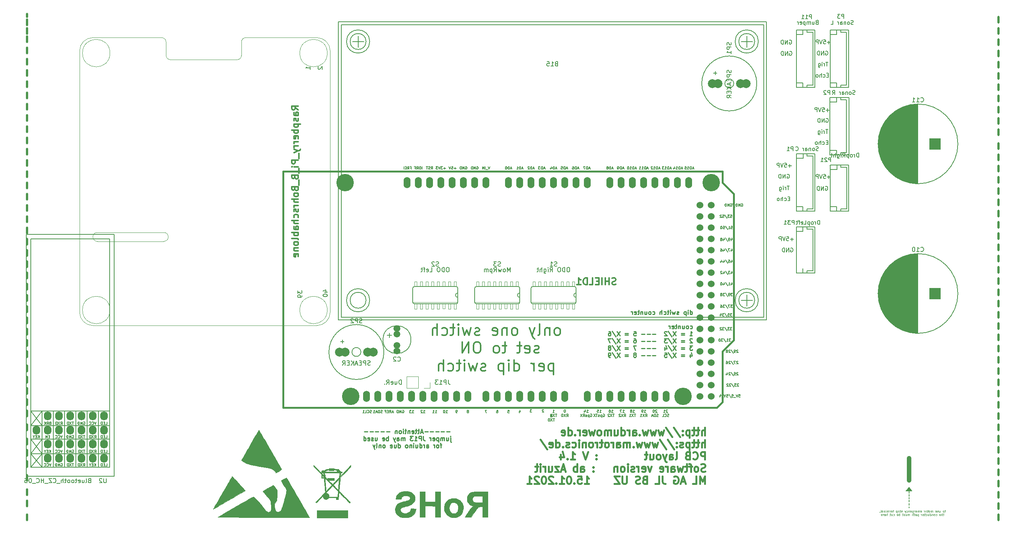
<source format=gbr>
G04 #@! TF.GenerationSoftware,KiCad,Pcbnew,(5.99.0-7935-g797175e0f2)*
G04 #@! TF.CreationDate,2021-01-18T22:07:49+01:00*
G04 #@! TF.ProjectId,ardumower mega shield svn,61726475-6d6f-4776-9572-206d65676120,1.4*
G04 #@! TF.SameCoordinates,PXc1c960PY8a12ae0*
G04 #@! TF.FileFunction,Legend,Bot*
G04 #@! TF.FilePolarity,Positive*
%FSLAX46Y46*%
G04 Gerber Fmt 4.6, Leading zero omitted, Abs format (unit mm)*
G04 Created by KiCad (PCBNEW (5.99.0-7935-g797175e0f2)) date 2021-01-18 22:07:49*
%MOMM*%
%LPD*%
G01*
G04 APERTURE LIST*
%ADD10C,0.150000*%
%ADD11C,0.500000*%
%ADD12C,1.000000*%
%ADD13C,0.250000*%
%ADD14C,0.100000*%
%ADD15C,0.300000*%
%ADD16C,0.400000*%
%ADD17C,0.304800*%
%ADD18C,0.050000*%
%ADD19C,0.381000*%
%ADD20C,0.066040*%
%ADD21C,0.152400*%
%ADD22C,0.050800*%
%ADD23C,0.010000*%
%ADD24C,0.120000*%
%ADD25R,2.600000X2.600000*%
%ADD26C,2.400000*%
%ADD27C,2.600000*%
%ADD28O,1.727200X2.032000*%
%ADD29C,2.000000*%
%ADD30C,3.937000*%
%ADD31O,1.524000X2.540000*%
%ADD32C,1.524000*%
%ADD33C,1.501140*%
G04 APERTURE END LIST*
D10*
X209550000Y110642400D02*
X209550000Y110185200D01*
D11*
X26035000Y49530000D02*
X26035000Y50800000D01*
X26035000Y100330000D02*
X26035000Y101600000D01*
X245110000Y5080000D02*
X245110000Y6350000D01*
D10*
X199542400Y110642400D02*
X203708000Y110642400D01*
X207162400Y80111600D02*
X207111600Y80111600D01*
X203250800Y70307200D02*
X201930000Y70307200D01*
X224821750Y7239000D02*
X224821750Y7048500D01*
D11*
X26035000Y5715000D02*
X26035000Y6985000D01*
D10*
X209550000Y98247200D02*
X209550000Y97739200D01*
D11*
X245110000Y33020000D02*
X245110000Y34290000D01*
D10*
X211328000Y80162400D02*
X211328000Y69748400D01*
X201930000Y56286400D02*
X201930000Y55829200D01*
D11*
X245110000Y94615000D02*
X245110000Y95885000D01*
D10*
X203708000Y82702400D02*
X203708000Y69799200D01*
D11*
X245110000Y104775000D02*
X245110000Y106045000D01*
X26035000Y105410000D02*
X26035000Y106680000D01*
D10*
X224917000Y5842000D02*
X224917000Y5461000D01*
X201930000Y70307200D02*
X201930000Y69799200D01*
X225552000Y6604000D02*
X224917000Y7366000D01*
X201015600Y69799200D02*
X201015600Y70815200D01*
X208635600Y98755200D02*
X207162400Y98755200D01*
X201930000Y65684400D02*
X203250800Y65684400D01*
D11*
X26035000Y62230000D02*
X26035000Y63500000D01*
D10*
X208635600Y110642400D02*
X208584800Y110642400D01*
X201015600Y97739200D02*
X201015600Y98755200D01*
X201015600Y65176400D02*
X201015600Y66141600D01*
D11*
X26035000Y85090000D02*
X26035000Y86360000D01*
X26035000Y14605000D02*
X26035000Y15875000D01*
X26035000Y87630000D02*
X26035000Y88900000D01*
X26035000Y113665000D02*
X26035000Y114300000D01*
D10*
X203708000Y97739200D02*
X199542400Y97739200D01*
D11*
X26035000Y109855000D02*
X26035000Y111125000D01*
D10*
X210820000Y94894400D02*
X210820000Y83007200D01*
X207162400Y80162400D02*
X211328000Y80162400D01*
X201930000Y97790000D02*
X201980800Y97790000D01*
X208635600Y109677200D02*
X208635600Y110642400D01*
D11*
X245110000Y27940000D02*
X245110000Y29210000D01*
D10*
X201015600Y55778400D02*
X201015600Y56794400D01*
X201015600Y70815200D02*
X199542400Y70815200D01*
X224536000Y6858000D02*
X225234500Y6858000D01*
X211328000Y110642400D02*
X207162400Y110642400D01*
X203708000Y110642400D02*
X203708000Y97739200D01*
X207111600Y82499200D02*
X207111600Y95402400D01*
D11*
X26035000Y26035000D02*
X26035000Y27305000D01*
X26035000Y39370000D02*
X26035000Y40640000D01*
X26035000Y0D02*
X26035000Y1270000D01*
D10*
X203250800Y56286400D02*
X201930000Y56286400D01*
D11*
X245110000Y22860000D02*
X245110000Y24130000D01*
X26035000Y44450000D02*
X26035000Y45720000D01*
D10*
X211328000Y69748400D02*
X207162400Y69748400D01*
X203250800Y98247200D02*
X201930000Y98247200D01*
D11*
X245110000Y0D02*
X245110000Y1270000D01*
D10*
X224917000Y3810000D02*
X224917000Y3429000D01*
X225425000Y6731000D02*
X224409000Y6731000D01*
D11*
X245110000Y81280000D02*
X245110000Y82550000D01*
D10*
X208686400Y79197200D02*
X208686400Y80162400D01*
X208635600Y70764400D02*
X207162400Y70764400D01*
D11*
X245110000Y63500000D02*
X245110000Y64770000D01*
X245110000Y50800000D02*
X245110000Y52070000D01*
D10*
X209550000Y79654400D02*
X210870800Y79654400D01*
D11*
X26035000Y77470000D02*
X26035000Y78740000D01*
X245110000Y73660000D02*
X245110000Y74930000D01*
X245110000Y89535000D02*
X245110000Y90805000D01*
X26035000Y17145000D02*
X26035000Y18415000D01*
D10*
X209550000Y70256400D02*
X209550000Y69799200D01*
D11*
X26035000Y69850000D02*
X26035000Y71120000D01*
X26035000Y90170000D02*
X26035000Y91440000D01*
D10*
X224599500Y6985000D02*
X225044000Y7112000D01*
D11*
X26035000Y31115000D02*
X26035000Y32385000D01*
X245110000Y35560000D02*
X245110000Y36830000D01*
X26035000Y74930000D02*
X26035000Y76200000D01*
X245110000Y25400000D02*
X245110000Y26670000D01*
X26035000Y64770000D02*
X26035000Y66040000D01*
D10*
X207111600Y95402400D02*
X207162400Y95402400D01*
X209550000Y82550000D02*
X209499200Y82550000D01*
X208635600Y83515200D02*
X207162400Y83515200D01*
X199542400Y82702400D02*
X203708000Y82702400D01*
D11*
X245110000Y92075000D02*
X245110000Y93345000D01*
X245110000Y102235000D02*
X245110000Y103505000D01*
D10*
X210820000Y98247200D02*
X209550000Y98247200D01*
D11*
X26035000Y72390000D02*
X26035000Y73660000D01*
X26035000Y23495000D02*
X26035000Y24765000D01*
D10*
X208635600Y97790000D02*
X208635600Y98755200D01*
X224917000Y4572000D02*
X224917000Y4191000D01*
D11*
X26035000Y107950000D02*
X26035000Y109220000D01*
X245110000Y78740000D02*
X245110000Y80010000D01*
X26035000Y95250000D02*
X26035000Y96520000D01*
D10*
X201015600Y110642400D02*
X200964800Y110642400D01*
D11*
X245110000Y30480000D02*
X245110000Y31750000D01*
D10*
X224409000Y6731000D02*
X224536000Y6858000D01*
X210870800Y70256400D02*
X209550000Y70256400D01*
D11*
X245110000Y60960000D02*
X245110000Y62230000D01*
D10*
X207162400Y97739200D02*
X211328000Y97739200D01*
D11*
X245110000Y66040000D02*
X245110000Y67310000D01*
X245110000Y20320000D02*
X245110000Y21590000D01*
D10*
X224917000Y6604000D02*
X224917000Y6223000D01*
X199542400Y69799200D02*
X199542400Y82702400D01*
D11*
X245110000Y109855000D02*
X245110000Y111125000D01*
X245110000Y45720000D02*
X245110000Y46990000D01*
D10*
X207162400Y79197200D02*
X208686400Y79197200D01*
D11*
X26035000Y36830000D02*
X26035000Y38100000D01*
X245110000Y86995000D02*
X245110000Y88265000D01*
X245110000Y38100000D02*
X245110000Y39370000D01*
X26035000Y80010000D02*
X26035000Y81280000D01*
D10*
X224917000Y5207000D02*
X224917000Y4826000D01*
X209550000Y80162400D02*
X209550000Y79654400D01*
D11*
X26035000Y111760000D02*
X26035000Y113030000D01*
X26035000Y12065000D02*
X26035000Y13335000D01*
D10*
X207111600Y94437200D02*
X208635600Y94437200D01*
D11*
X245110000Y112395000D02*
X245110000Y113665000D01*
D10*
X224917000Y3048000D02*
X224917000Y2794000D01*
D11*
X26035000Y92710000D02*
X26035000Y93980000D01*
D10*
X199542400Y81686400D02*
X201066400Y81686400D01*
X209550000Y94894400D02*
X210820000Y94894400D01*
X207162400Y69748400D02*
X207162400Y80111600D01*
D11*
X26035000Y52070000D02*
X26035000Y53340000D01*
D10*
X210820000Y83007200D02*
X209550000Y83007200D01*
D11*
X245110000Y2540000D02*
X245110000Y3810000D01*
D10*
X199542400Y66192400D02*
X203708000Y66192400D01*
X209550000Y83007200D02*
X209550000Y82550000D01*
D11*
X26035000Y33655000D02*
X26035000Y34925000D01*
D10*
X201930000Y98247200D02*
X201930000Y97790000D01*
D11*
X245110000Y53340000D02*
X245110000Y54610000D01*
D10*
X203250800Y82194400D02*
X203250800Y70307200D01*
D11*
X245110000Y68580000D02*
X245110000Y69850000D01*
D10*
X201015600Y109626400D02*
X201015600Y110642400D01*
X203708000Y55778400D02*
X199542400Y55778400D01*
X209550000Y110185200D02*
X210820000Y110185200D01*
D12*
X224917000Y13970000D02*
X224917000Y9017000D01*
D11*
X26035000Y97790000D02*
X26035000Y99060000D01*
X245110000Y97155000D02*
X245110000Y98425000D01*
D10*
X199542400Y109626400D02*
X201015600Y109626400D01*
X211378800Y82499200D02*
X207111600Y82499200D01*
X208635600Y94437200D02*
X208635600Y95351600D01*
D11*
X245110000Y99695000D02*
X245110000Y100965000D01*
X26035000Y59690000D02*
X26035000Y60960000D01*
D10*
X201930000Y110134400D02*
X203250800Y110134400D01*
D11*
X26035000Y46990000D02*
X26035000Y48260000D01*
X245110000Y10160000D02*
X245110000Y11430000D01*
X26035000Y102870000D02*
X26035000Y104140000D01*
D10*
X208635600Y69748400D02*
X208635600Y70764400D01*
X208635600Y82499200D02*
X208635600Y83515200D01*
D11*
X26035000Y41910000D02*
X26035000Y43180000D01*
D10*
X211328000Y97739200D02*
X211328000Y110642400D01*
X201015600Y98755200D02*
X199542400Y98755200D01*
D11*
X245110000Y43180000D02*
X245110000Y44450000D01*
X245110000Y71120000D02*
X245110000Y72390000D01*
D10*
X199542400Y65176400D02*
X201015600Y65176400D01*
D11*
X245110000Y15240000D02*
X245110000Y16510000D01*
X245110000Y40640000D02*
X245110000Y41910000D01*
D10*
X201930000Y110642400D02*
X201930000Y110134400D01*
D11*
X245110000Y12700000D02*
X245110000Y13970000D01*
X26035000Y82550000D02*
X26035000Y83820000D01*
X26035000Y3175000D02*
X26035000Y4445000D01*
X26035000Y67310000D02*
X26035000Y68580000D01*
D10*
X211378800Y95402400D02*
X211378800Y82499200D01*
X201930000Y82702400D02*
X201930000Y82194400D01*
X225044000Y7112000D02*
X224821750Y7239000D01*
X203250800Y110134400D02*
X203250800Y98247200D01*
X224917000Y6604000D02*
X225552000Y6604000D01*
X199542400Y55778400D02*
X199542400Y66192400D01*
X207162400Y95402400D02*
X211378800Y95402400D01*
D11*
X245110000Y48260000D02*
X245110000Y49530000D01*
X26035000Y28575000D02*
X26035000Y29845000D01*
D10*
X210820000Y110185200D02*
X210820000Y98247200D01*
X224917000Y6223000D02*
X224917000Y6096000D01*
X207162400Y110642400D02*
X207162400Y97739200D01*
X210870800Y79654400D02*
X210870800Y70256400D01*
D11*
X26035000Y8890000D02*
X26035000Y10160000D01*
D10*
X199542400Y82702400D02*
X199593200Y82702400D01*
D11*
X245110000Y76200000D02*
X245110000Y77470000D01*
D10*
X224917000Y6604000D02*
X224282000Y6604000D01*
X225234500Y6985000D02*
X224599500Y6985000D01*
X199542400Y97739200D02*
X199542400Y110591600D01*
X203250800Y65684400D02*
X203250800Y56286400D01*
X201066400Y81686400D02*
X201066400Y82702400D01*
D11*
X245110000Y107315000D02*
X245110000Y108585000D01*
X26035000Y20320000D02*
X26035000Y21590000D01*
D10*
X201930000Y66192400D02*
X201930000Y65684400D01*
D11*
X245110000Y17780000D02*
X245110000Y19050000D01*
X245110000Y58420000D02*
X245110000Y59690000D01*
D10*
X207162400Y109677200D02*
X208635600Y109677200D01*
D11*
X245110000Y83820000D02*
X245110000Y85090000D01*
D10*
X209550000Y95402400D02*
X209550000Y94894400D01*
X224282000Y6604000D02*
X224917000Y7366000D01*
D11*
X245110000Y55880000D02*
X245110000Y57150000D01*
D10*
X201930000Y82194400D02*
X203250800Y82194400D01*
D11*
X26035000Y57150000D02*
X26035000Y58420000D01*
D10*
X203708000Y66192400D02*
X203708000Y55778400D01*
D11*
X245110000Y7620000D02*
X245110000Y8890000D01*
D10*
X203708000Y69799200D02*
X199542400Y69799200D01*
D11*
X26035000Y54610000D02*
X26035000Y55880000D01*
D10*
X199009657Y66801258D02*
X199009657Y67701258D01*
X198666800Y67701258D01*
X198581085Y67658400D01*
X198538228Y67615543D01*
X198495371Y67529829D01*
X198495371Y67401258D01*
X198538228Y67315543D01*
X198581085Y67272686D01*
X198666800Y67229829D01*
X199009657Y67229829D01*
X198195371Y67701258D02*
X197638228Y67701258D01*
X197938228Y67358400D01*
X197809657Y67358400D01*
X197723942Y67315543D01*
X197681085Y67272686D01*
X197638228Y67186972D01*
X197638228Y66972686D01*
X197681085Y66886972D01*
X197723942Y66844115D01*
X197809657Y66801258D01*
X198066800Y66801258D01*
X198152514Y66844115D01*
X198195371Y66886972D01*
X196781085Y66801258D02*
X197295371Y66801258D01*
X197038228Y66801258D02*
X197038228Y67701258D01*
X197123942Y67572686D01*
X197209657Y67486972D01*
X197295371Y67444115D01*
X207064685Y96112858D02*
X207064685Y97012858D01*
X206721828Y97012858D01*
X206636114Y96970000D01*
X206593257Y96927143D01*
X206550400Y96841429D01*
X206550400Y96712858D01*
X206593257Y96627143D01*
X206636114Y96584286D01*
X206721828Y96541429D01*
X207064685Y96541429D01*
X206207542Y96927143D02*
X206164685Y96970000D01*
X206078971Y97012858D01*
X205864685Y97012858D01*
X205778971Y96970000D01*
X205736114Y96927143D01*
X205693257Y96841429D01*
X205693257Y96755715D01*
X205736114Y96627143D01*
X206250400Y96112858D01*
X205693257Y96112858D01*
X204480000Y83455715D02*
X204351428Y83412858D01*
X204137142Y83412858D01*
X204051428Y83455715D01*
X204008571Y83498572D01*
X203965714Y83584286D01*
X203965714Y83670000D01*
X204008571Y83755715D01*
X204051428Y83798572D01*
X204137142Y83841429D01*
X204308571Y83884286D01*
X204394285Y83927143D01*
X204437142Y83970000D01*
X204480000Y84055715D01*
X204480000Y84141429D01*
X204437142Y84227143D01*
X204394285Y84270000D01*
X204308571Y84312858D01*
X204094285Y84312858D01*
X203965714Y84270000D01*
X203451428Y83412858D02*
X203537142Y83455715D01*
X203580000Y83498572D01*
X203622857Y83584286D01*
X203622857Y83841429D01*
X203580000Y83927143D01*
X203537142Y83970000D01*
X203451428Y84012858D01*
X203322857Y84012858D01*
X203237142Y83970000D01*
X203194285Y83927143D01*
X203151428Y83841429D01*
X203151428Y83584286D01*
X203194285Y83498572D01*
X203237142Y83455715D01*
X203322857Y83412858D01*
X203451428Y83412858D01*
X202765714Y84012858D02*
X202765714Y83412858D01*
X202765714Y83927143D02*
X202722857Y83970000D01*
X202637142Y84012858D01*
X202508571Y84012858D01*
X202422857Y83970000D01*
X202380000Y83884286D01*
X202380000Y83412858D01*
X201565714Y83412858D02*
X201565714Y83884286D01*
X201608571Y83970000D01*
X201694285Y84012858D01*
X201865714Y84012858D01*
X201951428Y83970000D01*
X201565714Y83455715D02*
X201651428Y83412858D01*
X201865714Y83412858D01*
X201951428Y83455715D01*
X201994285Y83541429D01*
X201994285Y83627143D01*
X201951428Y83712858D01*
X201865714Y83755715D01*
X201651428Y83755715D01*
X201565714Y83798572D01*
X201137142Y83412858D02*
X201137142Y84012858D01*
X201137142Y83841429D02*
X201094285Y83927143D01*
X201051428Y83970000D01*
X200965714Y84012858D01*
X200880000Y84012858D01*
X199380000Y83498572D02*
X199422857Y83455715D01*
X199551428Y83412858D01*
X199637142Y83412858D01*
X199765714Y83455715D01*
X199851428Y83541429D01*
X199894285Y83627143D01*
X199937142Y83798572D01*
X199937142Y83927143D01*
X199894285Y84098572D01*
X199851428Y84184286D01*
X199765714Y84270000D01*
X199637142Y84312858D01*
X199551428Y84312858D01*
X199422857Y84270000D01*
X199380000Y84227143D01*
X198784285Y83412858D02*
X198784285Y84312858D01*
X198441428Y84312858D01*
X198355714Y84270000D01*
X198312857Y84227143D01*
X198270000Y84141429D01*
X198270000Y84012858D01*
X198312857Y83927143D01*
X198355714Y83884286D01*
X198441428Y83841429D01*
X198784285Y83841429D01*
X197412857Y83412858D02*
X197927142Y83412858D01*
X197670000Y83412858D02*
X197670000Y84312858D01*
X197755714Y84184286D01*
X197841428Y84098572D01*
X197927142Y84055715D01*
X207290057Y80923658D02*
X207290057Y81823658D01*
X206947200Y81823658D01*
X206861485Y81780800D01*
X206818628Y81737943D01*
X206775771Y81652229D01*
X206775771Y81523658D01*
X206818628Y81437943D01*
X206861485Y81395086D01*
X206947200Y81352229D01*
X207290057Y81352229D01*
X206432914Y81737943D02*
X206390057Y81780800D01*
X206304342Y81823658D01*
X206090057Y81823658D01*
X206004342Y81780800D01*
X205961485Y81737943D01*
X205918628Y81652229D01*
X205918628Y81566515D01*
X205961485Y81437943D01*
X206475771Y80923658D01*
X205918628Y80923658D01*
X205061485Y80923658D02*
X205575771Y80923658D01*
X205318628Y80923658D02*
X205318628Y81823658D01*
X205404342Y81695086D01*
X205490057Y81609372D01*
X205575771Y81566515D01*
X213579485Y81990458D02*
X213579485Y82890458D01*
X213365200Y82890458D01*
X213236628Y82847600D01*
X213150914Y82761886D01*
X213108057Y82676172D01*
X213065200Y82504743D01*
X213065200Y82376172D01*
X213108057Y82204743D01*
X213150914Y82119029D01*
X213236628Y82033315D01*
X213365200Y81990458D01*
X213579485Y81990458D01*
X212679485Y81990458D02*
X212679485Y82590458D01*
X212679485Y82419029D02*
X212636628Y82504743D01*
X212593771Y82547600D01*
X212508057Y82590458D01*
X212422342Y82590458D01*
X211993771Y81990458D02*
X212079485Y82033315D01*
X212122342Y82076172D01*
X212165200Y82161886D01*
X212165200Y82419029D01*
X212122342Y82504743D01*
X212079485Y82547600D01*
X211993771Y82590458D01*
X211865200Y82590458D01*
X211779485Y82547600D01*
X211736628Y82504743D01*
X211693771Y82419029D01*
X211693771Y82161886D01*
X211736628Y82076172D01*
X211779485Y82033315D01*
X211865200Y81990458D01*
X211993771Y81990458D01*
X211308057Y82590458D02*
X211308057Y81690458D01*
X211308057Y82547600D02*
X211222342Y82590458D01*
X211050914Y82590458D01*
X210965200Y82547600D01*
X210922342Y82504743D01*
X210879485Y82419029D01*
X210879485Y82161886D01*
X210922342Y82076172D01*
X210965200Y82033315D01*
X211050914Y81990458D01*
X211222342Y81990458D01*
X211308057Y82033315D01*
X209979485Y81990458D02*
X210279485Y82419029D01*
X210493771Y81990458D02*
X210493771Y82890458D01*
X210150914Y82890458D01*
X210065200Y82847600D01*
X210022342Y82804743D01*
X209979485Y82719029D01*
X209979485Y82590458D01*
X210022342Y82504743D01*
X210065200Y82461886D01*
X210150914Y82419029D01*
X210493771Y82419029D01*
X209593771Y81990458D02*
X209593771Y82590458D01*
X209593771Y82890458D02*
X209636628Y82847600D01*
X209593771Y82804743D01*
X209550914Y82847600D01*
X209593771Y82890458D01*
X209593771Y82804743D01*
X208779485Y82590458D02*
X208779485Y81861886D01*
X208822342Y81776172D01*
X208865200Y81733315D01*
X208950914Y81690458D01*
X209079485Y81690458D01*
X209165200Y81733315D01*
X208779485Y82033315D02*
X208865200Y81990458D01*
X209036628Y81990458D01*
X209122342Y82033315D01*
X209165200Y82076172D01*
X209208057Y82161886D01*
X209208057Y82419029D01*
X209165200Y82504743D01*
X209122342Y82547600D01*
X209036628Y82590458D01*
X208865200Y82590458D01*
X208779485Y82547600D01*
X208350914Y81990458D02*
X208350914Y82890458D01*
X207965200Y81990458D02*
X207965200Y82461886D01*
X208008057Y82547600D01*
X208093771Y82590458D01*
X208222342Y82590458D01*
X208308057Y82547600D01*
X208350914Y82504743D01*
X207665200Y82590458D02*
X207322342Y82590458D01*
X207536628Y82890458D02*
X207536628Y82119029D01*
X207493771Y82033315D01*
X207408057Y81990458D01*
X207322342Y81990458D01*
X212760400Y96155715D02*
X212631828Y96112858D01*
X212417542Y96112858D01*
X212331828Y96155715D01*
X212288971Y96198572D01*
X212246114Y96284286D01*
X212246114Y96370000D01*
X212288971Y96455715D01*
X212331828Y96498572D01*
X212417542Y96541429D01*
X212588971Y96584286D01*
X212674685Y96627143D01*
X212717542Y96670000D01*
X212760400Y96755715D01*
X212760400Y96841429D01*
X212717542Y96927143D01*
X212674685Y96970000D01*
X212588971Y97012858D01*
X212374685Y97012858D01*
X212246114Y96970000D01*
X211731828Y96112858D02*
X211817542Y96155715D01*
X211860400Y96198572D01*
X211903257Y96284286D01*
X211903257Y96541429D01*
X211860400Y96627143D01*
X211817542Y96670000D01*
X211731828Y96712858D01*
X211603257Y96712858D01*
X211517542Y96670000D01*
X211474685Y96627143D01*
X211431828Y96541429D01*
X211431828Y96284286D01*
X211474685Y96198572D01*
X211517542Y96155715D01*
X211603257Y96112858D01*
X211731828Y96112858D01*
X211046114Y96712858D02*
X211046114Y96112858D01*
X211046114Y96627143D02*
X211003257Y96670000D01*
X210917542Y96712858D01*
X210788971Y96712858D01*
X210703257Y96670000D01*
X210660400Y96584286D01*
X210660400Y96112858D01*
X209846114Y96112858D02*
X209846114Y96584286D01*
X209888971Y96670000D01*
X209974685Y96712858D01*
X210146114Y96712858D01*
X210231828Y96670000D01*
X209846114Y96155715D02*
X209931828Y96112858D01*
X210146114Y96112858D01*
X210231828Y96155715D01*
X210274685Y96241429D01*
X210274685Y96327143D01*
X210231828Y96412858D01*
X210146114Y96455715D01*
X209931828Y96455715D01*
X209846114Y96498572D01*
X209417542Y96112858D02*
X209417542Y96712858D01*
X209417542Y96541429D02*
X209374685Y96627143D01*
X209331828Y96670000D01*
X209246114Y96712858D01*
X209160400Y96712858D01*
X207660400Y96112858D02*
X207960400Y96541429D01*
X208174685Y96112858D02*
X208174685Y97012858D01*
X207831828Y97012858D01*
X207746114Y96970000D01*
X207703257Y96927143D01*
X207660400Y96841429D01*
X207660400Y96712858D01*
X207703257Y96627143D01*
X207746114Y96584286D01*
X207831828Y96541429D01*
X208174685Y96541429D01*
X212369885Y111954515D02*
X212241314Y111911658D01*
X212027028Y111911658D01*
X211941314Y111954515D01*
X211898457Y111997372D01*
X211855600Y112083086D01*
X211855600Y112168800D01*
X211898457Y112254515D01*
X211941314Y112297372D01*
X212027028Y112340229D01*
X212198457Y112383086D01*
X212284171Y112425943D01*
X212327028Y112468800D01*
X212369885Y112554515D01*
X212369885Y112640229D01*
X212327028Y112725943D01*
X212284171Y112768800D01*
X212198457Y112811658D01*
X211984171Y112811658D01*
X211855600Y112768800D01*
X211341314Y111911658D02*
X211427028Y111954515D01*
X211469885Y111997372D01*
X211512742Y112083086D01*
X211512742Y112340229D01*
X211469885Y112425943D01*
X211427028Y112468800D01*
X211341314Y112511658D01*
X211212742Y112511658D01*
X211127028Y112468800D01*
X211084171Y112425943D01*
X211041314Y112340229D01*
X211041314Y112083086D01*
X211084171Y111997372D01*
X211127028Y111954515D01*
X211212742Y111911658D01*
X211341314Y111911658D01*
X210655600Y112511658D02*
X210655600Y111911658D01*
X210655600Y112425943D02*
X210612742Y112468800D01*
X210527028Y112511658D01*
X210398457Y112511658D01*
X210312742Y112468800D01*
X210269885Y112383086D01*
X210269885Y111911658D01*
X209455600Y111911658D02*
X209455600Y112383086D01*
X209498457Y112468800D01*
X209584171Y112511658D01*
X209755600Y112511658D01*
X209841314Y112468800D01*
X209455600Y111954515D02*
X209541314Y111911658D01*
X209755600Y111911658D01*
X209841314Y111954515D01*
X209884171Y112040229D01*
X209884171Y112125943D01*
X209841314Y112211658D01*
X209755600Y112254515D01*
X209541314Y112254515D01*
X209455600Y112297372D01*
X209027028Y111911658D02*
X209027028Y112511658D01*
X209027028Y112340229D02*
X208984171Y112425943D01*
X208941314Y112468800D01*
X208855600Y112511658D01*
X208769885Y112511658D01*
X207355600Y111911658D02*
X207784171Y111911658D01*
X207784171Y112811658D01*
X202921257Y113232458D02*
X202921257Y114132458D01*
X202578400Y114132458D01*
X202492685Y114089600D01*
X202449828Y114046743D01*
X202406971Y113961029D01*
X202406971Y113832458D01*
X202449828Y113746743D01*
X202492685Y113703886D01*
X202578400Y113661029D01*
X202921257Y113661029D01*
X201549828Y113232458D02*
X202064114Y113232458D01*
X201806971Y113232458D02*
X201806971Y114132458D01*
X201892685Y114003886D01*
X201978400Y113918172D01*
X202064114Y113875315D01*
X200692685Y113232458D02*
X201206971Y113232458D01*
X200949828Y113232458D02*
X200949828Y114132458D01*
X201035542Y114003886D01*
X201121257Y113918172D01*
X201206971Y113875315D01*
X204147485Y112433886D02*
X204018914Y112391029D01*
X203976057Y112348172D01*
X203933200Y112262458D01*
X203933200Y112133886D01*
X203976057Y112048172D01*
X204018914Y112005315D01*
X204104628Y111962458D01*
X204447485Y111962458D01*
X204447485Y112862458D01*
X204147485Y112862458D01*
X204061771Y112819600D01*
X204018914Y112776743D01*
X203976057Y112691029D01*
X203976057Y112605315D01*
X204018914Y112519600D01*
X204061771Y112476743D01*
X204147485Y112433886D01*
X204447485Y112433886D01*
X203161771Y112562458D02*
X203161771Y111962458D01*
X203547485Y112562458D02*
X203547485Y112091029D01*
X203504628Y112005315D01*
X203418914Y111962458D01*
X203290342Y111962458D01*
X203204628Y112005315D01*
X203161771Y112048172D01*
X202733200Y111962458D02*
X202733200Y112562458D01*
X202733200Y112476743D02*
X202690342Y112519600D01*
X202604628Y112562458D01*
X202476057Y112562458D01*
X202390342Y112519600D01*
X202347485Y112433886D01*
X202347485Y111962458D01*
X202347485Y112433886D02*
X202304628Y112519600D01*
X202218914Y112562458D01*
X202090342Y112562458D01*
X202004628Y112519600D01*
X201961771Y112433886D01*
X201961771Y111962458D01*
X201533200Y112562458D02*
X201533200Y111662458D01*
X201533200Y112519600D02*
X201447485Y112562458D01*
X201276057Y112562458D01*
X201190342Y112519600D01*
X201147485Y112476743D01*
X201104628Y112391029D01*
X201104628Y112133886D01*
X201147485Y112048172D01*
X201190342Y112005315D01*
X201276057Y111962458D01*
X201447485Y111962458D01*
X201533200Y112005315D01*
X200376057Y112005315D02*
X200461771Y111962458D01*
X200633200Y111962458D01*
X200718914Y112005315D01*
X200761771Y112091029D01*
X200761771Y112433886D01*
X200718914Y112519600D01*
X200633200Y112562458D01*
X200461771Y112562458D01*
X200376057Y112519600D01*
X200333200Y112433886D01*
X200333200Y112348172D01*
X200761771Y112262458D01*
X199947485Y111962458D02*
X199947485Y112562458D01*
X199947485Y112391029D02*
X199904628Y112476743D01*
X199861771Y112519600D01*
X199776057Y112562458D01*
X199690342Y112562458D01*
X210214285Y113334058D02*
X210214285Y114234058D01*
X209871428Y114234058D01*
X209785714Y114191200D01*
X209742857Y114148343D01*
X209700000Y114062629D01*
X209700000Y113934058D01*
X209742857Y113848343D01*
X209785714Y113805486D01*
X209871428Y113762629D01*
X210214285Y113762629D01*
X209400000Y114234058D02*
X208842857Y114234058D01*
X209142857Y113891200D01*
X209014285Y113891200D01*
X208928571Y113848343D01*
X208885714Y113805486D01*
X208842857Y113719772D01*
X208842857Y113505486D01*
X208885714Y113419772D01*
X208928571Y113376915D01*
X209014285Y113334058D01*
X209271428Y113334058D01*
X209357142Y113376915D01*
X209400000Y113419772D01*
X207194742Y107885715D02*
X206509028Y107885715D01*
X206851885Y107542858D02*
X206851885Y108228572D01*
X205651885Y108442858D02*
X206080457Y108442858D01*
X206123314Y108014286D01*
X206080457Y108057143D01*
X205994742Y108100000D01*
X205780457Y108100000D01*
X205694742Y108057143D01*
X205651885Y108014286D01*
X205609028Y107928572D01*
X205609028Y107714286D01*
X205651885Y107628572D01*
X205694742Y107585715D01*
X205780457Y107542858D01*
X205994742Y107542858D01*
X206080457Y107585715D01*
X206123314Y107628572D01*
X205351885Y108442858D02*
X205051885Y107542858D01*
X204751885Y108442858D01*
X204451885Y107542858D02*
X204451885Y108442858D01*
X204109028Y108442858D01*
X204023314Y108400000D01*
X203980457Y108357143D01*
X203937600Y108271429D01*
X203937600Y108142858D01*
X203980457Y108057143D01*
X204023314Y108014286D01*
X204109028Y107971429D01*
X204451885Y107971429D01*
X206940742Y92594915D02*
X206255028Y92594915D01*
X206597885Y92252058D02*
X206597885Y92937772D01*
X205397885Y93152058D02*
X205826457Y93152058D01*
X205869314Y92723486D01*
X205826457Y92766343D01*
X205740742Y92809200D01*
X205526457Y92809200D01*
X205440742Y92766343D01*
X205397885Y92723486D01*
X205355028Y92637772D01*
X205355028Y92423486D01*
X205397885Y92337772D01*
X205440742Y92294915D01*
X205526457Y92252058D01*
X205740742Y92252058D01*
X205826457Y92294915D01*
X205869314Y92337772D01*
X205097885Y93152058D02*
X204797885Y92252058D01*
X204497885Y93152058D01*
X204197885Y92252058D02*
X204197885Y93152058D01*
X203855028Y93152058D01*
X203769314Y93109200D01*
X203726457Y93066343D01*
X203683600Y92980629D01*
X203683600Y92852058D01*
X203726457Y92766343D01*
X203769314Y92723486D01*
X203855028Y92680629D01*
X204197885Y92680629D01*
X198406342Y80047315D02*
X197720628Y80047315D01*
X198063485Y79704458D02*
X198063485Y80390172D01*
X196863485Y80604458D02*
X197292057Y80604458D01*
X197334914Y80175886D01*
X197292057Y80218743D01*
X197206342Y80261600D01*
X196992057Y80261600D01*
X196906342Y80218743D01*
X196863485Y80175886D01*
X196820628Y80090172D01*
X196820628Y79875886D01*
X196863485Y79790172D01*
X196906342Y79747315D01*
X196992057Y79704458D01*
X197206342Y79704458D01*
X197292057Y79747315D01*
X197334914Y79790172D01*
X196563485Y80604458D02*
X196263485Y79704458D01*
X195963485Y80604458D01*
X195663485Y79704458D02*
X195663485Y80604458D01*
X195320628Y80604458D01*
X195234914Y80561600D01*
X195192057Y80518743D01*
X195149200Y80433029D01*
X195149200Y80304458D01*
X195192057Y80218743D01*
X195234914Y80175886D01*
X195320628Y80133029D01*
X195663485Y80133029D01*
X207194742Y77507315D02*
X206509028Y77507315D01*
X206851885Y77164458D02*
X206851885Y77850172D01*
X205651885Y78064458D02*
X206080457Y78064458D01*
X206123314Y77635886D01*
X206080457Y77678743D01*
X205994742Y77721600D01*
X205780457Y77721600D01*
X205694742Y77678743D01*
X205651885Y77635886D01*
X205609028Y77550172D01*
X205609028Y77335886D01*
X205651885Y77250172D01*
X205694742Y77207315D01*
X205780457Y77164458D01*
X205994742Y77164458D01*
X206080457Y77207315D01*
X206123314Y77250172D01*
X205351885Y78064458D02*
X205051885Y77164458D01*
X204751885Y78064458D01*
X204451885Y77164458D02*
X204451885Y78064458D01*
X204109028Y78064458D01*
X204023314Y78021600D01*
X203980457Y77978743D01*
X203937600Y77893029D01*
X203937600Y77764458D01*
X203980457Y77678743D01*
X204023314Y77635886D01*
X204109028Y77593029D01*
X204451885Y77593029D01*
X198863542Y63435715D02*
X198177828Y63435715D01*
X198520685Y63092858D02*
X198520685Y63778572D01*
X197320685Y63992858D02*
X197749257Y63992858D01*
X197792114Y63564286D01*
X197749257Y63607143D01*
X197663542Y63650000D01*
X197449257Y63650000D01*
X197363542Y63607143D01*
X197320685Y63564286D01*
X197277828Y63478572D01*
X197277828Y63264286D01*
X197320685Y63178572D01*
X197363542Y63135715D01*
X197449257Y63092858D01*
X197663542Y63092858D01*
X197749257Y63135715D01*
X197792114Y63178572D01*
X197020685Y63992858D02*
X196720685Y63092858D01*
X196420685Y63992858D01*
X196120685Y63092858D02*
X196120685Y63992858D01*
X195777828Y63992858D01*
X195692114Y63950000D01*
X195649257Y63907143D01*
X195606400Y63821429D01*
X195606400Y63692858D01*
X195649257Y63607143D01*
X195692114Y63564286D01*
X195777828Y63521429D01*
X196120685Y63521429D01*
X206120914Y105860000D02*
X206206628Y105902858D01*
X206335200Y105902858D01*
X206463771Y105860000D01*
X206549485Y105774286D01*
X206592342Y105688572D01*
X206635200Y105517143D01*
X206635200Y105388572D01*
X206592342Y105217143D01*
X206549485Y105131429D01*
X206463771Y105045715D01*
X206335200Y105002858D01*
X206249485Y105002858D01*
X206120914Y105045715D01*
X206078057Y105088572D01*
X206078057Y105388572D01*
X206249485Y105388572D01*
X205692342Y105002858D02*
X205692342Y105902858D01*
X205178057Y105002858D01*
X205178057Y105902858D01*
X204749485Y105002858D02*
X204749485Y105902858D01*
X204535200Y105902858D01*
X204406628Y105860000D01*
X204320914Y105774286D01*
X204278057Y105688572D01*
X204235200Y105517143D01*
X204235200Y105388572D01*
X204278057Y105217143D01*
X204320914Y105131429D01*
X204406628Y105045715D01*
X204535200Y105002858D01*
X204749485Y105002858D01*
X197992914Y105809200D02*
X198078628Y105852058D01*
X198207200Y105852058D01*
X198335771Y105809200D01*
X198421485Y105723486D01*
X198464342Y105637772D01*
X198507200Y105466343D01*
X198507200Y105337772D01*
X198464342Y105166343D01*
X198421485Y105080629D01*
X198335771Y104994915D01*
X198207200Y104952058D01*
X198121485Y104952058D01*
X197992914Y104994915D01*
X197950057Y105037772D01*
X197950057Y105337772D01*
X198121485Y105337772D01*
X197564342Y104952058D02*
X197564342Y105852058D01*
X197050057Y104952058D01*
X197050057Y105852058D01*
X196621485Y104952058D02*
X196621485Y105852058D01*
X196407200Y105852058D01*
X196278628Y105809200D01*
X196192914Y105723486D01*
X196150057Y105637772D01*
X196107200Y105466343D01*
X196107200Y105337772D01*
X196150057Y105166343D01*
X196192914Y105080629D01*
X196278628Y104994915D01*
X196407200Y104952058D01*
X196621485Y104952058D01*
X197942114Y108349200D02*
X198027828Y108392058D01*
X198156400Y108392058D01*
X198284971Y108349200D01*
X198370685Y108263486D01*
X198413542Y108177772D01*
X198456400Y108006343D01*
X198456400Y107877772D01*
X198413542Y107706343D01*
X198370685Y107620629D01*
X198284971Y107534915D01*
X198156400Y107492058D01*
X198070685Y107492058D01*
X197942114Y107534915D01*
X197899257Y107577772D01*
X197899257Y107877772D01*
X198070685Y107877772D01*
X197513542Y107492058D02*
X197513542Y108392058D01*
X196999257Y107492058D01*
X196999257Y108392058D01*
X196570685Y107492058D02*
X196570685Y108392058D01*
X196356400Y108392058D01*
X196227828Y108349200D01*
X196142114Y108263486D01*
X196099257Y108177772D01*
X196056400Y108006343D01*
X196056400Y107877772D01*
X196099257Y107706343D01*
X196142114Y107620629D01*
X196227828Y107534915D01*
X196356400Y107492058D01*
X196570685Y107492058D01*
X206222514Y90670800D02*
X206308228Y90713658D01*
X206436800Y90713658D01*
X206565371Y90670800D01*
X206651085Y90585086D01*
X206693942Y90499372D01*
X206736800Y90327943D01*
X206736800Y90199372D01*
X206693942Y90027943D01*
X206651085Y89942229D01*
X206565371Y89856515D01*
X206436800Y89813658D01*
X206351085Y89813658D01*
X206222514Y89856515D01*
X206179657Y89899372D01*
X206179657Y90199372D01*
X206351085Y90199372D01*
X205793942Y89813658D02*
X205793942Y90713658D01*
X205279657Y89813658D01*
X205279657Y90713658D01*
X204851085Y89813658D02*
X204851085Y90713658D01*
X204636800Y90713658D01*
X204508228Y90670800D01*
X204422514Y90585086D01*
X204379657Y90499372D01*
X204336800Y90327943D01*
X204336800Y90199372D01*
X204379657Y90027943D01*
X204422514Y89942229D01*
X204508228Y89856515D01*
X204636800Y89813658D01*
X204851085Y89813658D01*
X197434114Y78072400D02*
X197519828Y78115258D01*
X197648400Y78115258D01*
X197776971Y78072400D01*
X197862685Y77986686D01*
X197905542Y77900972D01*
X197948400Y77729543D01*
X197948400Y77600972D01*
X197905542Y77429543D01*
X197862685Y77343829D01*
X197776971Y77258115D01*
X197648400Y77215258D01*
X197562685Y77215258D01*
X197434114Y77258115D01*
X197391257Y77300972D01*
X197391257Y77600972D01*
X197562685Y77600972D01*
X197005542Y77215258D02*
X197005542Y78115258D01*
X196491257Y77215258D01*
X196491257Y78115258D01*
X196062685Y77215258D02*
X196062685Y78115258D01*
X195848400Y78115258D01*
X195719828Y78072400D01*
X195634114Y77986686D01*
X195591257Y77900972D01*
X195548400Y77729543D01*
X195548400Y77600972D01*
X195591257Y77429543D01*
X195634114Y77343829D01*
X195719828Y77258115D01*
X195848400Y77215258D01*
X196062685Y77215258D01*
X206070114Y75329200D02*
X206155828Y75372058D01*
X206284400Y75372058D01*
X206412971Y75329200D01*
X206498685Y75243486D01*
X206541542Y75157772D01*
X206584400Y74986343D01*
X206584400Y74857772D01*
X206541542Y74686343D01*
X206498685Y74600629D01*
X206412971Y74514915D01*
X206284400Y74472058D01*
X206198685Y74472058D01*
X206070114Y74514915D01*
X206027257Y74557772D01*
X206027257Y74857772D01*
X206198685Y74857772D01*
X205641542Y74472058D02*
X205641542Y75372058D01*
X205127257Y74472058D01*
X205127257Y75372058D01*
X204698685Y74472058D02*
X204698685Y75372058D01*
X204484400Y75372058D01*
X204355828Y75329200D01*
X204270114Y75243486D01*
X204227257Y75157772D01*
X204184400Y74986343D01*
X204184400Y74857772D01*
X204227257Y74686343D01*
X204270114Y74600629D01*
X204355828Y74514915D01*
X204484400Y74472058D01*
X204698685Y74472058D01*
X198246914Y61410000D02*
X198332628Y61452858D01*
X198461200Y61452858D01*
X198589771Y61410000D01*
X198675485Y61324286D01*
X198718342Y61238572D01*
X198761200Y61067143D01*
X198761200Y60938572D01*
X198718342Y60767143D01*
X198675485Y60681429D01*
X198589771Y60595715D01*
X198461200Y60552858D01*
X198375485Y60552858D01*
X198246914Y60595715D01*
X198204057Y60638572D01*
X198204057Y60938572D01*
X198375485Y60938572D01*
X197818342Y60552858D02*
X197818342Y61452858D01*
X197304057Y60552858D01*
X197304057Y61452858D01*
X196875485Y60552858D02*
X196875485Y61452858D01*
X196661200Y61452858D01*
X196532628Y61410000D01*
X196446914Y61324286D01*
X196404057Y61238572D01*
X196361200Y61067143D01*
X196361200Y60938572D01*
X196404057Y60767143D01*
X196446914Y60681429D01*
X196532628Y60595715D01*
X196661200Y60552858D01*
X196875485Y60552858D01*
X206693942Y103413658D02*
X206179657Y103413658D01*
X206436800Y102513658D02*
X206436800Y103413658D01*
X205879657Y102513658D02*
X205879657Y103113658D01*
X205879657Y102942229D02*
X205836800Y103027943D01*
X205793942Y103070800D01*
X205708228Y103113658D01*
X205622514Y103113658D01*
X205322514Y102513658D02*
X205322514Y103113658D01*
X205322514Y103413658D02*
X205365371Y103370800D01*
X205322514Y103327943D01*
X205279657Y103370800D01*
X205322514Y103413658D01*
X205322514Y103327943D01*
X204508228Y103113658D02*
X204508228Y102385086D01*
X204551085Y102299372D01*
X204593942Y102256515D01*
X204679657Y102213658D01*
X204808228Y102213658D01*
X204893942Y102256515D01*
X204508228Y102556515D02*
X204593942Y102513658D01*
X204765371Y102513658D01*
X204851085Y102556515D01*
X204893942Y102599372D01*
X204936800Y102685086D01*
X204936800Y102942229D01*
X204893942Y103027943D01*
X204851085Y103070800D01*
X204765371Y103113658D01*
X204593942Y103113658D01*
X204508228Y103070800D01*
X206643142Y88224458D02*
X206128857Y88224458D01*
X206386000Y87324458D02*
X206386000Y88224458D01*
X205828857Y87324458D02*
X205828857Y87924458D01*
X205828857Y87753029D02*
X205786000Y87838743D01*
X205743142Y87881600D01*
X205657428Y87924458D01*
X205571714Y87924458D01*
X205271714Y87324458D02*
X205271714Y87924458D01*
X205271714Y88224458D02*
X205314571Y88181600D01*
X205271714Y88138743D01*
X205228857Y88181600D01*
X205271714Y88224458D01*
X205271714Y88138743D01*
X204457428Y87924458D02*
X204457428Y87195886D01*
X204500285Y87110172D01*
X204543142Y87067315D01*
X204628857Y87024458D01*
X204757428Y87024458D01*
X204843142Y87067315D01*
X204457428Y87367315D02*
X204543142Y87324458D01*
X204714571Y87324458D01*
X204800285Y87367315D01*
X204843142Y87410172D01*
X204886000Y87495886D01*
X204886000Y87753029D01*
X204843142Y87838743D01*
X204800285Y87881600D01*
X204714571Y87924458D01*
X204543142Y87924458D01*
X204457428Y87881600D01*
X197956342Y75473658D02*
X197442057Y75473658D01*
X197699200Y74573658D02*
X197699200Y75473658D01*
X197142057Y74573658D02*
X197142057Y75173658D01*
X197142057Y75002229D02*
X197099200Y75087943D01*
X197056342Y75130800D01*
X196970628Y75173658D01*
X196884914Y75173658D01*
X196584914Y74573658D02*
X196584914Y75173658D01*
X196584914Y75473658D02*
X196627771Y75430800D01*
X196584914Y75387943D01*
X196542057Y75430800D01*
X196584914Y75473658D01*
X196584914Y75387943D01*
X195770628Y75173658D02*
X195770628Y74445086D01*
X195813485Y74359372D01*
X195856342Y74316515D01*
X195942057Y74273658D01*
X196070628Y74273658D01*
X196156342Y74316515D01*
X195770628Y74616515D02*
X195856342Y74573658D01*
X196027771Y74573658D01*
X196113485Y74616515D01*
X196156342Y74659372D01*
X196199200Y74745086D01*
X196199200Y75002229D01*
X196156342Y75087943D01*
X196113485Y75130800D01*
X196027771Y75173658D01*
X195856342Y75173658D01*
X195770628Y75130800D01*
X206777257Y100495886D02*
X206477257Y100495886D01*
X206348685Y100024458D02*
X206777257Y100024458D01*
X206777257Y100924458D01*
X206348685Y100924458D01*
X205577257Y100067315D02*
X205662971Y100024458D01*
X205834400Y100024458D01*
X205920114Y100067315D01*
X205962971Y100110172D01*
X206005828Y100195886D01*
X206005828Y100453029D01*
X205962971Y100538743D01*
X205920114Y100581600D01*
X205834400Y100624458D01*
X205662971Y100624458D01*
X205577257Y100581600D01*
X205191542Y100024458D02*
X205191542Y100924458D01*
X204805828Y100024458D02*
X204805828Y100495886D01*
X204848685Y100581600D01*
X204934400Y100624458D01*
X205062971Y100624458D01*
X205148685Y100581600D01*
X205191542Y100538743D01*
X204248685Y100024458D02*
X204334400Y100067315D01*
X204377257Y100110172D01*
X204420114Y100195886D01*
X204420114Y100453029D01*
X204377257Y100538743D01*
X204334400Y100581600D01*
X204248685Y100624458D01*
X204120114Y100624458D01*
X204034400Y100581600D01*
X203991542Y100538743D01*
X203948685Y100453029D01*
X203948685Y100195886D01*
X203991542Y100110172D01*
X204034400Y100067315D01*
X204120114Y100024458D01*
X204248685Y100024458D01*
X206624857Y85306686D02*
X206324857Y85306686D01*
X206196285Y84835258D02*
X206624857Y84835258D01*
X206624857Y85735258D01*
X206196285Y85735258D01*
X205424857Y84878115D02*
X205510571Y84835258D01*
X205682000Y84835258D01*
X205767714Y84878115D01*
X205810571Y84920972D01*
X205853428Y85006686D01*
X205853428Y85263829D01*
X205810571Y85349543D01*
X205767714Y85392400D01*
X205682000Y85435258D01*
X205510571Y85435258D01*
X205424857Y85392400D01*
X205039142Y84835258D02*
X205039142Y85735258D01*
X204653428Y84835258D02*
X204653428Y85306686D01*
X204696285Y85392400D01*
X204782000Y85435258D01*
X204910571Y85435258D01*
X204996285Y85392400D01*
X205039142Y85349543D01*
X204096285Y84835258D02*
X204182000Y84878115D01*
X204224857Y84920972D01*
X204267714Y85006686D01*
X204267714Y85263829D01*
X204224857Y85349543D01*
X204182000Y85392400D01*
X204096285Y85435258D01*
X203967714Y85435258D01*
X203882000Y85392400D01*
X203839142Y85349543D01*
X203796285Y85263829D01*
X203796285Y85006686D01*
X203839142Y84920972D01*
X203882000Y84878115D01*
X203967714Y84835258D01*
X204096285Y84835258D01*
X198039657Y72606686D02*
X197739657Y72606686D01*
X197611085Y72135258D02*
X198039657Y72135258D01*
X198039657Y73035258D01*
X197611085Y73035258D01*
X196839657Y72178115D02*
X196925371Y72135258D01*
X197096800Y72135258D01*
X197182514Y72178115D01*
X197225371Y72220972D01*
X197268228Y72306686D01*
X197268228Y72563829D01*
X197225371Y72649543D01*
X197182514Y72692400D01*
X197096800Y72735258D01*
X196925371Y72735258D01*
X196839657Y72692400D01*
X196453942Y72135258D02*
X196453942Y73035258D01*
X196068228Y72135258D02*
X196068228Y72606686D01*
X196111085Y72692400D01*
X196196800Y72735258D01*
X196325371Y72735258D01*
X196411085Y72692400D01*
X196453942Y72649543D01*
X195511085Y72135258D02*
X195596800Y72178115D01*
X195639657Y72220972D01*
X195682514Y72306686D01*
X195682514Y72563829D01*
X195639657Y72649543D01*
X195596800Y72692400D01*
X195511085Y72735258D01*
X195382514Y72735258D01*
X195296800Y72692400D01*
X195253942Y72649543D01*
X195211085Y72563829D01*
X195211085Y72306686D01*
X195253942Y72220972D01*
X195296800Y72178115D01*
X195382514Y72135258D01*
X195511085Y72135258D01*
X112515571Y79544858D02*
X112715571Y79544858D01*
X112715571Y79230572D02*
X112715571Y79830572D01*
X112429857Y79830572D01*
X111858428Y79230572D02*
X112058428Y79516286D01*
X112201285Y79230572D02*
X112201285Y79830572D01*
X111972714Y79830572D01*
X111915571Y79802000D01*
X111887000Y79773429D01*
X111858428Y79716286D01*
X111858428Y79630572D01*
X111887000Y79573429D01*
X111915571Y79544858D01*
X111972714Y79516286D01*
X112201285Y79516286D01*
X111601285Y79544858D02*
X111401285Y79544858D01*
X111315571Y79230572D02*
X111601285Y79230572D01*
X111601285Y79830572D01*
X111315571Y79830572D01*
X111058428Y79230572D02*
X111058428Y79830572D01*
X115171428Y79230572D02*
X115171428Y79830572D01*
X114771428Y79830572D02*
X114657142Y79830572D01*
X114600000Y79802000D01*
X114542857Y79744858D01*
X114514285Y79630572D01*
X114514285Y79430572D01*
X114542857Y79316286D01*
X114600000Y79259143D01*
X114657142Y79230572D01*
X114771428Y79230572D01*
X114828571Y79259143D01*
X114885714Y79316286D01*
X114914285Y79430572D01*
X114914285Y79630572D01*
X114885714Y79744858D01*
X114828571Y79802000D01*
X114771428Y79830572D01*
X113914285Y79230572D02*
X114114285Y79516286D01*
X114257142Y79230572D02*
X114257142Y79830572D01*
X114028571Y79830572D01*
X113971428Y79802000D01*
X113942857Y79773429D01*
X113914285Y79716286D01*
X113914285Y79630572D01*
X113942857Y79573429D01*
X113971428Y79544858D01*
X114028571Y79516286D01*
X114257142Y79516286D01*
X113457142Y79544858D02*
X113657142Y79544858D01*
X113657142Y79230572D02*
X113657142Y79830572D01*
X113371428Y79830572D01*
X117168571Y79230572D02*
X117368571Y79516286D01*
X117511428Y79230572D02*
X117511428Y79830572D01*
X117282857Y79830572D01*
X117225714Y79802000D01*
X117197142Y79773429D01*
X117168571Y79716286D01*
X117168571Y79630572D01*
X117197142Y79573429D01*
X117225714Y79544858D01*
X117282857Y79516286D01*
X117511428Y79516286D01*
X116940000Y79259143D02*
X116854285Y79230572D01*
X116711428Y79230572D01*
X116654285Y79259143D01*
X116625714Y79287715D01*
X116597142Y79344858D01*
X116597142Y79402000D01*
X116625714Y79459143D01*
X116654285Y79487715D01*
X116711428Y79516286D01*
X116825714Y79544858D01*
X116882857Y79573429D01*
X116911428Y79602000D01*
X116940000Y79659143D01*
X116940000Y79716286D01*
X116911428Y79773429D01*
X116882857Y79802000D01*
X116825714Y79830572D01*
X116682857Y79830572D01*
X116597142Y79802000D01*
X116425714Y79830572D02*
X116082857Y79830572D01*
X116254285Y79230572D02*
X116254285Y79830572D01*
X120437142Y79459143D02*
X119980000Y79459143D01*
X120208571Y79230572D02*
X120208571Y79687715D01*
X119751428Y79830572D02*
X119380000Y79830572D01*
X119580000Y79602000D01*
X119494285Y79602000D01*
X119437142Y79573429D01*
X119408571Y79544858D01*
X119380000Y79487715D01*
X119380000Y79344858D01*
X119408571Y79287715D01*
X119437142Y79259143D01*
X119494285Y79230572D01*
X119665714Y79230572D01*
X119722857Y79259143D01*
X119751428Y79287715D01*
X119208571Y79830572D02*
X119008571Y79230572D01*
X118808571Y79830572D01*
X118665714Y79830572D02*
X118294285Y79830572D01*
X118494285Y79602000D01*
X118408571Y79602000D01*
X118351428Y79573429D01*
X118322857Y79544858D01*
X118294285Y79487715D01*
X118294285Y79344858D01*
X118322857Y79287715D01*
X118351428Y79259143D01*
X118408571Y79230572D01*
X118580000Y79230572D01*
X118637142Y79259143D01*
X118665714Y79287715D01*
X122818428Y79459143D02*
X122361285Y79459143D01*
X122589857Y79230572D02*
X122589857Y79687715D01*
X121789857Y79830572D02*
X122075571Y79830572D01*
X122104142Y79544858D01*
X122075571Y79573429D01*
X122018428Y79602000D01*
X121875571Y79602000D01*
X121818428Y79573429D01*
X121789857Y79544858D01*
X121761285Y79487715D01*
X121761285Y79344858D01*
X121789857Y79287715D01*
X121818428Y79259143D01*
X121875571Y79230572D01*
X122018428Y79230572D01*
X122075571Y79259143D01*
X122104142Y79287715D01*
X121589857Y79830572D02*
X121389857Y79230572D01*
X121189857Y79830572D01*
X124917142Y79802000D02*
X124974285Y79830572D01*
X125060000Y79830572D01*
X125145714Y79802000D01*
X125202857Y79744858D01*
X125231428Y79687715D01*
X125260000Y79573429D01*
X125260000Y79487715D01*
X125231428Y79373429D01*
X125202857Y79316286D01*
X125145714Y79259143D01*
X125060000Y79230572D01*
X125002857Y79230572D01*
X124917142Y79259143D01*
X124888571Y79287715D01*
X124888571Y79487715D01*
X125002857Y79487715D01*
X124631428Y79230572D02*
X124631428Y79830572D01*
X124288571Y79230572D01*
X124288571Y79830572D01*
X124002857Y79230572D02*
X124002857Y79830572D01*
X123860000Y79830572D01*
X123774285Y79802000D01*
X123717142Y79744858D01*
X123688571Y79687715D01*
X123660000Y79573429D01*
X123660000Y79487715D01*
X123688571Y79373429D01*
X123717142Y79316286D01*
X123774285Y79259143D01*
X123860000Y79230572D01*
X124002857Y79230572D01*
X127457142Y79802000D02*
X127514285Y79830572D01*
X127600000Y79830572D01*
X127685714Y79802000D01*
X127742857Y79744858D01*
X127771428Y79687715D01*
X127800000Y79573429D01*
X127800000Y79487715D01*
X127771428Y79373429D01*
X127742857Y79316286D01*
X127685714Y79259143D01*
X127600000Y79230572D01*
X127542857Y79230572D01*
X127457142Y79259143D01*
X127428571Y79287715D01*
X127428571Y79487715D01*
X127542857Y79487715D01*
X127171428Y79230572D02*
X127171428Y79830572D01*
X126828571Y79230572D01*
X126828571Y79830572D01*
X126542857Y79230572D02*
X126542857Y79830572D01*
X126400000Y79830572D01*
X126314285Y79802000D01*
X126257142Y79744858D01*
X126228571Y79687715D01*
X126200000Y79573429D01*
X126200000Y79487715D01*
X126228571Y79373429D01*
X126257142Y79316286D01*
X126314285Y79259143D01*
X126400000Y79230572D01*
X126542857Y79230572D01*
X130425714Y79830572D02*
X130225714Y79230572D01*
X130025714Y79830572D01*
X129968571Y79173429D02*
X129511428Y79173429D01*
X129368571Y79230572D02*
X129368571Y79830572D01*
X129082857Y79230572D02*
X129082857Y79830572D01*
X128740000Y79230572D01*
X128740000Y79830572D01*
X135348571Y79402000D02*
X135062857Y79402000D01*
X135405714Y79230572D02*
X135205714Y79830572D01*
X135005714Y79230572D01*
X134805714Y79230572D02*
X134805714Y79830572D01*
X134662857Y79830572D01*
X134577142Y79802000D01*
X134520000Y79744858D01*
X134491428Y79687715D01*
X134462857Y79573429D01*
X134462857Y79487715D01*
X134491428Y79373429D01*
X134520000Y79316286D01*
X134577142Y79259143D01*
X134662857Y79230572D01*
X134805714Y79230572D01*
X134091428Y79830572D02*
X134034285Y79830572D01*
X133977142Y79802000D01*
X133948571Y79773429D01*
X133920000Y79716286D01*
X133891428Y79602000D01*
X133891428Y79459143D01*
X133920000Y79344858D01*
X133948571Y79287715D01*
X133977142Y79259143D01*
X134034285Y79230572D01*
X134091428Y79230572D01*
X134148571Y79259143D01*
X134177142Y79287715D01*
X134205714Y79344858D01*
X134234285Y79459143D01*
X134234285Y79602000D01*
X134205714Y79716286D01*
X134177142Y79773429D01*
X134148571Y79802000D01*
X134091428Y79830572D01*
X137888571Y79402000D02*
X137602857Y79402000D01*
X137945714Y79230572D02*
X137745714Y79830572D01*
X137545714Y79230572D01*
X137345714Y79230572D02*
X137345714Y79830572D01*
X137202857Y79830572D01*
X137117142Y79802000D01*
X137060000Y79744858D01*
X137031428Y79687715D01*
X137002857Y79573429D01*
X137002857Y79487715D01*
X137031428Y79373429D01*
X137060000Y79316286D01*
X137117142Y79259143D01*
X137202857Y79230572D01*
X137345714Y79230572D01*
X136431428Y79230572D02*
X136774285Y79230572D01*
X136602857Y79230572D02*
X136602857Y79830572D01*
X136660000Y79744858D01*
X136717142Y79687715D01*
X136774285Y79659143D01*
X140428571Y79402000D02*
X140142857Y79402000D01*
X140485714Y79230572D02*
X140285714Y79830572D01*
X140085714Y79230572D01*
X139885714Y79230572D02*
X139885714Y79830572D01*
X139742857Y79830572D01*
X139657142Y79802000D01*
X139600000Y79744858D01*
X139571428Y79687715D01*
X139542857Y79573429D01*
X139542857Y79487715D01*
X139571428Y79373429D01*
X139600000Y79316286D01*
X139657142Y79259143D01*
X139742857Y79230572D01*
X139885714Y79230572D01*
X139314285Y79773429D02*
X139285714Y79802000D01*
X139228571Y79830572D01*
X139085714Y79830572D01*
X139028571Y79802000D01*
X139000000Y79773429D01*
X138971428Y79716286D01*
X138971428Y79659143D01*
X139000000Y79573429D01*
X139342857Y79230572D01*
X138971428Y79230572D01*
X142841571Y79402000D02*
X142555857Y79402000D01*
X142898714Y79230572D02*
X142698714Y79830572D01*
X142498714Y79230572D01*
X142298714Y79230572D02*
X142298714Y79830572D01*
X142155857Y79830572D01*
X142070142Y79802000D01*
X142013000Y79744858D01*
X141984428Y79687715D01*
X141955857Y79573429D01*
X141955857Y79487715D01*
X141984428Y79373429D01*
X142013000Y79316286D01*
X142070142Y79259143D01*
X142155857Y79230572D01*
X142298714Y79230572D01*
X141755857Y79830572D02*
X141384428Y79830572D01*
X141584428Y79602000D01*
X141498714Y79602000D01*
X141441571Y79573429D01*
X141413000Y79544858D01*
X141384428Y79487715D01*
X141384428Y79344858D01*
X141413000Y79287715D01*
X141441571Y79259143D01*
X141498714Y79230572D01*
X141670142Y79230572D01*
X141727285Y79259143D01*
X141755857Y79287715D01*
X145508571Y79402000D02*
X145222857Y79402000D01*
X145565714Y79230572D02*
X145365714Y79830572D01*
X145165714Y79230572D01*
X144965714Y79230572D02*
X144965714Y79830572D01*
X144822857Y79830572D01*
X144737142Y79802000D01*
X144680000Y79744858D01*
X144651428Y79687715D01*
X144622857Y79573429D01*
X144622857Y79487715D01*
X144651428Y79373429D01*
X144680000Y79316286D01*
X144737142Y79259143D01*
X144822857Y79230572D01*
X144965714Y79230572D01*
X144108571Y79630572D02*
X144108571Y79230572D01*
X144251428Y79859143D02*
X144394285Y79430572D01*
X144022857Y79430572D01*
X147921571Y79402000D02*
X147635857Y79402000D01*
X147978714Y79230572D02*
X147778714Y79830572D01*
X147578714Y79230572D01*
X147378714Y79230572D02*
X147378714Y79830572D01*
X147235857Y79830572D01*
X147150142Y79802000D01*
X147093000Y79744858D01*
X147064428Y79687715D01*
X147035857Y79573429D01*
X147035857Y79487715D01*
X147064428Y79373429D01*
X147093000Y79316286D01*
X147150142Y79259143D01*
X147235857Y79230572D01*
X147378714Y79230572D01*
X146493000Y79830572D02*
X146778714Y79830572D01*
X146807285Y79544858D01*
X146778714Y79573429D01*
X146721571Y79602000D01*
X146578714Y79602000D01*
X146521571Y79573429D01*
X146493000Y79544858D01*
X146464428Y79487715D01*
X146464428Y79344858D01*
X146493000Y79287715D01*
X146521571Y79259143D01*
X146578714Y79230572D01*
X146721571Y79230572D01*
X146778714Y79259143D01*
X146807285Y79287715D01*
X150461571Y79402000D02*
X150175857Y79402000D01*
X150518714Y79230572D02*
X150318714Y79830572D01*
X150118714Y79230572D01*
X149918714Y79230572D02*
X149918714Y79830572D01*
X149775857Y79830572D01*
X149690142Y79802000D01*
X149633000Y79744858D01*
X149604428Y79687715D01*
X149575857Y79573429D01*
X149575857Y79487715D01*
X149604428Y79373429D01*
X149633000Y79316286D01*
X149690142Y79259143D01*
X149775857Y79230572D01*
X149918714Y79230572D01*
X149061571Y79830572D02*
X149175857Y79830572D01*
X149233000Y79802000D01*
X149261571Y79773429D01*
X149318714Y79687715D01*
X149347285Y79573429D01*
X149347285Y79344858D01*
X149318714Y79287715D01*
X149290142Y79259143D01*
X149233000Y79230572D01*
X149118714Y79230572D01*
X149061571Y79259143D01*
X149033000Y79287715D01*
X149004428Y79344858D01*
X149004428Y79487715D01*
X149033000Y79544858D01*
X149061571Y79573429D01*
X149118714Y79602000D01*
X149233000Y79602000D01*
X149290142Y79573429D01*
X149318714Y79544858D01*
X149347285Y79487715D01*
X153001571Y79402000D02*
X152715857Y79402000D01*
X153058714Y79230572D02*
X152858714Y79830572D01*
X152658714Y79230572D01*
X152458714Y79230572D02*
X152458714Y79830572D01*
X152315857Y79830572D01*
X152230142Y79802000D01*
X152173000Y79744858D01*
X152144428Y79687715D01*
X152115857Y79573429D01*
X152115857Y79487715D01*
X152144428Y79373429D01*
X152173000Y79316286D01*
X152230142Y79259143D01*
X152315857Y79230572D01*
X152458714Y79230572D01*
X151915857Y79830572D02*
X151515857Y79830572D01*
X151773000Y79230572D01*
X158208571Y79402000D02*
X157922857Y79402000D01*
X158265714Y79230572D02*
X158065714Y79830572D01*
X157865714Y79230572D01*
X157665714Y79230572D02*
X157665714Y79830572D01*
X157522857Y79830572D01*
X157437142Y79802000D01*
X157380000Y79744858D01*
X157351428Y79687715D01*
X157322857Y79573429D01*
X157322857Y79487715D01*
X157351428Y79373429D01*
X157380000Y79316286D01*
X157437142Y79259143D01*
X157522857Y79230572D01*
X157665714Y79230572D01*
X156980000Y79573429D02*
X157037142Y79602000D01*
X157065714Y79630572D01*
X157094285Y79687715D01*
X157094285Y79716286D01*
X157065714Y79773429D01*
X157037142Y79802000D01*
X156980000Y79830572D01*
X156865714Y79830572D01*
X156808571Y79802000D01*
X156780000Y79773429D01*
X156751428Y79716286D01*
X156751428Y79687715D01*
X156780000Y79630572D01*
X156808571Y79602000D01*
X156865714Y79573429D01*
X156980000Y79573429D01*
X157037142Y79544858D01*
X157065714Y79516286D01*
X157094285Y79459143D01*
X157094285Y79344858D01*
X157065714Y79287715D01*
X157037142Y79259143D01*
X156980000Y79230572D01*
X156865714Y79230572D01*
X156808571Y79259143D01*
X156780000Y79287715D01*
X156751428Y79344858D01*
X156751428Y79459143D01*
X156780000Y79516286D01*
X156808571Y79544858D01*
X156865714Y79573429D01*
X160621571Y79402000D02*
X160335857Y79402000D01*
X160678714Y79230572D02*
X160478714Y79830572D01*
X160278714Y79230572D01*
X160078714Y79230572D02*
X160078714Y79830572D01*
X159935857Y79830572D01*
X159850142Y79802000D01*
X159793000Y79744858D01*
X159764428Y79687715D01*
X159735857Y79573429D01*
X159735857Y79487715D01*
X159764428Y79373429D01*
X159793000Y79316286D01*
X159850142Y79259143D01*
X159935857Y79230572D01*
X160078714Y79230572D01*
X159450142Y79230572D02*
X159335857Y79230572D01*
X159278714Y79259143D01*
X159250142Y79287715D01*
X159193000Y79373429D01*
X159164428Y79487715D01*
X159164428Y79716286D01*
X159193000Y79773429D01*
X159221571Y79802000D01*
X159278714Y79830572D01*
X159393000Y79830572D01*
X159450142Y79802000D01*
X159478714Y79773429D01*
X159507285Y79716286D01*
X159507285Y79573429D01*
X159478714Y79516286D01*
X159450142Y79487715D01*
X159393000Y79459143D01*
X159278714Y79459143D01*
X159221571Y79487715D01*
X159193000Y79516286D01*
X159164428Y79573429D01*
X163447285Y79402000D02*
X163161571Y79402000D01*
X163504428Y79230572D02*
X163304428Y79830572D01*
X163104428Y79230572D01*
X162904428Y79230572D02*
X162904428Y79830572D01*
X162761571Y79830572D01*
X162675857Y79802000D01*
X162618714Y79744858D01*
X162590142Y79687715D01*
X162561571Y79573429D01*
X162561571Y79487715D01*
X162590142Y79373429D01*
X162618714Y79316286D01*
X162675857Y79259143D01*
X162761571Y79230572D01*
X162904428Y79230572D01*
X161990142Y79230572D02*
X162333000Y79230572D01*
X162161571Y79230572D02*
X162161571Y79830572D01*
X162218714Y79744858D01*
X162275857Y79687715D01*
X162333000Y79659143D01*
X161618714Y79830572D02*
X161561571Y79830572D01*
X161504428Y79802000D01*
X161475857Y79773429D01*
X161447285Y79716286D01*
X161418714Y79602000D01*
X161418714Y79459143D01*
X161447285Y79344858D01*
X161475857Y79287715D01*
X161504428Y79259143D01*
X161561571Y79230572D01*
X161618714Y79230572D01*
X161675857Y79259143D01*
X161704428Y79287715D01*
X161733000Y79344858D01*
X161761571Y79459143D01*
X161761571Y79602000D01*
X161733000Y79716286D01*
X161704428Y79773429D01*
X161675857Y79802000D01*
X161618714Y79830572D01*
X166114285Y79402000D02*
X165828571Y79402000D01*
X166171428Y79230572D02*
X165971428Y79830572D01*
X165771428Y79230572D01*
X165571428Y79230572D02*
X165571428Y79830572D01*
X165428571Y79830572D01*
X165342857Y79802000D01*
X165285714Y79744858D01*
X165257142Y79687715D01*
X165228571Y79573429D01*
X165228571Y79487715D01*
X165257142Y79373429D01*
X165285714Y79316286D01*
X165342857Y79259143D01*
X165428571Y79230572D01*
X165571428Y79230572D01*
X164657142Y79230572D02*
X165000000Y79230572D01*
X164828571Y79230572D02*
X164828571Y79830572D01*
X164885714Y79744858D01*
X164942857Y79687715D01*
X165000000Y79659143D01*
X164085714Y79230572D02*
X164428571Y79230572D01*
X164257142Y79230572D02*
X164257142Y79830572D01*
X164314285Y79744858D01*
X164371428Y79687715D01*
X164428571Y79659143D01*
X168781285Y79402000D02*
X168495571Y79402000D01*
X168838428Y79230572D02*
X168638428Y79830572D01*
X168438428Y79230572D01*
X168238428Y79230572D02*
X168238428Y79830572D01*
X168095571Y79830572D01*
X168009857Y79802000D01*
X167952714Y79744858D01*
X167924142Y79687715D01*
X167895571Y79573429D01*
X167895571Y79487715D01*
X167924142Y79373429D01*
X167952714Y79316286D01*
X168009857Y79259143D01*
X168095571Y79230572D01*
X168238428Y79230572D01*
X167324142Y79230572D02*
X167667000Y79230572D01*
X167495571Y79230572D02*
X167495571Y79830572D01*
X167552714Y79744858D01*
X167609857Y79687715D01*
X167667000Y79659143D01*
X167095571Y79773429D02*
X167067000Y79802000D01*
X167009857Y79830572D01*
X166867000Y79830572D01*
X166809857Y79802000D01*
X166781285Y79773429D01*
X166752714Y79716286D01*
X166752714Y79659143D01*
X166781285Y79573429D01*
X167124142Y79230572D01*
X166752714Y79230572D01*
X171321285Y79402000D02*
X171035571Y79402000D01*
X171378428Y79230572D02*
X171178428Y79830572D01*
X170978428Y79230572D01*
X170778428Y79230572D02*
X170778428Y79830572D01*
X170635571Y79830572D01*
X170549857Y79802000D01*
X170492714Y79744858D01*
X170464142Y79687715D01*
X170435571Y79573429D01*
X170435571Y79487715D01*
X170464142Y79373429D01*
X170492714Y79316286D01*
X170549857Y79259143D01*
X170635571Y79230572D01*
X170778428Y79230572D01*
X169864142Y79230572D02*
X170207000Y79230572D01*
X170035571Y79230572D02*
X170035571Y79830572D01*
X170092714Y79744858D01*
X170149857Y79687715D01*
X170207000Y79659143D01*
X169664142Y79830572D02*
X169292714Y79830572D01*
X169492714Y79602000D01*
X169407000Y79602000D01*
X169349857Y79573429D01*
X169321285Y79544858D01*
X169292714Y79487715D01*
X169292714Y79344858D01*
X169321285Y79287715D01*
X169349857Y79259143D01*
X169407000Y79230572D01*
X169578428Y79230572D01*
X169635571Y79259143D01*
X169664142Y79287715D01*
X173861285Y79402000D02*
X173575571Y79402000D01*
X173918428Y79230572D02*
X173718428Y79830572D01*
X173518428Y79230572D01*
X173318428Y79230572D02*
X173318428Y79830572D01*
X173175571Y79830572D01*
X173089857Y79802000D01*
X173032714Y79744858D01*
X173004142Y79687715D01*
X172975571Y79573429D01*
X172975571Y79487715D01*
X173004142Y79373429D01*
X173032714Y79316286D01*
X173089857Y79259143D01*
X173175571Y79230572D01*
X173318428Y79230572D01*
X172404142Y79230572D02*
X172747000Y79230572D01*
X172575571Y79230572D02*
X172575571Y79830572D01*
X172632714Y79744858D01*
X172689857Y79687715D01*
X172747000Y79659143D01*
X171889857Y79630572D02*
X171889857Y79230572D01*
X172032714Y79859143D02*
X172175571Y79430572D01*
X171804142Y79430572D01*
X176401285Y79402000D02*
X176115571Y79402000D01*
X176458428Y79230572D02*
X176258428Y79830572D01*
X176058428Y79230572D01*
X175858428Y79230572D02*
X175858428Y79830572D01*
X175715571Y79830572D01*
X175629857Y79802000D01*
X175572714Y79744858D01*
X175544142Y79687715D01*
X175515571Y79573429D01*
X175515571Y79487715D01*
X175544142Y79373429D01*
X175572714Y79316286D01*
X175629857Y79259143D01*
X175715571Y79230572D01*
X175858428Y79230572D01*
X174944142Y79230572D02*
X175287000Y79230572D01*
X175115571Y79230572D02*
X175115571Y79830572D01*
X175172714Y79744858D01*
X175229857Y79687715D01*
X175287000Y79659143D01*
X174401285Y79830572D02*
X174687000Y79830572D01*
X174715571Y79544858D01*
X174687000Y79573429D01*
X174629857Y79602000D01*
X174487000Y79602000D01*
X174429857Y79573429D01*
X174401285Y79544858D01*
X174372714Y79487715D01*
X174372714Y79344858D01*
X174401285Y79287715D01*
X174429857Y79259143D01*
X174487000Y79230572D01*
X174629857Y79230572D01*
X174687000Y79259143D01*
X174715571Y79287715D01*
X184670571Y68908572D02*
X184956285Y68908572D01*
X184984857Y68622858D01*
X184956285Y68651429D01*
X184899142Y68680000D01*
X184756285Y68680000D01*
X184699142Y68651429D01*
X184670571Y68622858D01*
X184642000Y68565715D01*
X184642000Y68422858D01*
X184670571Y68365715D01*
X184699142Y68337143D01*
X184756285Y68308572D01*
X184899142Y68308572D01*
X184956285Y68337143D01*
X184984857Y68365715D01*
X184442000Y68908572D02*
X184070571Y68908572D01*
X184270571Y68680000D01*
X184184857Y68680000D01*
X184127714Y68651429D01*
X184099142Y68622858D01*
X184070571Y68565715D01*
X184070571Y68422858D01*
X184099142Y68365715D01*
X184127714Y68337143D01*
X184184857Y68308572D01*
X184356285Y68308572D01*
X184413428Y68337143D01*
X184442000Y68365715D01*
X183384857Y68937143D02*
X183899142Y68165715D01*
X182899142Y68908572D02*
X183184857Y68908572D01*
X183213428Y68622858D01*
X183184857Y68651429D01*
X183127714Y68680000D01*
X182984857Y68680000D01*
X182927714Y68651429D01*
X182899142Y68622858D01*
X182870571Y68565715D01*
X182870571Y68422858D01*
X182899142Y68365715D01*
X182927714Y68337143D01*
X182984857Y68308572D01*
X183127714Y68308572D01*
X183184857Y68337143D01*
X183213428Y68365715D01*
X182642000Y68851429D02*
X182613428Y68880000D01*
X182556285Y68908572D01*
X182413428Y68908572D01*
X182356285Y68880000D01*
X182327714Y68851429D01*
X182299142Y68794286D01*
X182299142Y68737143D01*
X182327714Y68651429D01*
X182670571Y68308572D01*
X182299142Y68308572D01*
X184797571Y66368572D02*
X185083285Y66368572D01*
X185111857Y66082858D01*
X185083285Y66111429D01*
X185026142Y66140000D01*
X184883285Y66140000D01*
X184826142Y66111429D01*
X184797571Y66082858D01*
X184769000Y66025715D01*
X184769000Y65882858D01*
X184797571Y65825715D01*
X184826142Y65797143D01*
X184883285Y65768572D01*
X185026142Y65768572D01*
X185083285Y65797143D01*
X185111857Y65825715D01*
X184197571Y65768572D02*
X184540428Y65768572D01*
X184369000Y65768572D02*
X184369000Y66368572D01*
X184426142Y66282858D01*
X184483285Y66225715D01*
X184540428Y66197143D01*
X183511857Y66397143D02*
X184026142Y65625715D01*
X183026142Y66368572D02*
X183311857Y66368572D01*
X183340428Y66082858D01*
X183311857Y66111429D01*
X183254714Y66140000D01*
X183111857Y66140000D01*
X183054714Y66111429D01*
X183026142Y66082858D01*
X182997571Y66025715D01*
X182997571Y65882858D01*
X183026142Y65825715D01*
X183054714Y65797143D01*
X183111857Y65768572D01*
X183254714Y65768572D01*
X183311857Y65797143D01*
X183340428Y65825715D01*
X182626142Y66368572D02*
X182569000Y66368572D01*
X182511857Y66340000D01*
X182483285Y66311429D01*
X182454714Y66254286D01*
X182426142Y66140000D01*
X182426142Y65997143D01*
X182454714Y65882858D01*
X182483285Y65825715D01*
X182511857Y65797143D01*
X182569000Y65768572D01*
X182626142Y65768572D01*
X182683285Y65797143D01*
X182711857Y65825715D01*
X182740428Y65882858D01*
X182769000Y65997143D01*
X182769000Y66140000D01*
X182740428Y66254286D01*
X182711857Y66311429D01*
X182683285Y66340000D01*
X182626142Y66368572D01*
X187105714Y71420000D02*
X187162857Y71448572D01*
X187248571Y71448572D01*
X187334285Y71420000D01*
X187391428Y71362858D01*
X187420000Y71305715D01*
X187448571Y71191429D01*
X187448571Y71105715D01*
X187420000Y70991429D01*
X187391428Y70934286D01*
X187334285Y70877143D01*
X187248571Y70848572D01*
X187191428Y70848572D01*
X187105714Y70877143D01*
X187077142Y70905715D01*
X187077142Y71105715D01*
X187191428Y71105715D01*
X186820000Y70848572D02*
X186820000Y71448572D01*
X186477142Y70848572D01*
X186477142Y71448572D01*
X186191428Y70848572D02*
X186191428Y71448572D01*
X186048571Y71448572D01*
X185962857Y71420000D01*
X185905714Y71362858D01*
X185877142Y71305715D01*
X185848571Y71191429D01*
X185848571Y71105715D01*
X185877142Y70991429D01*
X185905714Y70934286D01*
X185962857Y70877143D01*
X186048571Y70848572D01*
X186191428Y70848572D01*
X185162857Y71477143D02*
X185677142Y70705715D01*
X184648571Y71420000D02*
X184705714Y71448572D01*
X184791428Y71448572D01*
X184877142Y71420000D01*
X184934285Y71362858D01*
X184962857Y71305715D01*
X184991428Y71191429D01*
X184991428Y71105715D01*
X184962857Y70991429D01*
X184934285Y70934286D01*
X184877142Y70877143D01*
X184791428Y70848572D01*
X184734285Y70848572D01*
X184648571Y70877143D01*
X184620000Y70905715D01*
X184620000Y71105715D01*
X184734285Y71105715D01*
X184362857Y70848572D02*
X184362857Y71448572D01*
X184020000Y70848572D01*
X184020000Y71448572D01*
X183734285Y70848572D02*
X183734285Y71448572D01*
X183591428Y71448572D01*
X183505714Y71420000D01*
X183448571Y71362858D01*
X183420000Y71305715D01*
X183391428Y71191429D01*
X183391428Y71105715D01*
X183420000Y70991429D01*
X183448571Y70934286D01*
X183505714Y70877143D01*
X183591428Y70848572D01*
X183734285Y70848572D01*
X184826142Y63501572D02*
X184826142Y63101572D01*
X184969000Y63730143D02*
X185111857Y63301572D01*
X184740428Y63301572D01*
X184483285Y63101572D02*
X184369000Y63101572D01*
X184311857Y63130143D01*
X184283285Y63158715D01*
X184226142Y63244429D01*
X184197571Y63358715D01*
X184197571Y63587286D01*
X184226142Y63644429D01*
X184254714Y63673000D01*
X184311857Y63701572D01*
X184426142Y63701572D01*
X184483285Y63673000D01*
X184511857Y63644429D01*
X184540428Y63587286D01*
X184540428Y63444429D01*
X184511857Y63387286D01*
X184483285Y63358715D01*
X184426142Y63330143D01*
X184311857Y63330143D01*
X184254714Y63358715D01*
X184226142Y63387286D01*
X184197571Y63444429D01*
X183511857Y63730143D02*
X184026142Y62958715D01*
X183054714Y63501572D02*
X183054714Y63101572D01*
X183197571Y63730143D02*
X183340428Y63301572D01*
X182969000Y63301572D01*
X182654714Y63444429D02*
X182711857Y63473000D01*
X182740428Y63501572D01*
X182769000Y63558715D01*
X182769000Y63587286D01*
X182740428Y63644429D01*
X182711857Y63673000D01*
X182654714Y63701572D01*
X182540428Y63701572D01*
X182483285Y63673000D01*
X182454714Y63644429D01*
X182426142Y63587286D01*
X182426142Y63558715D01*
X182454714Y63501572D01*
X182483285Y63473000D01*
X182540428Y63444429D01*
X182654714Y63444429D01*
X182711857Y63415858D01*
X182740428Y63387286D01*
X182769000Y63330143D01*
X182769000Y63215858D01*
X182740428Y63158715D01*
X182711857Y63130143D01*
X182654714Y63101572D01*
X182540428Y63101572D01*
X182483285Y63130143D01*
X182454714Y63158715D01*
X182426142Y63215858D01*
X182426142Y63330143D01*
X182454714Y63387286D01*
X182483285Y63415858D01*
X182540428Y63444429D01*
X184826142Y61088572D02*
X184826142Y60688572D01*
X184969000Y61317143D02*
X185111857Y60888572D01*
X184740428Y60888572D01*
X184569000Y61288572D02*
X184169000Y61288572D01*
X184426142Y60688572D01*
X183511857Y61317143D02*
X184026142Y60545715D01*
X183054714Y61088572D02*
X183054714Y60688572D01*
X183197571Y61317143D02*
X183340428Y60888572D01*
X182969000Y60888572D01*
X182483285Y61288572D02*
X182597571Y61288572D01*
X182654714Y61260000D01*
X182683285Y61231429D01*
X182740428Y61145715D01*
X182769000Y61031429D01*
X182769000Y60802858D01*
X182740428Y60745715D01*
X182711857Y60717143D01*
X182654714Y60688572D01*
X182540428Y60688572D01*
X182483285Y60717143D01*
X182454714Y60745715D01*
X182426142Y60802858D01*
X182426142Y60945715D01*
X182454714Y61002858D01*
X182483285Y61031429D01*
X182540428Y61060000D01*
X182654714Y61060000D01*
X182711857Y61031429D01*
X182740428Y61002858D01*
X182769000Y60945715D01*
X184826142Y58548572D02*
X184826142Y58148572D01*
X184969000Y58777143D02*
X185111857Y58348572D01*
X184740428Y58348572D01*
X184226142Y58748572D02*
X184511857Y58748572D01*
X184540428Y58462858D01*
X184511857Y58491429D01*
X184454714Y58520000D01*
X184311857Y58520000D01*
X184254714Y58491429D01*
X184226142Y58462858D01*
X184197571Y58405715D01*
X184197571Y58262858D01*
X184226142Y58205715D01*
X184254714Y58177143D01*
X184311857Y58148572D01*
X184454714Y58148572D01*
X184511857Y58177143D01*
X184540428Y58205715D01*
X183511857Y58777143D02*
X184026142Y58005715D01*
X183054714Y58548572D02*
X183054714Y58148572D01*
X183197571Y58777143D02*
X183340428Y58348572D01*
X182969000Y58348572D01*
X182483285Y58548572D02*
X182483285Y58148572D01*
X182626142Y58777143D02*
X182769000Y58348572D01*
X182397571Y58348572D01*
X184826142Y56008572D02*
X184826142Y55608572D01*
X184969000Y56237143D02*
X185111857Y55808572D01*
X184740428Y55808572D01*
X184569000Y56208572D02*
X184197571Y56208572D01*
X184397571Y55980000D01*
X184311857Y55980000D01*
X184254714Y55951429D01*
X184226142Y55922858D01*
X184197571Y55865715D01*
X184197571Y55722858D01*
X184226142Y55665715D01*
X184254714Y55637143D01*
X184311857Y55608572D01*
X184483285Y55608572D01*
X184540428Y55637143D01*
X184569000Y55665715D01*
X183511857Y56237143D02*
X184026142Y55465715D01*
X183054714Y56008572D02*
X183054714Y55608572D01*
X183197571Y56237143D02*
X183340428Y55808572D01*
X182969000Y55808572D01*
X182769000Y56151429D02*
X182740428Y56180000D01*
X182683285Y56208572D01*
X182540428Y56208572D01*
X182483285Y56180000D01*
X182454714Y56151429D01*
X182426142Y56094286D01*
X182426142Y56037143D01*
X182454714Y55951429D01*
X182797571Y55608572D01*
X182426142Y55608572D01*
X184826142Y53468572D02*
X184826142Y53068572D01*
X184969000Y53697143D02*
X185111857Y53268572D01*
X184740428Y53268572D01*
X184197571Y53068572D02*
X184540428Y53068572D01*
X184369000Y53068572D02*
X184369000Y53668572D01*
X184426142Y53582858D01*
X184483285Y53525715D01*
X184540428Y53497143D01*
X183511857Y53697143D02*
X184026142Y52925715D01*
X183054714Y53468572D02*
X183054714Y53068572D01*
X183197571Y53697143D02*
X183340428Y53268572D01*
X182969000Y53268572D01*
X182626142Y53668572D02*
X182569000Y53668572D01*
X182511857Y53640000D01*
X182483285Y53611429D01*
X182454714Y53554286D01*
X182426142Y53440000D01*
X182426142Y53297143D01*
X182454714Y53182858D01*
X182483285Y53125715D01*
X182511857Y53097143D01*
X182569000Y53068572D01*
X182626142Y53068572D01*
X182683285Y53097143D01*
X182711857Y53125715D01*
X182740428Y53182858D01*
X182769000Y53297143D01*
X182769000Y53440000D01*
X182740428Y53554286D01*
X182711857Y53611429D01*
X182683285Y53640000D01*
X182626142Y53668572D01*
X185140428Y51255572D02*
X184769000Y51255572D01*
X184969000Y51027000D01*
X184883285Y51027000D01*
X184826142Y50998429D01*
X184797571Y50969858D01*
X184769000Y50912715D01*
X184769000Y50769858D01*
X184797571Y50712715D01*
X184826142Y50684143D01*
X184883285Y50655572D01*
X185054714Y50655572D01*
X185111857Y50684143D01*
X185140428Y50712715D01*
X184483285Y50655572D02*
X184369000Y50655572D01*
X184311857Y50684143D01*
X184283285Y50712715D01*
X184226142Y50798429D01*
X184197571Y50912715D01*
X184197571Y51141286D01*
X184226142Y51198429D01*
X184254714Y51227000D01*
X184311857Y51255572D01*
X184426142Y51255572D01*
X184483285Y51227000D01*
X184511857Y51198429D01*
X184540428Y51141286D01*
X184540428Y50998429D01*
X184511857Y50941286D01*
X184483285Y50912715D01*
X184426142Y50884143D01*
X184311857Y50884143D01*
X184254714Y50912715D01*
X184226142Y50941286D01*
X184197571Y50998429D01*
X183511857Y51284143D02*
X184026142Y50512715D01*
X183369000Y51255572D02*
X182997571Y51255572D01*
X183197571Y51027000D01*
X183111857Y51027000D01*
X183054714Y50998429D01*
X183026142Y50969858D01*
X182997571Y50912715D01*
X182997571Y50769858D01*
X183026142Y50712715D01*
X183054714Y50684143D01*
X183111857Y50655572D01*
X183283285Y50655572D01*
X183340428Y50684143D01*
X183369000Y50712715D01*
X182654714Y50998429D02*
X182711857Y51027000D01*
X182740428Y51055572D01*
X182769000Y51112715D01*
X182769000Y51141286D01*
X182740428Y51198429D01*
X182711857Y51227000D01*
X182654714Y51255572D01*
X182540428Y51255572D01*
X182483285Y51227000D01*
X182454714Y51198429D01*
X182426142Y51141286D01*
X182426142Y51112715D01*
X182454714Y51055572D01*
X182483285Y51027000D01*
X182540428Y50998429D01*
X182654714Y50998429D01*
X182711857Y50969858D01*
X182740428Y50941286D01*
X182769000Y50884143D01*
X182769000Y50769858D01*
X182740428Y50712715D01*
X182711857Y50684143D01*
X182654714Y50655572D01*
X182540428Y50655572D01*
X182483285Y50684143D01*
X182454714Y50712715D01*
X182426142Y50769858D01*
X182426142Y50884143D01*
X182454714Y50941286D01*
X182483285Y50969858D01*
X182540428Y50998429D01*
X185140428Y48588572D02*
X184769000Y48588572D01*
X184969000Y48360000D01*
X184883285Y48360000D01*
X184826142Y48331429D01*
X184797571Y48302858D01*
X184769000Y48245715D01*
X184769000Y48102858D01*
X184797571Y48045715D01*
X184826142Y48017143D01*
X184883285Y47988572D01*
X185054714Y47988572D01*
X185111857Y48017143D01*
X185140428Y48045715D01*
X184569000Y48588572D02*
X184169000Y48588572D01*
X184426142Y47988572D01*
X183511857Y48617143D02*
X184026142Y47845715D01*
X183369000Y48588572D02*
X182997571Y48588572D01*
X183197571Y48360000D01*
X183111857Y48360000D01*
X183054714Y48331429D01*
X183026142Y48302858D01*
X182997571Y48245715D01*
X182997571Y48102858D01*
X183026142Y48045715D01*
X183054714Y48017143D01*
X183111857Y47988572D01*
X183283285Y47988572D01*
X183340428Y48017143D01*
X183369000Y48045715D01*
X182483285Y48588572D02*
X182597571Y48588572D01*
X182654714Y48560000D01*
X182683285Y48531429D01*
X182740428Y48445715D01*
X182769000Y48331429D01*
X182769000Y48102858D01*
X182740428Y48045715D01*
X182711857Y48017143D01*
X182654714Y47988572D01*
X182540428Y47988572D01*
X182483285Y48017143D01*
X182454714Y48045715D01*
X182426142Y48102858D01*
X182426142Y48245715D01*
X182454714Y48302858D01*
X182483285Y48331429D01*
X182540428Y48360000D01*
X182654714Y48360000D01*
X182711857Y48331429D01*
X182740428Y48302858D01*
X182769000Y48245715D01*
X185013428Y46683572D02*
X184642000Y46683572D01*
X184842000Y46455000D01*
X184756285Y46455000D01*
X184699142Y46426429D01*
X184670571Y46397858D01*
X184642000Y46340715D01*
X184642000Y46197858D01*
X184670571Y46140715D01*
X184699142Y46112143D01*
X184756285Y46083572D01*
X184927714Y46083572D01*
X184984857Y46112143D01*
X185013428Y46140715D01*
X184099142Y46683572D02*
X184384857Y46683572D01*
X184413428Y46397858D01*
X184384857Y46426429D01*
X184327714Y46455000D01*
X184184857Y46455000D01*
X184127714Y46426429D01*
X184099142Y46397858D01*
X184070571Y46340715D01*
X184070571Y46197858D01*
X184099142Y46140715D01*
X184127714Y46112143D01*
X184184857Y46083572D01*
X184327714Y46083572D01*
X184384857Y46112143D01*
X184413428Y46140715D01*
X183384857Y46712143D02*
X183899142Y45940715D01*
X183242000Y46683572D02*
X182870571Y46683572D01*
X183070571Y46455000D01*
X182984857Y46455000D01*
X182927714Y46426429D01*
X182899142Y46397858D01*
X182870571Y46340715D01*
X182870571Y46197858D01*
X182899142Y46140715D01*
X182927714Y46112143D01*
X182984857Y46083572D01*
X183156285Y46083572D01*
X183213428Y46112143D01*
X183242000Y46140715D01*
X182356285Y46483572D02*
X182356285Y46083572D01*
X182499142Y46712143D02*
X182642000Y46283572D01*
X182270571Y46283572D01*
X185013428Y43508572D02*
X184642000Y43508572D01*
X184842000Y43280000D01*
X184756285Y43280000D01*
X184699142Y43251429D01*
X184670571Y43222858D01*
X184642000Y43165715D01*
X184642000Y43022858D01*
X184670571Y42965715D01*
X184699142Y42937143D01*
X184756285Y42908572D01*
X184927714Y42908572D01*
X184984857Y42937143D01*
X185013428Y42965715D01*
X184442000Y43508572D02*
X184070571Y43508572D01*
X184270571Y43280000D01*
X184184857Y43280000D01*
X184127714Y43251429D01*
X184099142Y43222858D01*
X184070571Y43165715D01*
X184070571Y43022858D01*
X184099142Y42965715D01*
X184127714Y42937143D01*
X184184857Y42908572D01*
X184356285Y42908572D01*
X184413428Y42937143D01*
X184442000Y42965715D01*
X183384857Y43537143D02*
X183899142Y42765715D01*
X183242000Y43508572D02*
X182870571Y43508572D01*
X183070571Y43280000D01*
X182984857Y43280000D01*
X182927714Y43251429D01*
X182899142Y43222858D01*
X182870571Y43165715D01*
X182870571Y43022858D01*
X182899142Y42965715D01*
X182927714Y42937143D01*
X182984857Y42908572D01*
X183156285Y42908572D01*
X183213428Y42937143D01*
X183242000Y42965715D01*
X182642000Y43451429D02*
X182613428Y43480000D01*
X182556285Y43508572D01*
X182413428Y43508572D01*
X182356285Y43480000D01*
X182327714Y43451429D01*
X182299142Y43394286D01*
X182299142Y43337143D01*
X182327714Y43251429D01*
X182670571Y42908572D01*
X182299142Y42908572D01*
X184759428Y40968572D02*
X184388000Y40968572D01*
X184588000Y40740000D01*
X184502285Y40740000D01*
X184445142Y40711429D01*
X184416571Y40682858D01*
X184388000Y40625715D01*
X184388000Y40482858D01*
X184416571Y40425715D01*
X184445142Y40397143D01*
X184502285Y40368572D01*
X184673714Y40368572D01*
X184730857Y40397143D01*
X184759428Y40425715D01*
X183816571Y40368572D02*
X184159428Y40368572D01*
X183988000Y40368572D02*
X183988000Y40968572D01*
X184045142Y40882858D01*
X184102285Y40825715D01*
X184159428Y40797143D01*
X183130857Y40997143D02*
X183645142Y40225715D01*
X182988000Y40968572D02*
X182616571Y40968572D01*
X182816571Y40740000D01*
X182730857Y40740000D01*
X182673714Y40711429D01*
X182645142Y40682858D01*
X182616571Y40625715D01*
X182616571Y40482858D01*
X182645142Y40425715D01*
X182673714Y40397143D01*
X182730857Y40368572D01*
X182902285Y40368572D01*
X182959428Y40397143D01*
X182988000Y40425715D01*
X182245142Y40968572D02*
X182188000Y40968572D01*
X182130857Y40940000D01*
X182102285Y40911429D01*
X182073714Y40854286D01*
X182045142Y40740000D01*
X182045142Y40597143D01*
X182073714Y40482858D01*
X182102285Y40425715D01*
X182130857Y40397143D01*
X182188000Y40368572D01*
X182245142Y40368572D01*
X182302285Y40397143D01*
X182330857Y40425715D01*
X182359428Y40482858D01*
X182388000Y40597143D01*
X182388000Y40740000D01*
X182359428Y40854286D01*
X182330857Y40911429D01*
X182302285Y40940000D01*
X182245142Y40968572D01*
X186381857Y38371429D02*
X186353285Y38400000D01*
X186296142Y38428572D01*
X186153285Y38428572D01*
X186096142Y38400000D01*
X186067571Y38371429D01*
X186039000Y38314286D01*
X186039000Y38257143D01*
X186067571Y38171429D01*
X186410428Y37828572D01*
X186039000Y37828572D01*
X185753285Y37828572D02*
X185639000Y37828572D01*
X185581857Y37857143D01*
X185553285Y37885715D01*
X185496142Y37971429D01*
X185467571Y38085715D01*
X185467571Y38314286D01*
X185496142Y38371429D01*
X185524714Y38400000D01*
X185581857Y38428572D01*
X185696142Y38428572D01*
X185753285Y38400000D01*
X185781857Y38371429D01*
X185810428Y38314286D01*
X185810428Y38171429D01*
X185781857Y38114286D01*
X185753285Y38085715D01*
X185696142Y38057143D01*
X185581857Y38057143D01*
X185524714Y38085715D01*
X185496142Y38114286D01*
X185467571Y38171429D01*
X184781857Y38457143D02*
X185296142Y37685715D01*
X184610428Y38371429D02*
X184581857Y38400000D01*
X184524714Y38428572D01*
X184381857Y38428572D01*
X184324714Y38400000D01*
X184296142Y38371429D01*
X184267571Y38314286D01*
X184267571Y38257143D01*
X184296142Y38171429D01*
X184639000Y37828572D01*
X184267571Y37828572D01*
X183924714Y38171429D02*
X183981857Y38200000D01*
X184010428Y38228572D01*
X184039000Y38285715D01*
X184039000Y38314286D01*
X184010428Y38371429D01*
X183981857Y38400000D01*
X183924714Y38428572D01*
X183810428Y38428572D01*
X183753285Y38400000D01*
X183724714Y38371429D01*
X183696142Y38314286D01*
X183696142Y38285715D01*
X183724714Y38228572D01*
X183753285Y38200000D01*
X183810428Y38171429D01*
X183924714Y38171429D01*
X183981857Y38142858D01*
X184010428Y38114286D01*
X184039000Y38057143D01*
X184039000Y37942858D01*
X184010428Y37885715D01*
X183981857Y37857143D01*
X183924714Y37828572D01*
X183810428Y37828572D01*
X183753285Y37857143D01*
X183724714Y37885715D01*
X183696142Y37942858D01*
X183696142Y38057143D01*
X183724714Y38114286D01*
X183753285Y38142858D01*
X183810428Y38171429D01*
X186381857Y35831429D02*
X186353285Y35860000D01*
X186296142Y35888572D01*
X186153285Y35888572D01*
X186096142Y35860000D01*
X186067571Y35831429D01*
X186039000Y35774286D01*
X186039000Y35717143D01*
X186067571Y35631429D01*
X186410428Y35288572D01*
X186039000Y35288572D01*
X185839000Y35888572D02*
X185439000Y35888572D01*
X185696142Y35288572D01*
X184781857Y35917143D02*
X185296142Y35145715D01*
X184610428Y35831429D02*
X184581857Y35860000D01*
X184524714Y35888572D01*
X184381857Y35888572D01*
X184324714Y35860000D01*
X184296142Y35831429D01*
X184267571Y35774286D01*
X184267571Y35717143D01*
X184296142Y35631429D01*
X184639000Y35288572D01*
X184267571Y35288572D01*
X183753285Y35888572D02*
X183867571Y35888572D01*
X183924714Y35860000D01*
X183953285Y35831429D01*
X184010428Y35745715D01*
X184039000Y35631429D01*
X184039000Y35402858D01*
X184010428Y35345715D01*
X183981857Y35317143D01*
X183924714Y35288572D01*
X183810428Y35288572D01*
X183753285Y35317143D01*
X183724714Y35345715D01*
X183696142Y35402858D01*
X183696142Y35545715D01*
X183724714Y35602858D01*
X183753285Y35631429D01*
X183810428Y35660000D01*
X183924714Y35660000D01*
X183981857Y35631429D01*
X184010428Y35602858D01*
X184039000Y35545715D01*
X186381857Y33291429D02*
X186353285Y33320000D01*
X186296142Y33348572D01*
X186153285Y33348572D01*
X186096142Y33320000D01*
X186067571Y33291429D01*
X186039000Y33234286D01*
X186039000Y33177143D01*
X186067571Y33091429D01*
X186410428Y32748572D01*
X186039000Y32748572D01*
X185496142Y33348572D02*
X185781857Y33348572D01*
X185810428Y33062858D01*
X185781857Y33091429D01*
X185724714Y33120000D01*
X185581857Y33120000D01*
X185524714Y33091429D01*
X185496142Y33062858D01*
X185467571Y33005715D01*
X185467571Y32862858D01*
X185496142Y32805715D01*
X185524714Y32777143D01*
X185581857Y32748572D01*
X185724714Y32748572D01*
X185781857Y32777143D01*
X185810428Y32805715D01*
X184781857Y33377143D02*
X185296142Y32605715D01*
X184610428Y33291429D02*
X184581857Y33320000D01*
X184524714Y33348572D01*
X184381857Y33348572D01*
X184324714Y33320000D01*
X184296142Y33291429D01*
X184267571Y33234286D01*
X184267571Y33177143D01*
X184296142Y33091429D01*
X184639000Y32748572D01*
X184267571Y32748572D01*
X183753285Y33148572D02*
X183753285Y32748572D01*
X183896142Y33377143D02*
X184039000Y32948572D01*
X183667571Y32948572D01*
X186508857Y30751429D02*
X186480285Y30780000D01*
X186423142Y30808572D01*
X186280285Y30808572D01*
X186223142Y30780000D01*
X186194571Y30751429D01*
X186166000Y30694286D01*
X186166000Y30637143D01*
X186194571Y30551429D01*
X186537428Y30208572D01*
X186166000Y30208572D01*
X185966000Y30808572D02*
X185594571Y30808572D01*
X185794571Y30580000D01*
X185708857Y30580000D01*
X185651714Y30551429D01*
X185623142Y30522858D01*
X185594571Y30465715D01*
X185594571Y30322858D01*
X185623142Y30265715D01*
X185651714Y30237143D01*
X185708857Y30208572D01*
X185880285Y30208572D01*
X185937428Y30237143D01*
X185966000Y30265715D01*
X184908857Y30837143D02*
X185423142Y30065715D01*
X184737428Y30751429D02*
X184708857Y30780000D01*
X184651714Y30808572D01*
X184508857Y30808572D01*
X184451714Y30780000D01*
X184423142Y30751429D01*
X184394571Y30694286D01*
X184394571Y30637143D01*
X184423142Y30551429D01*
X184766000Y30208572D01*
X184394571Y30208572D01*
X184166000Y30751429D02*
X184137428Y30780000D01*
X184080285Y30808572D01*
X183937428Y30808572D01*
X183880285Y30780000D01*
X183851714Y30751429D01*
X183823142Y30694286D01*
X183823142Y30637143D01*
X183851714Y30551429D01*
X184194571Y30208572D01*
X183823142Y30208572D01*
X186531000Y28395572D02*
X186816714Y28395572D01*
X186845285Y28109858D01*
X186816714Y28138429D01*
X186759571Y28167000D01*
X186616714Y28167000D01*
X186559571Y28138429D01*
X186531000Y28109858D01*
X186502428Y28052715D01*
X186502428Y27909858D01*
X186531000Y27852715D01*
X186559571Y27824143D01*
X186616714Y27795572D01*
X186759571Y27795572D01*
X186816714Y27824143D01*
X186845285Y27852715D01*
X186331000Y28395572D02*
X186131000Y27795572D01*
X185931000Y28395572D01*
X185873857Y27738429D02*
X185416714Y27738429D01*
X184988142Y28395572D02*
X185273857Y28395572D01*
X185302428Y28109858D01*
X185273857Y28138429D01*
X185216714Y28167000D01*
X185073857Y28167000D01*
X185016714Y28138429D01*
X184988142Y28109858D01*
X184959571Y28052715D01*
X184959571Y27909858D01*
X184988142Y27852715D01*
X185016714Y27824143D01*
X185073857Y27795572D01*
X185216714Y27795572D01*
X185273857Y27824143D01*
X185302428Y27852715D01*
X184273857Y28424143D02*
X184788142Y27652715D01*
X183788142Y28395572D02*
X184073857Y28395572D01*
X184102428Y28109858D01*
X184073857Y28138429D01*
X184016714Y28167000D01*
X183873857Y28167000D01*
X183816714Y28138429D01*
X183788142Y28109858D01*
X183759571Y28052715D01*
X183759571Y27909858D01*
X183788142Y27852715D01*
X183816714Y27824143D01*
X183873857Y27795572D01*
X184016714Y27795572D01*
X184073857Y27824143D01*
X184102428Y27852715D01*
X183588142Y28395572D02*
X183388142Y27795572D01*
X183188142Y28395572D01*
X183131000Y27738429D02*
X182673857Y27738429D01*
X182273857Y28195572D02*
X182273857Y27795572D01*
X182416714Y28424143D02*
X182559571Y27995572D01*
X182188142Y27995572D01*
X165214285Y24341572D02*
X165557142Y24341572D01*
X165385714Y24341572D02*
X165385714Y24941572D01*
X165442857Y24855858D01*
X165500000Y24798715D01*
X165557142Y24770143D01*
X164928571Y24341572D02*
X164814285Y24341572D01*
X164757142Y24370143D01*
X164728571Y24398715D01*
X164671428Y24484429D01*
X164642857Y24598715D01*
X164642857Y24827286D01*
X164671428Y24884429D01*
X164700000Y24913000D01*
X164757142Y24941572D01*
X164871428Y24941572D01*
X164928571Y24913000D01*
X164957142Y24884429D01*
X164985714Y24827286D01*
X164985714Y24684429D01*
X164957142Y24627286D01*
X164928571Y24598715D01*
X164871428Y24570143D01*
X164757142Y24570143D01*
X164700000Y24598715D01*
X164671428Y24627286D01*
X164642857Y24684429D01*
X165485714Y23375572D02*
X165685714Y23661286D01*
X165828571Y23375572D02*
X165828571Y23975572D01*
X165600000Y23975572D01*
X165542857Y23947000D01*
X165514285Y23918429D01*
X165485714Y23861286D01*
X165485714Y23775572D01*
X165514285Y23718429D01*
X165542857Y23689858D01*
X165600000Y23661286D01*
X165828571Y23661286D01*
X165285714Y23975572D02*
X164885714Y23375572D01*
X164885714Y23975572D02*
X165285714Y23375572D01*
X164342857Y23375572D02*
X164685714Y23375572D01*
X164514285Y23375572D02*
X164514285Y23975572D01*
X164571428Y23889858D01*
X164628571Y23832715D01*
X164685714Y23804143D01*
X162674285Y24341572D02*
X163017142Y24341572D01*
X162845714Y24341572D02*
X162845714Y24941572D01*
X162902857Y24855858D01*
X162960000Y24798715D01*
X163017142Y24770143D01*
X162331428Y24684429D02*
X162388571Y24713000D01*
X162417142Y24741572D01*
X162445714Y24798715D01*
X162445714Y24827286D01*
X162417142Y24884429D01*
X162388571Y24913000D01*
X162331428Y24941572D01*
X162217142Y24941572D01*
X162160000Y24913000D01*
X162131428Y24884429D01*
X162102857Y24827286D01*
X162102857Y24798715D01*
X162131428Y24741572D01*
X162160000Y24713000D01*
X162217142Y24684429D01*
X162331428Y24684429D01*
X162388571Y24655858D01*
X162417142Y24627286D01*
X162445714Y24570143D01*
X162445714Y24455858D01*
X162417142Y24398715D01*
X162388571Y24370143D01*
X162331428Y24341572D01*
X162217142Y24341572D01*
X162160000Y24370143D01*
X162131428Y24398715D01*
X162102857Y24455858D01*
X162102857Y24570143D01*
X162131428Y24627286D01*
X162160000Y24655858D01*
X162217142Y24684429D01*
X163302857Y23975572D02*
X162960000Y23975572D01*
X163131428Y23375572D02*
X163131428Y23975572D01*
X162817142Y23975572D02*
X162417142Y23375572D01*
X162417142Y23975572D02*
X162817142Y23375572D01*
X161874285Y23375572D02*
X162217142Y23375572D01*
X162045714Y23375572D02*
X162045714Y23975572D01*
X162102857Y23889858D01*
X162160000Y23832715D01*
X162217142Y23804143D01*
X160388285Y24341572D02*
X160731142Y24341572D01*
X160559714Y24341572D02*
X160559714Y24941572D01*
X160616857Y24855858D01*
X160674000Y24798715D01*
X160731142Y24770143D01*
X160188285Y24941572D02*
X159788285Y24941572D01*
X160045428Y24341572D01*
X160659714Y23375572D02*
X160859714Y23661286D01*
X161002571Y23375572D02*
X161002571Y23975572D01*
X160774000Y23975572D01*
X160716857Y23947000D01*
X160688285Y23918429D01*
X160659714Y23861286D01*
X160659714Y23775572D01*
X160688285Y23718429D01*
X160716857Y23689858D01*
X160774000Y23661286D01*
X161002571Y23661286D01*
X160459714Y23975572D02*
X160059714Y23375572D01*
X160059714Y23975572D02*
X160459714Y23375572D01*
X159859714Y23918429D02*
X159831142Y23947000D01*
X159774000Y23975572D01*
X159631142Y23975572D01*
X159574000Y23947000D01*
X159545428Y23918429D01*
X159516857Y23861286D01*
X159516857Y23804143D01*
X159545428Y23718429D01*
X159888285Y23375572D01*
X159516857Y23375572D01*
X157848285Y24341572D02*
X158191142Y24341572D01*
X158019714Y24341572D02*
X158019714Y24941572D01*
X158076857Y24855858D01*
X158134000Y24798715D01*
X158191142Y24770143D01*
X157334000Y24941572D02*
X157448285Y24941572D01*
X157505428Y24913000D01*
X157534000Y24884429D01*
X157591142Y24798715D01*
X157619714Y24684429D01*
X157619714Y24455858D01*
X157591142Y24398715D01*
X157562571Y24370143D01*
X157505428Y24341572D01*
X157391142Y24341572D01*
X157334000Y24370143D01*
X157305428Y24398715D01*
X157276857Y24455858D01*
X157276857Y24598715D01*
X157305428Y24655858D01*
X157334000Y24684429D01*
X157391142Y24713000D01*
X157505428Y24713000D01*
X157562571Y24684429D01*
X157591142Y24655858D01*
X157619714Y24598715D01*
X158476857Y23975572D02*
X158134000Y23975572D01*
X158305428Y23375572D02*
X158305428Y23975572D01*
X157991142Y23975572D02*
X157591142Y23375572D01*
X157591142Y23975572D02*
X157991142Y23375572D01*
X157391142Y23918429D02*
X157362571Y23947000D01*
X157305428Y23975572D01*
X157162571Y23975572D01*
X157105428Y23947000D01*
X157076857Y23918429D01*
X157048285Y23861286D01*
X157048285Y23804143D01*
X157076857Y23718429D01*
X157419714Y23375572D01*
X157048285Y23375572D01*
X155181285Y24341572D02*
X155524142Y24341572D01*
X155352714Y24341572D02*
X155352714Y24941572D01*
X155409857Y24855858D01*
X155467000Y24798715D01*
X155524142Y24770143D01*
X154638428Y24941572D02*
X154924142Y24941572D01*
X154952714Y24655858D01*
X154924142Y24684429D01*
X154867000Y24713000D01*
X154724142Y24713000D01*
X154667000Y24684429D01*
X154638428Y24655858D01*
X154609857Y24598715D01*
X154609857Y24455858D01*
X154638428Y24398715D01*
X154667000Y24370143D01*
X154724142Y24341572D01*
X154867000Y24341572D01*
X154924142Y24370143D01*
X154952714Y24398715D01*
X155938428Y23947000D02*
X155995571Y23975572D01*
X156081285Y23975572D01*
X156167000Y23947000D01*
X156224142Y23889858D01*
X156252714Y23832715D01*
X156281285Y23718429D01*
X156281285Y23632715D01*
X156252714Y23518429D01*
X156224142Y23461286D01*
X156167000Y23404143D01*
X156081285Y23375572D01*
X156024142Y23375572D01*
X155938428Y23404143D01*
X155909857Y23432715D01*
X155909857Y23632715D01*
X156024142Y23632715D01*
X155652714Y23775572D02*
X155652714Y23175572D01*
X155652714Y23747000D02*
X155595571Y23775572D01*
X155481285Y23775572D01*
X155424142Y23747000D01*
X155395571Y23718429D01*
X155367000Y23661286D01*
X155367000Y23489858D01*
X155395571Y23432715D01*
X155424142Y23404143D01*
X155481285Y23375572D01*
X155595571Y23375572D01*
X155652714Y23404143D01*
X155138428Y23404143D02*
X155081285Y23375572D01*
X154967000Y23375572D01*
X154909857Y23404143D01*
X154881285Y23461286D01*
X154881285Y23489858D01*
X154909857Y23547000D01*
X154967000Y23575572D01*
X155052714Y23575572D01*
X155109857Y23604143D01*
X155138428Y23661286D01*
X155138428Y23689858D01*
X155109857Y23747000D01*
X155052714Y23775572D01*
X154967000Y23775572D01*
X154909857Y23747000D01*
X154709857Y23975572D02*
X154367000Y23975572D01*
X154538428Y23375572D02*
X154538428Y23975572D01*
X154224142Y23975572D02*
X153824142Y23375572D01*
X153824142Y23975572D02*
X154224142Y23375572D01*
X152260285Y24341572D02*
X152603142Y24341572D01*
X152431714Y24341572D02*
X152431714Y24941572D01*
X152488857Y24855858D01*
X152546000Y24798715D01*
X152603142Y24770143D01*
X151746000Y24741572D02*
X151746000Y24341572D01*
X151888857Y24970143D02*
X152031714Y24541572D01*
X151660285Y24541572D01*
X153088857Y23947000D02*
X153146000Y23975572D01*
X153231714Y23975572D01*
X153317428Y23947000D01*
X153374571Y23889858D01*
X153403142Y23832715D01*
X153431714Y23718429D01*
X153431714Y23632715D01*
X153403142Y23518429D01*
X153374571Y23461286D01*
X153317428Y23404143D01*
X153231714Y23375572D01*
X153174571Y23375572D01*
X153088857Y23404143D01*
X153060285Y23432715D01*
X153060285Y23632715D01*
X153174571Y23632715D01*
X152803142Y23775572D02*
X152803142Y23175572D01*
X152803142Y23747000D02*
X152746000Y23775572D01*
X152631714Y23775572D01*
X152574571Y23747000D01*
X152546000Y23718429D01*
X152517428Y23661286D01*
X152517428Y23489858D01*
X152546000Y23432715D01*
X152574571Y23404143D01*
X152631714Y23375572D01*
X152746000Y23375572D01*
X152803142Y23404143D01*
X152288857Y23404143D02*
X152231714Y23375572D01*
X152117428Y23375572D01*
X152060285Y23404143D01*
X152031714Y23461286D01*
X152031714Y23489858D01*
X152060285Y23547000D01*
X152117428Y23575572D01*
X152203142Y23575572D01*
X152260285Y23604143D01*
X152288857Y23661286D01*
X152288857Y23689858D01*
X152260285Y23747000D01*
X152203142Y23775572D01*
X152117428Y23775572D01*
X152060285Y23747000D01*
X151431714Y23375572D02*
X151631714Y23661286D01*
X151774571Y23375572D02*
X151774571Y23975572D01*
X151546000Y23975572D01*
X151488857Y23947000D01*
X151460285Y23918429D01*
X151431714Y23861286D01*
X151431714Y23775572D01*
X151460285Y23718429D01*
X151488857Y23689858D01*
X151546000Y23661286D01*
X151774571Y23661286D01*
X151231714Y23975572D02*
X150831714Y23375572D01*
X150831714Y23975572D02*
X151231714Y23375572D01*
X147348571Y24941572D02*
X147291428Y24941572D01*
X147234285Y24913000D01*
X147205714Y24884429D01*
X147177142Y24827286D01*
X147148571Y24713000D01*
X147148571Y24570143D01*
X147177142Y24455858D01*
X147205714Y24398715D01*
X147234285Y24370143D01*
X147291428Y24341572D01*
X147348571Y24341572D01*
X147405714Y24370143D01*
X147434285Y24398715D01*
X147462857Y24455858D01*
X147491428Y24570143D01*
X147491428Y24713000D01*
X147462857Y24827286D01*
X147434285Y24884429D01*
X147405714Y24913000D01*
X147348571Y24941572D01*
X147705714Y23375572D02*
X147905714Y23661286D01*
X148048571Y23375572D02*
X148048571Y23975572D01*
X147820000Y23975572D01*
X147762857Y23947000D01*
X147734285Y23918429D01*
X147705714Y23861286D01*
X147705714Y23775572D01*
X147734285Y23718429D01*
X147762857Y23689858D01*
X147820000Y23661286D01*
X148048571Y23661286D01*
X147505714Y23975572D02*
X147105714Y23375572D01*
X147105714Y23975572D02*
X147505714Y23375572D01*
X146762857Y23975572D02*
X146705714Y23975572D01*
X146648571Y23947000D01*
X146620000Y23918429D01*
X146591428Y23861286D01*
X146562857Y23747000D01*
X146562857Y23604143D01*
X146591428Y23489858D01*
X146620000Y23432715D01*
X146648571Y23404143D01*
X146705714Y23375572D01*
X146762857Y23375572D01*
X146820000Y23404143D01*
X146848571Y23432715D01*
X146877142Y23489858D01*
X146905714Y23604143D01*
X146905714Y23747000D01*
X146877142Y23861286D01*
X146848571Y23918429D01*
X146820000Y23947000D01*
X146762857Y23975572D01*
X144100571Y23325572D02*
X144443428Y23325572D01*
X144272000Y23325572D02*
X144272000Y23925572D01*
X144329142Y23839858D01*
X144386285Y23782715D01*
X144443428Y23754143D01*
X145014857Y22959572D02*
X144672000Y22959572D01*
X144843428Y22359572D02*
X144843428Y22959572D01*
X144529142Y22959572D02*
X144129142Y22359572D01*
X144129142Y22959572D02*
X144529142Y22359572D01*
X143786285Y22959572D02*
X143729142Y22959572D01*
X143672000Y22931000D01*
X143643428Y22902429D01*
X143614857Y22845286D01*
X143586285Y22731000D01*
X143586285Y22588143D01*
X143614857Y22473858D01*
X143643428Y22416715D01*
X143672000Y22388143D01*
X143729142Y22359572D01*
X143786285Y22359572D01*
X143843428Y22388143D01*
X143872000Y22416715D01*
X143900571Y22473858D01*
X143929142Y22588143D01*
X143929142Y22731000D01*
X143900571Y22845286D01*
X143872000Y22902429D01*
X143843428Y22931000D01*
X143786285Y22959572D01*
X144608571Y24341572D02*
X144951428Y24341572D01*
X144780000Y24341572D02*
X144780000Y24941572D01*
X144837142Y24855858D01*
X144894285Y24798715D01*
X144951428Y24770143D01*
X145522857Y23975572D02*
X145180000Y23975572D01*
X145351428Y23375572D02*
X145351428Y23975572D01*
X145037142Y23975572D02*
X144637142Y23375572D01*
X144637142Y23975572D02*
X145037142Y23375572D01*
X144294285Y23975572D02*
X144237142Y23975572D01*
X144180000Y23947000D01*
X144151428Y23918429D01*
X144122857Y23861286D01*
X144094285Y23747000D01*
X144094285Y23604143D01*
X144122857Y23489858D01*
X144151428Y23432715D01*
X144180000Y23404143D01*
X144237142Y23375572D01*
X144294285Y23375572D01*
X144351428Y23404143D01*
X144380000Y23432715D01*
X144408571Y23489858D01*
X144437142Y23604143D01*
X144437142Y23747000D01*
X144408571Y23861286D01*
X144380000Y23918429D01*
X144351428Y23947000D01*
X144294285Y23975572D01*
X142538428Y24909429D02*
X142509857Y24938000D01*
X142452714Y24966572D01*
X142309857Y24966572D01*
X142252714Y24938000D01*
X142224142Y24909429D01*
X142195571Y24852286D01*
X142195571Y24795143D01*
X142224142Y24709429D01*
X142567000Y24366572D01*
X142195571Y24366572D01*
X139900000Y24966572D02*
X139528571Y24966572D01*
X139728571Y24738000D01*
X139642857Y24738000D01*
X139585714Y24709429D01*
X139557142Y24680858D01*
X139528571Y24623715D01*
X139528571Y24480858D01*
X139557142Y24423715D01*
X139585714Y24395143D01*
X139642857Y24366572D01*
X139814285Y24366572D01*
X139871428Y24395143D01*
X139900000Y24423715D01*
X168097142Y24884429D02*
X168068571Y24913000D01*
X168011428Y24941572D01*
X167868571Y24941572D01*
X167811428Y24913000D01*
X167782857Y24884429D01*
X167754285Y24827286D01*
X167754285Y24770143D01*
X167782857Y24684429D01*
X168125714Y24341572D01*
X167754285Y24341572D01*
X167382857Y24941572D02*
X167325714Y24941572D01*
X167268571Y24913000D01*
X167240000Y24884429D01*
X167211428Y24827286D01*
X167182857Y24713000D01*
X167182857Y24570143D01*
X167211428Y24455858D01*
X167240000Y24398715D01*
X167268571Y24370143D01*
X167325714Y24341572D01*
X167382857Y24341572D01*
X167440000Y24370143D01*
X167468571Y24398715D01*
X167497142Y24455858D01*
X167525714Y24570143D01*
X167525714Y24713000D01*
X167497142Y24827286D01*
X167468571Y24884429D01*
X167440000Y24913000D01*
X167382857Y24941572D01*
X168368571Y23404143D02*
X168282857Y23375572D01*
X168140000Y23375572D01*
X168082857Y23404143D01*
X168054285Y23432715D01*
X168025714Y23489858D01*
X168025714Y23547000D01*
X168054285Y23604143D01*
X168082857Y23632715D01*
X168140000Y23661286D01*
X168254285Y23689858D01*
X168311428Y23718429D01*
X168340000Y23747000D01*
X168368571Y23804143D01*
X168368571Y23861286D01*
X168340000Y23918429D01*
X168311428Y23947000D01*
X168254285Y23975572D01*
X168111428Y23975572D01*
X168025714Y23947000D01*
X167768571Y23375572D02*
X167768571Y23975572D01*
X167625714Y23975572D01*
X167540000Y23947000D01*
X167482857Y23889858D01*
X167454285Y23832715D01*
X167425714Y23718429D01*
X167425714Y23632715D01*
X167454285Y23518429D01*
X167482857Y23461286D01*
X167540000Y23404143D01*
X167625714Y23375572D01*
X167768571Y23375572D01*
X167197142Y23547000D02*
X166911428Y23547000D01*
X167254285Y23375572D02*
X167054285Y23975572D01*
X166854285Y23375572D01*
X170510142Y24884429D02*
X170481571Y24913000D01*
X170424428Y24941572D01*
X170281571Y24941572D01*
X170224428Y24913000D01*
X170195857Y24884429D01*
X170167285Y24827286D01*
X170167285Y24770143D01*
X170195857Y24684429D01*
X170538714Y24341572D01*
X170167285Y24341572D01*
X169595857Y24341572D02*
X169938714Y24341572D01*
X169767285Y24341572D02*
X169767285Y24941572D01*
X169824428Y24855858D01*
X169881571Y24798715D01*
X169938714Y24770143D01*
X170767285Y23404143D02*
X170681571Y23375572D01*
X170538714Y23375572D01*
X170481571Y23404143D01*
X170453000Y23432715D01*
X170424428Y23489858D01*
X170424428Y23547000D01*
X170453000Y23604143D01*
X170481571Y23632715D01*
X170538714Y23661286D01*
X170653000Y23689858D01*
X170710142Y23718429D01*
X170738714Y23747000D01*
X170767285Y23804143D01*
X170767285Y23861286D01*
X170738714Y23918429D01*
X170710142Y23947000D01*
X170653000Y23975572D01*
X170510142Y23975572D01*
X170424428Y23947000D01*
X169824428Y23432715D02*
X169853000Y23404143D01*
X169938714Y23375572D01*
X169995857Y23375572D01*
X170081571Y23404143D01*
X170138714Y23461286D01*
X170167285Y23518429D01*
X170195857Y23632715D01*
X170195857Y23718429D01*
X170167285Y23832715D01*
X170138714Y23889858D01*
X170081571Y23947000D01*
X169995857Y23975572D01*
X169938714Y23975572D01*
X169853000Y23947000D01*
X169824428Y23918429D01*
X169281571Y23375572D02*
X169567285Y23375572D01*
X169567285Y23975572D01*
X137045714Y24639572D02*
X137045714Y24239572D01*
X137188571Y24868143D02*
X137331428Y24439572D01*
X136960000Y24439572D01*
X134477142Y24839572D02*
X134762857Y24839572D01*
X134791428Y24553858D01*
X134762857Y24582429D01*
X134705714Y24611000D01*
X134562857Y24611000D01*
X134505714Y24582429D01*
X134477142Y24553858D01*
X134448571Y24496715D01*
X134448571Y24353858D01*
X134477142Y24296715D01*
X134505714Y24268143D01*
X134562857Y24239572D01*
X134705714Y24239572D01*
X134762857Y24268143D01*
X134791428Y24296715D01*
X131965714Y24839572D02*
X132080000Y24839572D01*
X132137142Y24811000D01*
X132165714Y24782429D01*
X132222857Y24696715D01*
X132251428Y24582429D01*
X132251428Y24353858D01*
X132222857Y24296715D01*
X132194285Y24268143D01*
X132137142Y24239572D01*
X132022857Y24239572D01*
X131965714Y24268143D01*
X131937142Y24296715D01*
X131908571Y24353858D01*
X131908571Y24496715D01*
X131937142Y24553858D01*
X131965714Y24582429D01*
X132022857Y24611000D01*
X132137142Y24611000D01*
X132194285Y24582429D01*
X132222857Y24553858D01*
X132251428Y24496715D01*
X129740000Y24839572D02*
X129340000Y24839572D01*
X129597142Y24239572D01*
X125533142Y24582429D02*
X125590285Y24611000D01*
X125618857Y24639572D01*
X125647428Y24696715D01*
X125647428Y24725286D01*
X125618857Y24782429D01*
X125590285Y24811000D01*
X125533142Y24839572D01*
X125418857Y24839572D01*
X125361714Y24811000D01*
X125333142Y24782429D01*
X125304571Y24725286D01*
X125304571Y24696715D01*
X125333142Y24639572D01*
X125361714Y24611000D01*
X125418857Y24582429D01*
X125533142Y24582429D01*
X125590285Y24553858D01*
X125618857Y24525286D01*
X125647428Y24468143D01*
X125647428Y24353858D01*
X125618857Y24296715D01*
X125590285Y24268143D01*
X125533142Y24239572D01*
X125418857Y24239572D01*
X125361714Y24268143D01*
X125333142Y24296715D01*
X125304571Y24353858D01*
X125304571Y24468143D01*
X125333142Y24525286D01*
X125361714Y24553858D01*
X125418857Y24582429D01*
X123050285Y24239572D02*
X122936000Y24239572D01*
X122878857Y24268143D01*
X122850285Y24296715D01*
X122793142Y24382429D01*
X122764571Y24496715D01*
X122764571Y24725286D01*
X122793142Y24782429D01*
X122821714Y24811000D01*
X122878857Y24839572D01*
X122993142Y24839572D01*
X123050285Y24811000D01*
X123078857Y24782429D01*
X123107428Y24725286D01*
X123107428Y24582429D01*
X123078857Y24525286D01*
X123050285Y24496715D01*
X122993142Y24468143D01*
X122878857Y24468143D01*
X122821714Y24496715D01*
X122793142Y24525286D01*
X122764571Y24582429D01*
X120510285Y24239572D02*
X120853142Y24239572D01*
X120681714Y24239572D02*
X120681714Y24839572D01*
X120738857Y24753858D01*
X120796000Y24696715D01*
X120853142Y24668143D01*
X120138857Y24839572D02*
X120081714Y24839572D01*
X120024571Y24811000D01*
X119996000Y24782429D01*
X119967428Y24725286D01*
X119938857Y24611000D01*
X119938857Y24468143D01*
X119967428Y24353858D01*
X119996000Y24296715D01*
X120024571Y24268143D01*
X120081714Y24239572D01*
X120138857Y24239572D01*
X120196000Y24268143D01*
X120224571Y24296715D01*
X120253142Y24353858D01*
X120281714Y24468143D01*
X120281714Y24611000D01*
X120253142Y24725286D01*
X120224571Y24782429D01*
X120196000Y24811000D01*
X120138857Y24839572D01*
X118097285Y24239572D02*
X118440142Y24239572D01*
X118268714Y24239572D02*
X118268714Y24839572D01*
X118325857Y24753858D01*
X118383000Y24696715D01*
X118440142Y24668143D01*
X117525857Y24239572D02*
X117868714Y24239572D01*
X117697285Y24239572D02*
X117697285Y24839572D01*
X117754428Y24753858D01*
X117811571Y24696715D01*
X117868714Y24668143D01*
X115430285Y24239572D02*
X115773142Y24239572D01*
X115601714Y24239572D02*
X115601714Y24839572D01*
X115658857Y24753858D01*
X115716000Y24696715D01*
X115773142Y24668143D01*
X115201714Y24782429D02*
X115173142Y24811000D01*
X115116000Y24839572D01*
X114973142Y24839572D01*
X114916000Y24811000D01*
X114887428Y24782429D01*
X114858857Y24725286D01*
X114858857Y24668143D01*
X114887428Y24582429D01*
X115230285Y24239572D01*
X114858857Y24239572D01*
X112890285Y24239572D02*
X113233142Y24239572D01*
X113061714Y24239572D02*
X113061714Y24839572D01*
X113118857Y24753858D01*
X113176000Y24696715D01*
X113233142Y24668143D01*
X112690285Y24839572D02*
X112318857Y24839572D01*
X112518857Y24611000D01*
X112433142Y24611000D01*
X112376000Y24582429D01*
X112347428Y24553858D01*
X112318857Y24496715D01*
X112318857Y24353858D01*
X112347428Y24296715D01*
X112376000Y24268143D01*
X112433142Y24239572D01*
X112604571Y24239572D01*
X112661714Y24268143D01*
X112690285Y24296715D01*
X110693142Y24811000D02*
X110750285Y24839572D01*
X110836000Y24839572D01*
X110921714Y24811000D01*
X110978857Y24753858D01*
X111007428Y24696715D01*
X111036000Y24582429D01*
X111036000Y24496715D01*
X111007428Y24382429D01*
X110978857Y24325286D01*
X110921714Y24268143D01*
X110836000Y24239572D01*
X110778857Y24239572D01*
X110693142Y24268143D01*
X110664571Y24296715D01*
X110664571Y24496715D01*
X110778857Y24496715D01*
X110407428Y24239572D02*
X110407428Y24839572D01*
X110064571Y24239572D01*
X110064571Y24839572D01*
X109778857Y24239572D02*
X109778857Y24839572D01*
X109636000Y24839572D01*
X109550285Y24811000D01*
X109493142Y24753858D01*
X109464571Y24696715D01*
X109436000Y24582429D01*
X109436000Y24496715D01*
X109464571Y24382429D01*
X109493142Y24325286D01*
X109550285Y24268143D01*
X109636000Y24239572D01*
X109778857Y24239572D01*
X108667428Y24411000D02*
X108381714Y24411000D01*
X108724571Y24239572D02*
X108524571Y24839572D01*
X108324571Y24239572D01*
X107781714Y24239572D02*
X107981714Y24525286D01*
X108124571Y24239572D02*
X108124571Y24839572D01*
X107896000Y24839572D01*
X107838857Y24811000D01*
X107810285Y24782429D01*
X107781714Y24725286D01*
X107781714Y24639572D01*
X107810285Y24582429D01*
X107838857Y24553858D01*
X107896000Y24525286D01*
X108124571Y24525286D01*
X107524571Y24553858D02*
X107324571Y24553858D01*
X107238857Y24239572D02*
X107524571Y24239572D01*
X107524571Y24839572D01*
X107238857Y24839572D01*
X106781714Y24553858D02*
X106981714Y24553858D01*
X106981714Y24239572D02*
X106981714Y24839572D01*
X106696000Y24839572D01*
X106170285Y24268143D02*
X106084571Y24239572D01*
X105941714Y24239572D01*
X105884571Y24268143D01*
X105856000Y24296715D01*
X105827428Y24353858D01*
X105827428Y24411000D01*
X105856000Y24468143D01*
X105884571Y24496715D01*
X105941714Y24525286D01*
X106056000Y24553858D01*
X106113142Y24582429D01*
X106141714Y24611000D01*
X106170285Y24668143D01*
X106170285Y24725286D01*
X106141714Y24782429D01*
X106113142Y24811000D01*
X106056000Y24839572D01*
X105913142Y24839572D01*
X105827428Y24811000D01*
X105570285Y24239572D02*
X105570285Y24839572D01*
X105427428Y24839572D01*
X105341714Y24811000D01*
X105284571Y24753858D01*
X105256000Y24696715D01*
X105227428Y24582429D01*
X105227428Y24496715D01*
X105256000Y24382429D01*
X105284571Y24325286D01*
X105341714Y24268143D01*
X105427428Y24239572D01*
X105570285Y24239572D01*
X104998857Y24411000D02*
X104713142Y24411000D01*
X105056000Y24239572D02*
X104856000Y24839572D01*
X104656000Y24239572D01*
X104141714Y24239572D02*
X104484571Y24239572D01*
X104313142Y24239572D02*
X104313142Y24839572D01*
X104370285Y24753858D01*
X104427428Y24696715D01*
X104484571Y24668143D01*
X103743000Y24268143D02*
X103657285Y24239572D01*
X103514428Y24239572D01*
X103457285Y24268143D01*
X103428714Y24296715D01*
X103400142Y24353858D01*
X103400142Y24411000D01*
X103428714Y24468143D01*
X103457285Y24496715D01*
X103514428Y24525286D01*
X103628714Y24553858D01*
X103685857Y24582429D01*
X103714428Y24611000D01*
X103743000Y24668143D01*
X103743000Y24725286D01*
X103714428Y24782429D01*
X103685857Y24811000D01*
X103628714Y24839572D01*
X103485857Y24839572D01*
X103400142Y24811000D01*
X102800142Y24296715D02*
X102828714Y24268143D01*
X102914428Y24239572D01*
X102971571Y24239572D01*
X103057285Y24268143D01*
X103114428Y24325286D01*
X103143000Y24382429D01*
X103171571Y24496715D01*
X103171571Y24582429D01*
X103143000Y24696715D01*
X103114428Y24753858D01*
X103057285Y24811000D01*
X102971571Y24839572D01*
X102914428Y24839572D01*
X102828714Y24811000D01*
X102800142Y24782429D01*
X102257285Y24239572D02*
X102543000Y24239572D01*
X102543000Y24839572D01*
X101743000Y24239572D02*
X102085857Y24239572D01*
X101914428Y24239572D02*
X101914428Y24839572D01*
X101971571Y24753858D01*
X102028714Y24696715D01*
X102085857Y24668143D01*
X204776857Y66801258D02*
X204776857Y67701258D01*
X204562571Y67701258D01*
X204434000Y67658400D01*
X204348285Y67572686D01*
X204305428Y67486972D01*
X204262571Y67315543D01*
X204262571Y67186972D01*
X204305428Y67015543D01*
X204348285Y66929829D01*
X204434000Y66844115D01*
X204562571Y66801258D01*
X204776857Y66801258D01*
X203876857Y66801258D02*
X203876857Y67401258D01*
X203876857Y67229829D02*
X203834000Y67315543D01*
X203791142Y67358400D01*
X203705428Y67401258D01*
X203619714Y67401258D01*
X203191142Y66801258D02*
X203276857Y66844115D01*
X203319714Y66886972D01*
X203362571Y66972686D01*
X203362571Y67229829D01*
X203319714Y67315543D01*
X203276857Y67358400D01*
X203191142Y67401258D01*
X203062571Y67401258D01*
X202976857Y67358400D01*
X202934000Y67315543D01*
X202891142Y67229829D01*
X202891142Y66972686D01*
X202934000Y66886972D01*
X202976857Y66844115D01*
X203062571Y66801258D01*
X203191142Y66801258D01*
X202505428Y67401258D02*
X202505428Y66501258D01*
X202505428Y67358400D02*
X202419714Y67401258D01*
X202248285Y67401258D01*
X202162571Y67358400D01*
X202119714Y67315543D01*
X202076857Y67229829D01*
X202076857Y66972686D01*
X202119714Y66886972D01*
X202162571Y66844115D01*
X202248285Y66801258D01*
X202419714Y66801258D01*
X202505428Y66844115D01*
X201262571Y66801258D02*
X201691142Y66801258D01*
X201691142Y67701258D01*
X200619714Y66844115D02*
X200705428Y66801258D01*
X200876857Y66801258D01*
X200962571Y66844115D01*
X201005428Y66929829D01*
X201005428Y67272686D01*
X200962571Y67358400D01*
X200876857Y67401258D01*
X200705428Y67401258D01*
X200619714Y67358400D01*
X200576857Y67272686D01*
X200576857Y67186972D01*
X201005428Y67101258D01*
X200319714Y67401258D02*
X199976857Y67401258D01*
X200191142Y66801258D02*
X200191142Y67572686D01*
X200148285Y67658400D01*
X200062571Y67701258D01*
X199976857Y67701258D01*
X199805428Y67401258D02*
X199462571Y67401258D01*
X199676857Y67701258D02*
X199676857Y66929829D01*
X199634000Y66844115D01*
X199548285Y66801258D01*
X199462571Y66801258D01*
D13*
X121402857Y19953572D02*
X120640952Y19953572D01*
X120164761Y19953572D02*
X119402857Y19953572D01*
X118926666Y19953572D02*
X118164761Y19953572D01*
X117688571Y19953572D02*
X116926666Y19953572D01*
X116450476Y19953572D02*
X115688571Y19953572D01*
X115260000Y19858334D02*
X114783809Y19858334D01*
X115355238Y19572620D02*
X115021904Y20572620D01*
X114688571Y19572620D01*
X114498095Y20239286D02*
X114117142Y20239286D01*
X114355238Y20572620D02*
X114355238Y19715477D01*
X114307619Y19620239D01*
X114212380Y19572620D01*
X114117142Y19572620D01*
X113926666Y20239286D02*
X113545714Y20239286D01*
X113783809Y20572620D02*
X113783809Y19715477D01*
X113736190Y19620239D01*
X113640952Y19572620D01*
X113545714Y19572620D01*
X112831428Y19620239D02*
X112926666Y19572620D01*
X113117142Y19572620D01*
X113212380Y19620239D01*
X113260000Y19715477D01*
X113260000Y20096429D01*
X113212380Y20191667D01*
X113117142Y20239286D01*
X112926666Y20239286D01*
X112831428Y20191667D01*
X112783809Y20096429D01*
X112783809Y20001191D01*
X113260000Y19905953D01*
X112355238Y20239286D02*
X112355238Y19572620D01*
X112355238Y20144048D02*
X112307619Y20191667D01*
X112212380Y20239286D01*
X112069523Y20239286D01*
X111974285Y20191667D01*
X111926666Y20096429D01*
X111926666Y19572620D01*
X111593333Y20239286D02*
X111212380Y20239286D01*
X111450476Y20572620D02*
X111450476Y19715477D01*
X111402857Y19620239D01*
X111307619Y19572620D01*
X111212380Y19572620D01*
X110879047Y19572620D02*
X110879047Y20239286D01*
X110879047Y20572620D02*
X110926666Y20525000D01*
X110879047Y20477381D01*
X110831428Y20525000D01*
X110879047Y20572620D01*
X110879047Y20477381D01*
X110260000Y19572620D02*
X110355238Y19620239D01*
X110402857Y19667858D01*
X110450476Y19763096D01*
X110450476Y20048810D01*
X110402857Y20144048D01*
X110355238Y20191667D01*
X110260000Y20239286D01*
X110117142Y20239286D01*
X110021904Y20191667D01*
X109974285Y20144048D01*
X109926666Y20048810D01*
X109926666Y19763096D01*
X109974285Y19667858D01*
X110021904Y19620239D01*
X110117142Y19572620D01*
X110260000Y19572620D01*
X109498095Y20239286D02*
X109498095Y19572620D01*
X109498095Y20144048D02*
X109450476Y20191667D01*
X109355238Y20239286D01*
X109212380Y20239286D01*
X109117142Y20191667D01*
X109069523Y20096429D01*
X109069523Y19572620D01*
X107831428Y19953572D02*
X107069523Y19953572D01*
X106593333Y19953572D02*
X105831428Y19953572D01*
X105355238Y19953572D02*
X104593333Y19953572D01*
X104117142Y19953572D02*
X103355238Y19953572D01*
X102879047Y19953572D02*
X102117142Y19953572D01*
X121545714Y18629286D02*
X121545714Y17772143D01*
X121593333Y17676905D01*
X121688571Y17629286D01*
X121736190Y17629286D01*
X121545714Y18962620D02*
X121593333Y18915000D01*
X121545714Y18867381D01*
X121498095Y18915000D01*
X121545714Y18962620D01*
X121545714Y18867381D01*
X120640952Y18629286D02*
X120640952Y17962620D01*
X121069523Y18629286D02*
X121069523Y18105477D01*
X121021904Y18010239D01*
X120926666Y17962620D01*
X120783809Y17962620D01*
X120688571Y18010239D01*
X120640952Y18057858D01*
X120164761Y17962620D02*
X120164761Y18629286D01*
X120164761Y18534048D02*
X120117142Y18581667D01*
X120021904Y18629286D01*
X119879047Y18629286D01*
X119783809Y18581667D01*
X119736190Y18486429D01*
X119736190Y17962620D01*
X119736190Y18486429D02*
X119688571Y18581667D01*
X119593333Y18629286D01*
X119450476Y18629286D01*
X119355238Y18581667D01*
X119307619Y18486429D01*
X119307619Y17962620D01*
X118831428Y18629286D02*
X118831428Y17629286D01*
X118831428Y18581667D02*
X118736190Y18629286D01*
X118545714Y18629286D01*
X118450476Y18581667D01*
X118402857Y18534048D01*
X118355238Y18438810D01*
X118355238Y18153096D01*
X118402857Y18057858D01*
X118450476Y18010239D01*
X118545714Y17962620D01*
X118736190Y17962620D01*
X118831428Y18010239D01*
X117545714Y18010239D02*
X117640952Y17962620D01*
X117831428Y17962620D01*
X117926666Y18010239D01*
X117974285Y18105477D01*
X117974285Y18486429D01*
X117926666Y18581667D01*
X117831428Y18629286D01*
X117640952Y18629286D01*
X117545714Y18581667D01*
X117498095Y18486429D01*
X117498095Y18391191D01*
X117974285Y18295953D01*
X117069523Y17962620D02*
X117069523Y18629286D01*
X117069523Y18438810D02*
X117021904Y18534048D01*
X116974285Y18581667D01*
X116879047Y18629286D01*
X116783809Y18629286D01*
X115402857Y18962620D02*
X115402857Y18248334D01*
X115450476Y18105477D01*
X115545714Y18010239D01*
X115688571Y17962620D01*
X115783809Y17962620D01*
X114926666Y17962620D02*
X114926666Y18962620D01*
X114545714Y18962620D01*
X114450476Y18915000D01*
X114402857Y18867381D01*
X114355238Y18772143D01*
X114355238Y18629286D01*
X114402857Y18534048D01*
X114450476Y18486429D01*
X114545714Y18438810D01*
X114926666Y18438810D01*
X113402857Y17962620D02*
X113974285Y17962620D01*
X113688571Y17962620D02*
X113688571Y18962620D01*
X113783809Y18819762D01*
X113879047Y18724524D01*
X113974285Y18676905D01*
X113069523Y18962620D02*
X112450476Y18962620D01*
X112783809Y18581667D01*
X112640952Y18581667D01*
X112545714Y18534048D01*
X112498095Y18486429D01*
X112450476Y18391191D01*
X112450476Y18153096D01*
X112498095Y18057858D01*
X112545714Y18010239D01*
X112640952Y17962620D01*
X112926666Y17962620D01*
X113021904Y18010239D01*
X113069523Y18057858D01*
X111260000Y17962620D02*
X111260000Y18629286D01*
X111260000Y18534048D02*
X111212380Y18581667D01*
X111117142Y18629286D01*
X110974285Y18629286D01*
X110879047Y18581667D01*
X110831428Y18486429D01*
X110831428Y17962620D01*
X110831428Y18486429D02*
X110783809Y18581667D01*
X110688571Y18629286D01*
X110545714Y18629286D01*
X110450476Y18581667D01*
X110402857Y18486429D01*
X110402857Y17962620D01*
X109498095Y17962620D02*
X109498095Y18486429D01*
X109545714Y18581667D01*
X109640952Y18629286D01*
X109831428Y18629286D01*
X109926666Y18581667D01*
X109498095Y18010239D02*
X109593333Y17962620D01*
X109831428Y17962620D01*
X109926666Y18010239D01*
X109974285Y18105477D01*
X109974285Y18200715D01*
X109926666Y18295953D01*
X109831428Y18343572D01*
X109593333Y18343572D01*
X109498095Y18391191D01*
X109117142Y18629286D02*
X108879047Y17962620D01*
X108640952Y18629286D02*
X108879047Y17962620D01*
X108974285Y17724524D01*
X109021904Y17676905D01*
X109117142Y17629286D01*
X107498095Y17962620D02*
X107498095Y18962620D01*
X107498095Y18581667D02*
X107402857Y18629286D01*
X107212380Y18629286D01*
X107117142Y18581667D01*
X107069523Y18534048D01*
X107021904Y18438810D01*
X107021904Y18153096D01*
X107069523Y18057858D01*
X107117142Y18010239D01*
X107212380Y17962620D01*
X107402857Y17962620D01*
X107498095Y18010239D01*
X106212380Y18010239D02*
X106307619Y17962620D01*
X106498095Y17962620D01*
X106593333Y18010239D01*
X106640952Y18105477D01*
X106640952Y18486429D01*
X106593333Y18581667D01*
X106498095Y18629286D01*
X106307619Y18629286D01*
X106212380Y18581667D01*
X106164761Y18486429D01*
X106164761Y18391191D01*
X106640952Y18295953D01*
X104545714Y18629286D02*
X104545714Y17962620D01*
X104974285Y18629286D02*
X104974285Y18105477D01*
X104926666Y18010239D01*
X104831428Y17962620D01*
X104688571Y17962620D01*
X104593333Y18010239D01*
X104545714Y18057858D01*
X104117142Y18010239D02*
X104021904Y17962620D01*
X103831428Y17962620D01*
X103736190Y18010239D01*
X103688571Y18105477D01*
X103688571Y18153096D01*
X103736190Y18248334D01*
X103831428Y18295953D01*
X103974285Y18295953D01*
X104069523Y18343572D01*
X104117142Y18438810D01*
X104117142Y18486429D01*
X104069523Y18581667D01*
X103974285Y18629286D01*
X103831428Y18629286D01*
X103736190Y18581667D01*
X102879047Y18010239D02*
X102974285Y17962620D01*
X103164761Y17962620D01*
X103260000Y18010239D01*
X103307619Y18105477D01*
X103307619Y18486429D01*
X103260000Y18581667D01*
X103164761Y18629286D01*
X102974285Y18629286D01*
X102879047Y18581667D01*
X102831428Y18486429D01*
X102831428Y18391191D01*
X103307619Y18295953D01*
X101974285Y17962620D02*
X101974285Y18962620D01*
X101974285Y18010239D02*
X102069523Y17962620D01*
X102260000Y17962620D01*
X102355238Y18010239D01*
X102402857Y18057858D01*
X102450476Y18153096D01*
X102450476Y18438810D01*
X102402857Y18534048D01*
X102355238Y18581667D01*
X102260000Y18629286D01*
X102069523Y18629286D01*
X101974285Y18581667D01*
X119545714Y17019286D02*
X119164761Y17019286D01*
X119402857Y16352620D02*
X119402857Y17209762D01*
X119355238Y17305000D01*
X119260000Y17352620D01*
X119164761Y17352620D01*
X118688571Y16352620D02*
X118783809Y16400239D01*
X118831428Y16447858D01*
X118879047Y16543096D01*
X118879047Y16828810D01*
X118831428Y16924048D01*
X118783809Y16971667D01*
X118688571Y17019286D01*
X118545714Y17019286D01*
X118450476Y16971667D01*
X118402857Y16924048D01*
X118355238Y16828810D01*
X118355238Y16543096D01*
X118402857Y16447858D01*
X118450476Y16400239D01*
X118545714Y16352620D01*
X118688571Y16352620D01*
X117926666Y16352620D02*
X117926666Y17019286D01*
X117926666Y16828810D02*
X117879047Y16924048D01*
X117831428Y16971667D01*
X117736190Y17019286D01*
X117640952Y17019286D01*
X116117142Y16352620D02*
X116117142Y16876429D01*
X116164761Y16971667D01*
X116260000Y17019286D01*
X116450476Y17019286D01*
X116545714Y16971667D01*
X116117142Y16400239D02*
X116212380Y16352620D01*
X116450476Y16352620D01*
X116545714Y16400239D01*
X116593333Y16495477D01*
X116593333Y16590715D01*
X116545714Y16685953D01*
X116450476Y16733572D01*
X116212380Y16733572D01*
X116117142Y16781191D01*
X115640952Y16352620D02*
X115640952Y17019286D01*
X115640952Y16828810D02*
X115593333Y16924048D01*
X115545714Y16971667D01*
X115450476Y17019286D01*
X115355238Y17019286D01*
X114593333Y16352620D02*
X114593333Y17352620D01*
X114593333Y16400239D02*
X114688571Y16352620D01*
X114879047Y16352620D01*
X114974285Y16400239D01*
X115021904Y16447858D01*
X115069523Y16543096D01*
X115069523Y16828810D01*
X115021904Y16924048D01*
X114974285Y16971667D01*
X114879047Y17019286D01*
X114688571Y17019286D01*
X114593333Y16971667D01*
X113688571Y17019286D02*
X113688571Y16352620D01*
X114117142Y17019286D02*
X114117142Y16495477D01*
X114069523Y16400239D01*
X113974285Y16352620D01*
X113831428Y16352620D01*
X113736190Y16400239D01*
X113688571Y16447858D01*
X113212380Y16352620D02*
X113212380Y17019286D01*
X113212380Y17352620D02*
X113260000Y17305000D01*
X113212380Y17257381D01*
X113164761Y17305000D01*
X113212380Y17352620D01*
X113212380Y17257381D01*
X112736190Y17019286D02*
X112736190Y16352620D01*
X112736190Y16924048D02*
X112688571Y16971667D01*
X112593333Y17019286D01*
X112450476Y17019286D01*
X112355238Y16971667D01*
X112307619Y16876429D01*
X112307619Y16352620D01*
X111688571Y16352620D02*
X111783809Y16400239D01*
X111831428Y16447858D01*
X111879047Y16543096D01*
X111879047Y16828810D01*
X111831428Y16924048D01*
X111783809Y16971667D01*
X111688571Y17019286D01*
X111545714Y17019286D01*
X111450476Y16971667D01*
X111402857Y16924048D01*
X111355238Y16828810D01*
X111355238Y16543096D01*
X111402857Y16447858D01*
X111450476Y16400239D01*
X111545714Y16352620D01*
X111688571Y16352620D01*
X109736190Y16352620D02*
X109736190Y17352620D01*
X109736190Y16400239D02*
X109831428Y16352620D01*
X110021904Y16352620D01*
X110117142Y16400239D01*
X110164761Y16447858D01*
X110212380Y16543096D01*
X110212380Y16828810D01*
X110164761Y16924048D01*
X110117142Y16971667D01*
X110021904Y17019286D01*
X109831428Y17019286D01*
X109736190Y16971667D01*
X108831428Y17019286D02*
X108831428Y16352620D01*
X109260000Y17019286D02*
X109260000Y16495477D01*
X109212380Y16400239D01*
X109117142Y16352620D01*
X108974285Y16352620D01*
X108879047Y16400239D01*
X108831428Y16447858D01*
X107974285Y16400239D02*
X108069523Y16352620D01*
X108260000Y16352620D01*
X108355238Y16400239D01*
X108402857Y16495477D01*
X108402857Y16876429D01*
X108355238Y16971667D01*
X108260000Y17019286D01*
X108069523Y17019286D01*
X107974285Y16971667D01*
X107926666Y16876429D01*
X107926666Y16781191D01*
X108402857Y16685953D01*
X106593333Y16352620D02*
X106688571Y16400239D01*
X106736190Y16447858D01*
X106783809Y16543096D01*
X106783809Y16828810D01*
X106736190Y16924048D01*
X106688571Y16971667D01*
X106593333Y17019286D01*
X106450476Y17019286D01*
X106355238Y16971667D01*
X106307619Y16924048D01*
X106260000Y16828810D01*
X106260000Y16543096D01*
X106307619Y16447858D01*
X106355238Y16400239D01*
X106450476Y16352620D01*
X106593333Y16352620D01*
X105831428Y17019286D02*
X105831428Y16352620D01*
X105831428Y16924048D02*
X105783809Y16971667D01*
X105688571Y17019286D01*
X105545714Y17019286D01*
X105450476Y16971667D01*
X105402857Y16876429D01*
X105402857Y16352620D01*
X104783809Y16352620D02*
X104879047Y16400239D01*
X104926666Y16495477D01*
X104926666Y17352620D01*
X104498095Y17019286D02*
X104260000Y16352620D01*
X104021904Y17019286D02*
X104260000Y16352620D01*
X104355238Y16114524D01*
X104402857Y16066905D01*
X104498095Y16019286D01*
X175573833Y46457620D02*
X175573833Y47457620D01*
X175573833Y46505239D02*
X175669071Y46457620D01*
X175859547Y46457620D01*
X175954785Y46505239D01*
X176002404Y46552858D01*
X176050023Y46648096D01*
X176050023Y46933810D01*
X176002404Y47029048D01*
X175954785Y47076667D01*
X175859547Y47124286D01*
X175669071Y47124286D01*
X175573833Y47076667D01*
X175097642Y46457620D02*
X175097642Y47124286D01*
X175097642Y47457620D02*
X175145261Y47410000D01*
X175097642Y47362381D01*
X175050023Y47410000D01*
X175097642Y47457620D01*
X175097642Y47362381D01*
X174621452Y47124286D02*
X174621452Y46124286D01*
X174621452Y47076667D02*
X174526214Y47124286D01*
X174335738Y47124286D01*
X174240500Y47076667D01*
X174192880Y47029048D01*
X174145261Y46933810D01*
X174145261Y46648096D01*
X174192880Y46552858D01*
X174240500Y46505239D01*
X174335738Y46457620D01*
X174526214Y46457620D01*
X174621452Y46505239D01*
X173002404Y46505239D02*
X172907166Y46457620D01*
X172716690Y46457620D01*
X172621452Y46505239D01*
X172573833Y46600477D01*
X172573833Y46648096D01*
X172621452Y46743334D01*
X172716690Y46790953D01*
X172859547Y46790953D01*
X172954785Y46838572D01*
X173002404Y46933810D01*
X173002404Y46981429D01*
X172954785Y47076667D01*
X172859547Y47124286D01*
X172716690Y47124286D01*
X172621452Y47076667D01*
X172240500Y47124286D02*
X172050023Y46457620D01*
X171859547Y46933810D01*
X171669071Y46457620D01*
X171478595Y47124286D01*
X171097642Y46457620D02*
X171097642Y47124286D01*
X171097642Y47457620D02*
X171145261Y47410000D01*
X171097642Y47362381D01*
X171050023Y47410000D01*
X171097642Y47457620D01*
X171097642Y47362381D01*
X170764309Y47124286D02*
X170383357Y47124286D01*
X170621452Y47457620D02*
X170621452Y46600477D01*
X170573833Y46505239D01*
X170478595Y46457620D01*
X170383357Y46457620D01*
X169621452Y46505239D02*
X169716690Y46457620D01*
X169907166Y46457620D01*
X170002404Y46505239D01*
X170050023Y46552858D01*
X170097642Y46648096D01*
X170097642Y46933810D01*
X170050023Y47029048D01*
X170002404Y47076667D01*
X169907166Y47124286D01*
X169716690Y47124286D01*
X169621452Y47076667D01*
X169192880Y46457620D02*
X169192880Y47457620D01*
X168764309Y46457620D02*
X168764309Y46981429D01*
X168811928Y47076667D01*
X168907166Y47124286D01*
X169050023Y47124286D01*
X169145261Y47076667D01*
X169192880Y47029048D01*
X167097642Y46505239D02*
X167192880Y46457620D01*
X167383357Y46457620D01*
X167478595Y46505239D01*
X167526214Y46552858D01*
X167573833Y46648096D01*
X167573833Y46933810D01*
X167526214Y47029048D01*
X167478595Y47076667D01*
X167383357Y47124286D01*
X167192880Y47124286D01*
X167097642Y47076667D01*
X166526214Y46457620D02*
X166621452Y46505239D01*
X166669071Y46552858D01*
X166716690Y46648096D01*
X166716690Y46933810D01*
X166669071Y47029048D01*
X166621452Y47076667D01*
X166526214Y47124286D01*
X166383357Y47124286D01*
X166288119Y47076667D01*
X166240500Y47029048D01*
X166192880Y46933810D01*
X166192880Y46648096D01*
X166240500Y46552858D01*
X166288119Y46505239D01*
X166383357Y46457620D01*
X166526214Y46457620D01*
X165335738Y47124286D02*
X165335738Y46457620D01*
X165764309Y47124286D02*
X165764309Y46600477D01*
X165716690Y46505239D01*
X165621452Y46457620D01*
X165478595Y46457620D01*
X165383357Y46505239D01*
X165335738Y46552858D01*
X164859547Y47124286D02*
X164859547Y46457620D01*
X164859547Y47029048D02*
X164811928Y47076667D01*
X164716690Y47124286D01*
X164573833Y47124286D01*
X164478595Y47076667D01*
X164430976Y46981429D01*
X164430976Y46457620D01*
X164097642Y47124286D02*
X163716690Y47124286D01*
X163954785Y47457620D02*
X163954785Y46600477D01*
X163907166Y46505239D01*
X163811928Y46457620D01*
X163716690Y46457620D01*
X163002404Y46505239D02*
X163097642Y46457620D01*
X163288119Y46457620D01*
X163383357Y46505239D01*
X163430976Y46600477D01*
X163430976Y46981429D01*
X163383357Y47076667D01*
X163288119Y47124286D01*
X163097642Y47124286D01*
X163002404Y47076667D01*
X162954785Y46981429D01*
X162954785Y46886191D01*
X163430976Y46790953D01*
X162526214Y46457620D02*
X162526214Y47124286D01*
X162526214Y46933810D02*
X162478595Y47029048D01*
X162430976Y47076667D01*
X162335738Y47124286D01*
X162240500Y47124286D01*
X175573833Y43285239D02*
X175669071Y43237620D01*
X175859547Y43237620D01*
X175954785Y43285239D01*
X176002404Y43332858D01*
X176050023Y43428096D01*
X176050023Y43713810D01*
X176002404Y43809048D01*
X175954785Y43856667D01*
X175859547Y43904286D01*
X175669071Y43904286D01*
X175573833Y43856667D01*
X175002404Y43237620D02*
X175097642Y43285239D01*
X175145261Y43332858D01*
X175192880Y43428096D01*
X175192880Y43713810D01*
X175145261Y43809048D01*
X175097642Y43856667D01*
X175002404Y43904286D01*
X174859547Y43904286D01*
X174764309Y43856667D01*
X174716690Y43809048D01*
X174669071Y43713810D01*
X174669071Y43428096D01*
X174716690Y43332858D01*
X174764309Y43285239D01*
X174859547Y43237620D01*
X175002404Y43237620D01*
X173811928Y43904286D02*
X173811928Y43237620D01*
X174240500Y43904286D02*
X174240500Y43380477D01*
X174192880Y43285239D01*
X174097642Y43237620D01*
X173954785Y43237620D01*
X173859547Y43285239D01*
X173811928Y43332858D01*
X173335738Y43904286D02*
X173335738Y43237620D01*
X173335738Y43809048D02*
X173288119Y43856667D01*
X173192880Y43904286D01*
X173050023Y43904286D01*
X172954785Y43856667D01*
X172907166Y43761429D01*
X172907166Y43237620D01*
X172573833Y43904286D02*
X172192880Y43904286D01*
X172430976Y44237620D02*
X172430976Y43380477D01*
X172383357Y43285239D01*
X172288119Y43237620D01*
X172192880Y43237620D01*
X171478595Y43285239D02*
X171573833Y43237620D01*
X171764309Y43237620D01*
X171859547Y43285239D01*
X171907166Y43380477D01*
X171907166Y43761429D01*
X171859547Y43856667D01*
X171764309Y43904286D01*
X171573833Y43904286D01*
X171478595Y43856667D01*
X171430976Y43761429D01*
X171430976Y43666191D01*
X171907166Y43570953D01*
X171002404Y43237620D02*
X171002404Y43904286D01*
X171002404Y43713810D02*
X170954785Y43809048D01*
X170907166Y43856667D01*
X170811928Y43904286D01*
X170716690Y43904286D01*
X175478595Y41627620D02*
X176050023Y41627620D01*
X175764309Y41627620D02*
X175764309Y42627620D01*
X175859547Y42484762D01*
X175954785Y42389524D01*
X176050023Y42341905D01*
X174288119Y42151429D02*
X173526214Y42151429D01*
X173526214Y41865715D02*
X174288119Y41865715D01*
X172383357Y42627620D02*
X171716690Y41627620D01*
X171716690Y42627620D02*
X172383357Y41627620D01*
X170621452Y42675239D02*
X171478595Y41389524D01*
X170335738Y42532381D02*
X170288119Y42580000D01*
X170192880Y42627620D01*
X169954785Y42627620D01*
X169859547Y42580000D01*
X169811928Y42532381D01*
X169764309Y42437143D01*
X169764309Y42341905D01*
X169811928Y42199048D01*
X170383357Y41627620D01*
X169764309Y41627620D01*
X167811928Y42008572D02*
X167050023Y42008572D01*
X166573833Y42008572D02*
X165811928Y42008572D01*
X165335738Y42008572D02*
X164573833Y42008572D01*
X162859547Y42627620D02*
X163335738Y42627620D01*
X163383357Y42151429D01*
X163335738Y42199048D01*
X163240500Y42246667D01*
X163002404Y42246667D01*
X162907166Y42199048D01*
X162859547Y42151429D01*
X162811928Y42056191D01*
X162811928Y41818096D01*
X162859547Y41722858D01*
X162907166Y41675239D01*
X163002404Y41627620D01*
X163240500Y41627620D01*
X163335738Y41675239D01*
X163383357Y41722858D01*
X161621452Y42151429D02*
X160859547Y42151429D01*
X160859547Y41865715D02*
X161621452Y41865715D01*
X159716690Y42627620D02*
X159050023Y41627620D01*
X159050023Y42627620D02*
X159716690Y41627620D01*
X157954785Y42675239D02*
X158811928Y41389524D01*
X157192880Y42627620D02*
X157383357Y42627620D01*
X157478595Y42580000D01*
X157526214Y42532381D01*
X157621452Y42389524D01*
X157669071Y42199048D01*
X157669071Y41818096D01*
X157621452Y41722858D01*
X157573833Y41675239D01*
X157478595Y41627620D01*
X157288119Y41627620D01*
X157192880Y41675239D01*
X157145261Y41722858D01*
X157097642Y41818096D01*
X157097642Y42056191D01*
X157145261Y42151429D01*
X157192880Y42199048D01*
X157288119Y42246667D01*
X157478595Y42246667D01*
X157573833Y42199048D01*
X157621452Y42151429D01*
X157669071Y42056191D01*
X176050023Y40922381D02*
X176002404Y40970000D01*
X175907166Y41017620D01*
X175669071Y41017620D01*
X175573833Y40970000D01*
X175526214Y40922381D01*
X175478595Y40827143D01*
X175478595Y40731905D01*
X175526214Y40589048D01*
X176097642Y40017620D01*
X175478595Y40017620D01*
X174288119Y40541429D02*
X173526214Y40541429D01*
X173526214Y40255715D02*
X174288119Y40255715D01*
X172383357Y41017620D02*
X171716690Y40017620D01*
X171716690Y41017620D02*
X172383357Y40017620D01*
X170621452Y41065239D02*
X171478595Y39779524D01*
X170383357Y41017620D02*
X169764309Y41017620D01*
X170097642Y40636667D01*
X169954785Y40636667D01*
X169859547Y40589048D01*
X169811928Y40541429D01*
X169764309Y40446191D01*
X169764309Y40208096D01*
X169811928Y40112858D01*
X169859547Y40065239D01*
X169954785Y40017620D01*
X170240500Y40017620D01*
X170335738Y40065239D01*
X170383357Y40112858D01*
X167811928Y40398572D02*
X167050023Y40398572D01*
X166573833Y40398572D02*
X165811928Y40398572D01*
X165335738Y40398572D02*
X164573833Y40398572D01*
X162907166Y41017620D02*
X163097642Y41017620D01*
X163192880Y40970000D01*
X163240500Y40922381D01*
X163335738Y40779524D01*
X163383357Y40589048D01*
X163383357Y40208096D01*
X163335738Y40112858D01*
X163288119Y40065239D01*
X163192880Y40017620D01*
X163002404Y40017620D01*
X162907166Y40065239D01*
X162859547Y40112858D01*
X162811928Y40208096D01*
X162811928Y40446191D01*
X162859547Y40541429D01*
X162907166Y40589048D01*
X163002404Y40636667D01*
X163192880Y40636667D01*
X163288119Y40589048D01*
X163335738Y40541429D01*
X163383357Y40446191D01*
X161621452Y40541429D02*
X160859547Y40541429D01*
X160859547Y40255715D02*
X161621452Y40255715D01*
X159716690Y41017620D02*
X159050023Y40017620D01*
X159050023Y41017620D02*
X159716690Y40017620D01*
X157954785Y41065239D02*
X158811928Y39779524D01*
X157716690Y41017620D02*
X157050023Y41017620D01*
X157478595Y40017620D01*
X176097642Y39407620D02*
X175478595Y39407620D01*
X175811928Y39026667D01*
X175669071Y39026667D01*
X175573833Y38979048D01*
X175526214Y38931429D01*
X175478595Y38836191D01*
X175478595Y38598096D01*
X175526214Y38502858D01*
X175573833Y38455239D01*
X175669071Y38407620D01*
X175954785Y38407620D01*
X176050023Y38455239D01*
X176097642Y38502858D01*
X174288119Y38931429D02*
X173526214Y38931429D01*
X173526214Y38645715D02*
X174288119Y38645715D01*
X172383357Y39407620D02*
X171716690Y38407620D01*
X171716690Y39407620D02*
X172383357Y38407620D01*
X170621452Y39455239D02*
X171478595Y38169524D01*
X169859547Y39074286D02*
X169859547Y38407620D01*
X170097642Y39455239D02*
X170335738Y38740953D01*
X169716690Y38740953D01*
X167811928Y38788572D02*
X167050023Y38788572D01*
X166573833Y38788572D02*
X165811928Y38788572D01*
X165335738Y38788572D02*
X164573833Y38788572D01*
X163430976Y39407620D02*
X162764309Y39407620D01*
X163192880Y38407620D01*
X161621452Y38931429D02*
X160859547Y38931429D01*
X160859547Y38645715D02*
X161621452Y38645715D01*
X159716690Y39407620D02*
X159050023Y38407620D01*
X159050023Y39407620D02*
X159716690Y38407620D01*
X157954785Y39455239D02*
X158811928Y38169524D01*
X157478595Y38979048D02*
X157573833Y39026667D01*
X157621452Y39074286D01*
X157669071Y39169524D01*
X157669071Y39217143D01*
X157621452Y39312381D01*
X157573833Y39360000D01*
X157478595Y39407620D01*
X157288119Y39407620D01*
X157192880Y39360000D01*
X157145261Y39312381D01*
X157097642Y39217143D01*
X157097642Y39169524D01*
X157145261Y39074286D01*
X157192880Y39026667D01*
X157288119Y38979048D01*
X157478595Y38979048D01*
X157573833Y38931429D01*
X157621452Y38883810D01*
X157669071Y38788572D01*
X157669071Y38598096D01*
X157621452Y38502858D01*
X157573833Y38455239D01*
X157478595Y38407620D01*
X157288119Y38407620D01*
X157192880Y38455239D01*
X157145261Y38502858D01*
X157097642Y38598096D01*
X157097642Y38788572D01*
X157145261Y38883810D01*
X157192880Y38931429D01*
X157288119Y38979048D01*
X175573833Y37464286D02*
X175573833Y36797620D01*
X175811928Y37845239D02*
X176050023Y37130953D01*
X175430976Y37130953D01*
X174288119Y37321429D02*
X173526214Y37321429D01*
X173526214Y37035715D02*
X174288119Y37035715D01*
X172383357Y37797620D02*
X171716690Y36797620D01*
X171716690Y37797620D02*
X172383357Y36797620D01*
X170621452Y37845239D02*
X171478595Y36559524D01*
X169811928Y37797620D02*
X170288119Y37797620D01*
X170335738Y37321429D01*
X170288119Y37369048D01*
X170192880Y37416667D01*
X169954785Y37416667D01*
X169859547Y37369048D01*
X169811928Y37321429D01*
X169764309Y37226191D01*
X169764309Y36988096D01*
X169811928Y36892858D01*
X169859547Y36845239D01*
X169954785Y36797620D01*
X170192880Y36797620D01*
X170288119Y36845239D01*
X170335738Y36892858D01*
X167811928Y37178572D02*
X167050023Y37178572D01*
X166573833Y37178572D02*
X165811928Y37178572D01*
X165335738Y37178572D02*
X164573833Y37178572D01*
X163192880Y37369048D02*
X163288119Y37416667D01*
X163335738Y37464286D01*
X163383357Y37559524D01*
X163383357Y37607143D01*
X163335738Y37702381D01*
X163288119Y37750000D01*
X163192880Y37797620D01*
X163002404Y37797620D01*
X162907166Y37750000D01*
X162859547Y37702381D01*
X162811928Y37607143D01*
X162811928Y37559524D01*
X162859547Y37464286D01*
X162907166Y37416667D01*
X163002404Y37369048D01*
X163192880Y37369048D01*
X163288119Y37321429D01*
X163335738Y37273810D01*
X163383357Y37178572D01*
X163383357Y36988096D01*
X163335738Y36892858D01*
X163288119Y36845239D01*
X163192880Y36797620D01*
X163002404Y36797620D01*
X162907166Y36845239D01*
X162859547Y36892858D01*
X162811928Y36988096D01*
X162811928Y37178572D01*
X162859547Y37273810D01*
X162907166Y37321429D01*
X163002404Y37369048D01*
X161621452Y37321429D02*
X160859547Y37321429D01*
X160859547Y37035715D02*
X161621452Y37035715D01*
X159716690Y37797620D02*
X159050023Y36797620D01*
X159050023Y37797620D02*
X159716690Y36797620D01*
X157954785Y37845239D02*
X158811928Y36559524D01*
X157573833Y36797620D02*
X157383357Y36797620D01*
X157288119Y36845239D01*
X157240500Y36892858D01*
X157145261Y37035715D01*
X157097642Y37226191D01*
X157097642Y37607143D01*
X157145261Y37702381D01*
X157192880Y37750000D01*
X157288119Y37797620D01*
X157478595Y37797620D01*
X157573833Y37750000D01*
X157621452Y37702381D01*
X157669071Y37607143D01*
X157669071Y37369048D01*
X157621452Y37273810D01*
X157573833Y37226191D01*
X157478595Y37178572D01*
X157288119Y37178572D01*
X157192880Y37226191D01*
X157145261Y37273810D01*
X157097642Y37369048D01*
D14*
X233131380Y2160643D02*
X232940904Y2160643D01*
X233059952Y2327310D02*
X233059952Y1898739D01*
X233036142Y1851120D01*
X232988523Y1827310D01*
X232940904Y1827310D01*
X232702809Y1827310D02*
X232750428Y1851120D01*
X232774238Y1874929D01*
X232798047Y1922548D01*
X232798047Y2065405D01*
X232774238Y2113024D01*
X232750428Y2136834D01*
X232702809Y2160643D01*
X232631380Y2160643D01*
X232583761Y2136834D01*
X232559952Y2113024D01*
X232536142Y2065405D01*
X232536142Y1922548D01*
X232559952Y1874929D01*
X232583761Y1851120D01*
X232631380Y1827310D01*
X232702809Y1827310D01*
X231726619Y2160643D02*
X231726619Y1827310D01*
X231940904Y2160643D02*
X231940904Y1898739D01*
X231917095Y1851120D01*
X231869476Y1827310D01*
X231798047Y1827310D01*
X231750428Y1851120D01*
X231726619Y1874929D01*
X231512333Y1851120D02*
X231464714Y1827310D01*
X231369476Y1827310D01*
X231321857Y1851120D01*
X231298047Y1898739D01*
X231298047Y1922548D01*
X231321857Y1970167D01*
X231369476Y1993977D01*
X231440904Y1993977D01*
X231488523Y2017786D01*
X231512333Y2065405D01*
X231512333Y2089215D01*
X231488523Y2136834D01*
X231440904Y2160643D01*
X231369476Y2160643D01*
X231321857Y2136834D01*
X230893285Y1851120D02*
X230940904Y1827310D01*
X231036142Y1827310D01*
X231083761Y1851120D01*
X231107571Y1898739D01*
X231107571Y2089215D01*
X231083761Y2136834D01*
X231036142Y2160643D01*
X230940904Y2160643D01*
X230893285Y2136834D01*
X230869476Y2089215D01*
X230869476Y2041596D01*
X231107571Y1993977D01*
X230274238Y1827310D02*
X230274238Y2160643D01*
X230274238Y2113024D02*
X230250428Y2136834D01*
X230202809Y2160643D01*
X230131380Y2160643D01*
X230083761Y2136834D01*
X230059952Y2089215D01*
X230059952Y1827310D01*
X230059952Y2089215D02*
X230036142Y2136834D01*
X229988523Y2160643D01*
X229917095Y2160643D01*
X229869476Y2136834D01*
X229845666Y2089215D01*
X229845666Y1827310D01*
X229536142Y1827310D02*
X229583761Y1851120D01*
X229607571Y1874929D01*
X229631380Y1922548D01*
X229631380Y2065405D01*
X229607571Y2113024D01*
X229583761Y2136834D01*
X229536142Y2160643D01*
X229464714Y2160643D01*
X229417095Y2136834D01*
X229393285Y2113024D01*
X229369476Y2065405D01*
X229369476Y1922548D01*
X229393285Y1874929D01*
X229417095Y1851120D01*
X229464714Y1827310D01*
X229536142Y1827310D01*
X229226619Y2160643D02*
X229036142Y2160643D01*
X229155190Y2327310D02*
X229155190Y1898739D01*
X229131380Y1851120D01*
X229083761Y1827310D01*
X229036142Y1827310D01*
X228798047Y1827310D02*
X228845666Y1851120D01*
X228869476Y1874929D01*
X228893285Y1922548D01*
X228893285Y2065405D01*
X228869476Y2113024D01*
X228845666Y2136834D01*
X228798047Y2160643D01*
X228726619Y2160643D01*
X228679000Y2136834D01*
X228655190Y2113024D01*
X228631380Y2065405D01*
X228631380Y1922548D01*
X228655190Y1874929D01*
X228679000Y1851120D01*
X228726619Y1827310D01*
X228798047Y1827310D01*
X228417095Y1827310D02*
X228417095Y2160643D01*
X228417095Y2065405D02*
X228393285Y2113024D01*
X228369476Y2136834D01*
X228321857Y2160643D01*
X228274238Y2160643D01*
X227536142Y1851120D02*
X227583761Y1827310D01*
X227679000Y1827310D01*
X227726619Y1851120D01*
X227750428Y1898739D01*
X227750428Y2089215D01*
X227726619Y2136834D01*
X227679000Y2160643D01*
X227583761Y2160643D01*
X227536142Y2136834D01*
X227512333Y2089215D01*
X227512333Y2041596D01*
X227750428Y1993977D01*
X227298047Y1827310D02*
X227298047Y2160643D01*
X227298047Y2113024D02*
X227274238Y2136834D01*
X227226619Y2160643D01*
X227155190Y2160643D01*
X227107571Y2136834D01*
X227083761Y2089215D01*
X227083761Y1827310D01*
X227083761Y2089215D02*
X227059952Y2136834D01*
X227012333Y2160643D01*
X226940904Y2160643D01*
X226893285Y2136834D01*
X226869476Y2089215D01*
X226869476Y1827310D01*
X226440904Y1851120D02*
X226488523Y1827310D01*
X226583761Y1827310D01*
X226631380Y1851120D01*
X226655190Y1898739D01*
X226655190Y2089215D01*
X226631380Y2136834D01*
X226583761Y2160643D01*
X226488523Y2160643D01*
X226440904Y2136834D01*
X226417095Y2089215D01*
X226417095Y2041596D01*
X226655190Y1993977D01*
X226202809Y1827310D02*
X226202809Y2160643D01*
X226202809Y2065405D02*
X226179000Y2113024D01*
X226155190Y2136834D01*
X226107571Y2160643D01*
X226059952Y2160643D01*
X225679000Y2160643D02*
X225679000Y1755881D01*
X225702809Y1708262D01*
X225726619Y1684453D01*
X225774238Y1660643D01*
X225845666Y1660643D01*
X225893285Y1684453D01*
X225679000Y1851120D02*
X225726619Y1827310D01*
X225821857Y1827310D01*
X225869476Y1851120D01*
X225893285Y1874929D01*
X225917095Y1922548D01*
X225917095Y2065405D01*
X225893285Y2113024D01*
X225869476Y2136834D01*
X225821857Y2160643D01*
X225726619Y2160643D01*
X225679000Y2136834D01*
X225250428Y1851120D02*
X225298047Y1827310D01*
X225393285Y1827310D01*
X225440904Y1851120D01*
X225464714Y1898739D01*
X225464714Y2089215D01*
X225440904Y2136834D01*
X225393285Y2160643D01*
X225298047Y2160643D01*
X225250428Y2136834D01*
X225226619Y2089215D01*
X225226619Y2041596D01*
X225464714Y1993977D01*
X225012333Y2160643D02*
X225012333Y1827310D01*
X225012333Y2113024D02*
X224988523Y2136834D01*
X224940904Y2160643D01*
X224869476Y2160643D01*
X224821857Y2136834D01*
X224798047Y2089215D01*
X224798047Y1827310D01*
X224345666Y1851120D02*
X224393285Y1827310D01*
X224488523Y1827310D01*
X224536142Y1851120D01*
X224559952Y1874929D01*
X224583761Y1922548D01*
X224583761Y2065405D01*
X224559952Y2113024D01*
X224536142Y2136834D01*
X224488523Y2160643D01*
X224393285Y2160643D01*
X224345666Y2136834D01*
X224179000Y2160643D02*
X224059952Y1827310D01*
X223940904Y2160643D02*
X224059952Y1827310D01*
X224107571Y1708262D01*
X224131380Y1684453D01*
X224179000Y1660643D01*
X223393285Y1851120D02*
X223345666Y1827310D01*
X223250428Y1827310D01*
X223202809Y1851120D01*
X223179000Y1898739D01*
X223179000Y1922548D01*
X223202809Y1970167D01*
X223250428Y1993977D01*
X223321857Y1993977D01*
X223369476Y2017786D01*
X223393285Y2065405D01*
X223393285Y2089215D01*
X223369476Y2136834D01*
X223321857Y2160643D01*
X223250428Y2160643D01*
X223202809Y2136834D01*
X223036142Y2160643D02*
X222845666Y2160643D01*
X222964714Y2327310D02*
X222964714Y1898739D01*
X222940904Y1851120D01*
X222893285Y1827310D01*
X222845666Y1827310D01*
X222607571Y1827310D02*
X222655190Y1851120D01*
X222679000Y1874929D01*
X222702809Y1922548D01*
X222702809Y2065405D01*
X222679000Y2113024D01*
X222655190Y2136834D01*
X222607571Y2160643D01*
X222536142Y2160643D01*
X222488523Y2136834D01*
X222464714Y2113024D01*
X222440904Y2065405D01*
X222440904Y1922548D01*
X222464714Y1874929D01*
X222488523Y1851120D01*
X222536142Y1827310D01*
X222607571Y1827310D01*
X222226619Y2160643D02*
X222226619Y1660643D01*
X222226619Y2136834D02*
X222179000Y2160643D01*
X222083761Y2160643D01*
X222036142Y2136834D01*
X222012333Y2113024D01*
X221988523Y2065405D01*
X221988523Y1922548D01*
X222012333Y1874929D01*
X222036142Y1851120D01*
X222083761Y1827310D01*
X222179000Y1827310D01*
X222226619Y1851120D01*
X221464714Y2160643D02*
X221274238Y2160643D01*
X221393285Y2327310D02*
X221393285Y1898739D01*
X221369476Y1851120D01*
X221321857Y1827310D01*
X221274238Y1827310D01*
X220917095Y1851120D02*
X220964714Y1827310D01*
X221059952Y1827310D01*
X221107571Y1851120D01*
X221131380Y1898739D01*
X221131380Y2089215D01*
X221107571Y2136834D01*
X221059952Y2160643D01*
X220964714Y2160643D01*
X220917095Y2136834D01*
X220893285Y2089215D01*
X220893285Y2041596D01*
X221131380Y1993977D01*
X220679000Y1827310D02*
X220679000Y2160643D01*
X220679000Y2065405D02*
X220655190Y2113024D01*
X220631380Y2136834D01*
X220583761Y2160643D01*
X220536142Y2160643D01*
X220369476Y1827310D02*
X220369476Y2160643D01*
X220369476Y2113024D02*
X220345666Y2136834D01*
X220298047Y2160643D01*
X220226619Y2160643D01*
X220179000Y2136834D01*
X220155190Y2089215D01*
X220155190Y1827310D01*
X220155190Y2089215D02*
X220131380Y2136834D01*
X220083761Y2160643D01*
X220012333Y2160643D01*
X219964714Y2136834D01*
X219940904Y2089215D01*
X219940904Y1827310D01*
X219702809Y1827310D02*
X219702809Y2160643D01*
X219702809Y2327310D02*
X219726619Y2303500D01*
X219702809Y2279691D01*
X219679000Y2303500D01*
X219702809Y2327310D01*
X219702809Y2279691D01*
X219464714Y2160643D02*
X219464714Y1827310D01*
X219464714Y2113024D02*
X219440904Y2136834D01*
X219393285Y2160643D01*
X219321857Y2160643D01*
X219274238Y2136834D01*
X219250428Y2089215D01*
X219250428Y1827310D01*
X218798047Y1827310D02*
X218798047Y2089215D01*
X218821857Y2136834D01*
X218869476Y2160643D01*
X218964714Y2160643D01*
X219012333Y2136834D01*
X218798047Y1851120D02*
X218845666Y1827310D01*
X218964714Y1827310D01*
X219012333Y1851120D01*
X219036142Y1898739D01*
X219036142Y1946358D01*
X219012333Y1993977D01*
X218964714Y2017786D01*
X218845666Y2017786D01*
X218798047Y2041596D01*
X218488523Y1827310D02*
X218536142Y1851120D01*
X218559952Y1898739D01*
X218559952Y2327310D01*
X218274238Y1851120D02*
X218274238Y1827310D01*
X218298047Y1779691D01*
X218321857Y1755881D01*
X232774238Y1355643D02*
X232583761Y1355643D01*
X232702809Y1522310D02*
X232702809Y1093739D01*
X232679000Y1046120D01*
X232631380Y1022310D01*
X232583761Y1022310D01*
X232417095Y1022310D02*
X232417095Y1522310D01*
X232202809Y1022310D02*
X232202809Y1284215D01*
X232226619Y1331834D01*
X232274238Y1355643D01*
X232345666Y1355643D01*
X232393285Y1331834D01*
X232417095Y1308024D01*
X231774238Y1046120D02*
X231821857Y1022310D01*
X231917095Y1022310D01*
X231964714Y1046120D01*
X231988523Y1093739D01*
X231988523Y1284215D01*
X231964714Y1331834D01*
X231917095Y1355643D01*
X231821857Y1355643D01*
X231774238Y1331834D01*
X231750428Y1284215D01*
X231750428Y1236596D01*
X231988523Y1188977D01*
X230940904Y1046120D02*
X230988523Y1022310D01*
X231083761Y1022310D01*
X231131380Y1046120D01*
X231155190Y1069929D01*
X231179000Y1117548D01*
X231179000Y1260405D01*
X231155190Y1308024D01*
X231131380Y1331834D01*
X231083761Y1355643D01*
X230988523Y1355643D01*
X230940904Y1331834D01*
X230655190Y1022310D02*
X230702809Y1046120D01*
X230726619Y1069929D01*
X230750428Y1117548D01*
X230750428Y1260405D01*
X230726619Y1308024D01*
X230702809Y1331834D01*
X230655190Y1355643D01*
X230583761Y1355643D01*
X230536142Y1331834D01*
X230512333Y1308024D01*
X230488523Y1260405D01*
X230488523Y1117548D01*
X230512333Y1069929D01*
X230536142Y1046120D01*
X230583761Y1022310D01*
X230655190Y1022310D01*
X230274238Y1355643D02*
X230274238Y1022310D01*
X230274238Y1308024D02*
X230250428Y1331834D01*
X230202809Y1355643D01*
X230131380Y1355643D01*
X230083761Y1331834D01*
X230059952Y1284215D01*
X230059952Y1022310D01*
X229607571Y1022310D02*
X229607571Y1522310D01*
X229607571Y1046120D02*
X229655190Y1022310D01*
X229750428Y1022310D01*
X229798047Y1046120D01*
X229821857Y1069929D01*
X229845666Y1117548D01*
X229845666Y1260405D01*
X229821857Y1308024D01*
X229798047Y1331834D01*
X229750428Y1355643D01*
X229655190Y1355643D01*
X229607571Y1331834D01*
X229155190Y1355643D02*
X229155190Y1022310D01*
X229369476Y1355643D02*
X229369476Y1093739D01*
X229345666Y1046120D01*
X229298047Y1022310D01*
X229226619Y1022310D01*
X229179000Y1046120D01*
X229155190Y1069929D01*
X228702809Y1046120D02*
X228750428Y1022310D01*
X228845666Y1022310D01*
X228893285Y1046120D01*
X228917095Y1069929D01*
X228940904Y1117548D01*
X228940904Y1260405D01*
X228917095Y1308024D01*
X228893285Y1331834D01*
X228845666Y1355643D01*
X228750428Y1355643D01*
X228702809Y1331834D01*
X228559952Y1355643D02*
X228369476Y1355643D01*
X228488523Y1522310D02*
X228488523Y1093739D01*
X228464714Y1046120D01*
X228417095Y1022310D01*
X228369476Y1022310D01*
X228131380Y1022310D02*
X228179000Y1046120D01*
X228202809Y1069929D01*
X228226619Y1117548D01*
X228226619Y1260405D01*
X228202809Y1308024D01*
X228179000Y1331834D01*
X228131380Y1355643D01*
X228059952Y1355643D01*
X228012333Y1331834D01*
X227988523Y1308024D01*
X227964714Y1260405D01*
X227964714Y1117548D01*
X227988523Y1069929D01*
X228012333Y1046120D01*
X228059952Y1022310D01*
X228131380Y1022310D01*
X227750428Y1022310D02*
X227750428Y1355643D01*
X227750428Y1260405D02*
X227726619Y1308024D01*
X227702809Y1331834D01*
X227655190Y1355643D01*
X227607571Y1355643D01*
X227059952Y1355643D02*
X227059952Y855643D01*
X227059952Y1331834D02*
X227012333Y1355643D01*
X226917095Y1355643D01*
X226869476Y1331834D01*
X226845666Y1308024D01*
X226821857Y1260405D01*
X226821857Y1117548D01*
X226845666Y1069929D01*
X226869476Y1046120D01*
X226917095Y1022310D01*
X227012333Y1022310D01*
X227059952Y1046120D01*
X226393285Y1022310D02*
X226393285Y1284215D01*
X226417095Y1331834D01*
X226464714Y1355643D01*
X226559952Y1355643D01*
X226607571Y1331834D01*
X226393285Y1046120D02*
X226440904Y1022310D01*
X226559952Y1022310D01*
X226607571Y1046120D01*
X226631380Y1093739D01*
X226631380Y1141358D01*
X226607571Y1188977D01*
X226559952Y1212786D01*
X226440904Y1212786D01*
X226393285Y1236596D01*
X226226619Y1355643D02*
X226036142Y1355643D01*
X226155190Y1522310D02*
X226155190Y1093739D01*
X226131380Y1046120D01*
X226083761Y1022310D01*
X226036142Y1022310D01*
X225869476Y1022310D02*
X225869476Y1522310D01*
X225655190Y1022310D02*
X225655190Y1284215D01*
X225679000Y1331834D01*
X225726619Y1355643D01*
X225798047Y1355643D01*
X225845666Y1331834D01*
X225869476Y1308024D01*
X225036142Y1022310D02*
X225036142Y1355643D01*
X225036142Y1308024D02*
X225012333Y1331834D01*
X224964714Y1355643D01*
X224893285Y1355643D01*
X224845666Y1331834D01*
X224821857Y1284215D01*
X224821857Y1022310D01*
X224821857Y1284215D02*
X224798047Y1331834D01*
X224750428Y1355643D01*
X224679000Y1355643D01*
X224631380Y1331834D01*
X224607571Y1284215D01*
X224607571Y1022310D01*
X224155190Y1355643D02*
X224155190Y1022310D01*
X224369476Y1355643D02*
X224369476Y1093739D01*
X224345666Y1046120D01*
X224298047Y1022310D01*
X224226619Y1022310D01*
X224179000Y1046120D01*
X224155190Y1069929D01*
X223940904Y1046120D02*
X223893285Y1022310D01*
X223798047Y1022310D01*
X223750428Y1046120D01*
X223726619Y1093739D01*
X223726619Y1117548D01*
X223750428Y1165167D01*
X223798047Y1188977D01*
X223869476Y1188977D01*
X223917095Y1212786D01*
X223940904Y1260405D01*
X223940904Y1284215D01*
X223917095Y1331834D01*
X223869476Y1355643D01*
X223798047Y1355643D01*
X223750428Y1331834D01*
X223583761Y1355643D02*
X223393285Y1355643D01*
X223512333Y1522310D02*
X223512333Y1093739D01*
X223488523Y1046120D01*
X223440904Y1022310D01*
X223393285Y1022310D01*
X222845666Y1022310D02*
X222845666Y1522310D01*
X222845666Y1331834D02*
X222798047Y1355643D01*
X222702809Y1355643D01*
X222655190Y1331834D01*
X222631380Y1308024D01*
X222607571Y1260405D01*
X222607571Y1117548D01*
X222631380Y1069929D01*
X222655190Y1046120D01*
X222702809Y1022310D01*
X222798047Y1022310D01*
X222845666Y1046120D01*
X222202809Y1046120D02*
X222250428Y1022310D01*
X222345666Y1022310D01*
X222393285Y1046120D01*
X222417095Y1093739D01*
X222417095Y1284215D01*
X222393285Y1331834D01*
X222345666Y1355643D01*
X222250428Y1355643D01*
X222202809Y1331834D01*
X222179000Y1284215D01*
X222179000Y1236596D01*
X222417095Y1188977D01*
X221369476Y1046120D02*
X221417095Y1022310D01*
X221512333Y1022310D01*
X221559952Y1046120D01*
X221583761Y1069929D01*
X221607571Y1117548D01*
X221607571Y1260405D01*
X221583761Y1308024D01*
X221559952Y1331834D01*
X221512333Y1355643D01*
X221417095Y1355643D01*
X221369476Y1331834D01*
X220940904Y1355643D02*
X220940904Y1022310D01*
X221155190Y1355643D02*
X221155190Y1093739D01*
X221131380Y1046120D01*
X221083761Y1022310D01*
X221012333Y1022310D01*
X220964714Y1046120D01*
X220940904Y1069929D01*
X220774238Y1355643D02*
X220583761Y1355643D01*
X220702809Y1522310D02*
X220702809Y1093739D01*
X220679000Y1046120D01*
X220631380Y1022310D01*
X220583761Y1022310D01*
X220036142Y1022310D02*
X220036142Y1522310D01*
X219821857Y1022310D02*
X219821857Y1284215D01*
X219845666Y1331834D01*
X219893285Y1355643D01*
X219964714Y1355643D01*
X220012333Y1331834D01*
X220036142Y1308024D01*
X219393285Y1046120D02*
X219440904Y1022310D01*
X219536142Y1022310D01*
X219583761Y1046120D01*
X219607571Y1093739D01*
X219607571Y1284215D01*
X219583761Y1331834D01*
X219536142Y1355643D01*
X219440904Y1355643D01*
X219393285Y1331834D01*
X219369476Y1284215D01*
X219369476Y1236596D01*
X219607571Y1188977D01*
X219155190Y1022310D02*
X219155190Y1355643D01*
X219155190Y1260405D02*
X219131380Y1308024D01*
X219107571Y1331834D01*
X219059952Y1355643D01*
X219012333Y1355643D01*
X218655190Y1046120D02*
X218702809Y1022310D01*
X218798047Y1022310D01*
X218845666Y1046120D01*
X218869476Y1093739D01*
X218869476Y1284215D01*
X218845666Y1331834D01*
X218798047Y1355643D01*
X218702809Y1355643D01*
X218655190Y1331834D01*
X218631380Y1284215D01*
X218631380Y1236596D01*
X218869476Y1188977D01*
D15*
X145814095Y41756048D02*
X146052190Y41875096D01*
X146171238Y41994143D01*
X146290285Y42232239D01*
X146290285Y42946524D01*
X146171238Y43184620D01*
X146052190Y43303667D01*
X145814095Y43422715D01*
X145456952Y43422715D01*
X145218857Y43303667D01*
X145099809Y43184620D01*
X144980761Y42946524D01*
X144980761Y42232239D01*
X145099809Y41994143D01*
X145218857Y41875096D01*
X145456952Y41756048D01*
X145814095Y41756048D01*
X143909333Y43422715D02*
X143909333Y41756048D01*
X143909333Y43184620D02*
X143790285Y43303667D01*
X143552190Y43422715D01*
X143195047Y43422715D01*
X142956952Y43303667D01*
X142837904Y43065572D01*
X142837904Y41756048D01*
X141290285Y41756048D02*
X141528380Y41875096D01*
X141647428Y42113191D01*
X141647428Y44256048D01*
X140576000Y43422715D02*
X139980761Y41756048D01*
X139385523Y43422715D02*
X139980761Y41756048D01*
X140218857Y41160810D01*
X140337904Y41041762D01*
X140576000Y40922715D01*
X136171238Y41756048D02*
X136409333Y41875096D01*
X136528380Y41994143D01*
X136647428Y42232239D01*
X136647428Y42946524D01*
X136528380Y43184620D01*
X136409333Y43303667D01*
X136171238Y43422715D01*
X135814095Y43422715D01*
X135576000Y43303667D01*
X135456952Y43184620D01*
X135337904Y42946524D01*
X135337904Y42232239D01*
X135456952Y41994143D01*
X135576000Y41875096D01*
X135814095Y41756048D01*
X136171238Y41756048D01*
X134266476Y43422715D02*
X134266476Y41756048D01*
X134266476Y43184620D02*
X134147428Y43303667D01*
X133909333Y43422715D01*
X133552190Y43422715D01*
X133314095Y43303667D01*
X133195047Y43065572D01*
X133195047Y41756048D01*
X131052190Y41875096D02*
X131290285Y41756048D01*
X131766476Y41756048D01*
X132004571Y41875096D01*
X132123619Y42113191D01*
X132123619Y43065572D01*
X132004571Y43303667D01*
X131766476Y43422715D01*
X131290285Y43422715D01*
X131052190Y43303667D01*
X130933142Y43065572D01*
X130933142Y42827477D01*
X132123619Y42589381D01*
X128076000Y41875096D02*
X127837904Y41756048D01*
X127361714Y41756048D01*
X127123619Y41875096D01*
X127004571Y42113191D01*
X127004571Y42232239D01*
X127123619Y42470334D01*
X127361714Y42589381D01*
X127718857Y42589381D01*
X127956952Y42708429D01*
X128076000Y42946524D01*
X128076000Y43065572D01*
X127956952Y43303667D01*
X127718857Y43422715D01*
X127361714Y43422715D01*
X127123619Y43303667D01*
X126171238Y43422715D02*
X125695047Y41756048D01*
X125218857Y42946524D01*
X124742666Y41756048D01*
X124266476Y43422715D01*
X123314095Y41756048D02*
X123314095Y43422715D01*
X123314095Y44256048D02*
X123433142Y44137000D01*
X123314095Y44017953D01*
X123195047Y44137000D01*
X123314095Y44256048D01*
X123314095Y44017953D01*
X122480761Y43422715D02*
X121528380Y43422715D01*
X122123619Y44256048D02*
X122123619Y42113191D01*
X122004571Y41875096D01*
X121766476Y41756048D01*
X121528380Y41756048D01*
X119623619Y41875096D02*
X119861714Y41756048D01*
X120337904Y41756048D01*
X120576000Y41875096D01*
X120695047Y41994143D01*
X120814095Y42232239D01*
X120814095Y42946524D01*
X120695047Y43184620D01*
X120576000Y43303667D01*
X120337904Y43422715D01*
X119861714Y43422715D01*
X119623619Y43303667D01*
X118552190Y41756048D02*
X118552190Y44256048D01*
X117480761Y41756048D02*
X117480761Y43065572D01*
X117599809Y43303667D01*
X117837904Y43422715D01*
X118195047Y43422715D01*
X118433142Y43303667D01*
X118552190Y43184620D01*
X141468857Y37850096D02*
X141230761Y37731048D01*
X140754571Y37731048D01*
X140516476Y37850096D01*
X140397428Y38088191D01*
X140397428Y38207239D01*
X140516476Y38445334D01*
X140754571Y38564381D01*
X141111714Y38564381D01*
X141349809Y38683429D01*
X141468857Y38921524D01*
X141468857Y39040572D01*
X141349809Y39278667D01*
X141111714Y39397715D01*
X140754571Y39397715D01*
X140516476Y39278667D01*
X138373619Y37850096D02*
X138611714Y37731048D01*
X139087904Y37731048D01*
X139326000Y37850096D01*
X139445047Y38088191D01*
X139445047Y39040572D01*
X139326000Y39278667D01*
X139087904Y39397715D01*
X138611714Y39397715D01*
X138373619Y39278667D01*
X138254571Y39040572D01*
X138254571Y38802477D01*
X139445047Y38564381D01*
X137540285Y39397715D02*
X136587904Y39397715D01*
X137183142Y40231048D02*
X137183142Y38088191D01*
X137064095Y37850096D01*
X136826000Y37731048D01*
X136587904Y37731048D01*
X134206952Y39397715D02*
X133254571Y39397715D01*
X133849809Y40231048D02*
X133849809Y38088191D01*
X133730761Y37850096D01*
X133492666Y37731048D01*
X133254571Y37731048D01*
X132064095Y37731048D02*
X132302190Y37850096D01*
X132421238Y37969143D01*
X132540285Y38207239D01*
X132540285Y38921524D01*
X132421238Y39159620D01*
X132302190Y39278667D01*
X132064095Y39397715D01*
X131706952Y39397715D01*
X131468857Y39278667D01*
X131349809Y39159620D01*
X131230761Y38921524D01*
X131230761Y38207239D01*
X131349809Y37969143D01*
X131468857Y37850096D01*
X131706952Y37731048D01*
X132064095Y37731048D01*
X127778380Y40231048D02*
X127302190Y40231048D01*
X127064095Y40112000D01*
X126826000Y39873905D01*
X126706952Y39397715D01*
X126706952Y38564381D01*
X126826000Y38088191D01*
X127064095Y37850096D01*
X127302190Y37731048D01*
X127778380Y37731048D01*
X128016476Y37850096D01*
X128254571Y38088191D01*
X128373619Y38564381D01*
X128373619Y39397715D01*
X128254571Y39873905D01*
X128016476Y40112000D01*
X127778380Y40231048D01*
X125635523Y37731048D02*
X125635523Y40231048D01*
X124206952Y37731048D01*
X124206952Y40231048D01*
X144802190Y35372715D02*
X144802190Y32872715D01*
X144802190Y35253667D02*
X144564095Y35372715D01*
X144087904Y35372715D01*
X143849809Y35253667D01*
X143730761Y35134620D01*
X143611714Y34896524D01*
X143611714Y34182239D01*
X143730761Y33944143D01*
X143849809Y33825096D01*
X144087904Y33706048D01*
X144564095Y33706048D01*
X144802190Y33825096D01*
X141587904Y33825096D02*
X141826000Y33706048D01*
X142302190Y33706048D01*
X142540285Y33825096D01*
X142659333Y34063191D01*
X142659333Y35015572D01*
X142540285Y35253667D01*
X142302190Y35372715D01*
X141826000Y35372715D01*
X141587904Y35253667D01*
X141468857Y35015572D01*
X141468857Y34777477D01*
X142659333Y34539381D01*
X140397428Y33706048D02*
X140397428Y35372715D01*
X140397428Y34896524D02*
X140278380Y35134620D01*
X140159333Y35253667D01*
X139921238Y35372715D01*
X139683142Y35372715D01*
X135873619Y33706048D02*
X135873619Y36206048D01*
X135873619Y33825096D02*
X136111714Y33706048D01*
X136587904Y33706048D01*
X136826000Y33825096D01*
X136945047Y33944143D01*
X137064095Y34182239D01*
X137064095Y34896524D01*
X136945047Y35134620D01*
X136826000Y35253667D01*
X136587904Y35372715D01*
X136111714Y35372715D01*
X135873619Y35253667D01*
X134683142Y33706048D02*
X134683142Y35372715D01*
X134683142Y36206048D02*
X134802190Y36087000D01*
X134683142Y35967953D01*
X134564095Y36087000D01*
X134683142Y36206048D01*
X134683142Y35967953D01*
X133492666Y35372715D02*
X133492666Y32872715D01*
X133492666Y35253667D02*
X133254571Y35372715D01*
X132778380Y35372715D01*
X132540285Y35253667D01*
X132421238Y35134620D01*
X132302190Y34896524D01*
X132302190Y34182239D01*
X132421238Y33944143D01*
X132540285Y33825096D01*
X132778380Y33706048D01*
X133254571Y33706048D01*
X133492666Y33825096D01*
X129445047Y33825096D02*
X129206952Y33706048D01*
X128730761Y33706048D01*
X128492666Y33825096D01*
X128373619Y34063191D01*
X128373619Y34182239D01*
X128492666Y34420334D01*
X128730761Y34539381D01*
X129087904Y34539381D01*
X129326000Y34658429D01*
X129445047Y34896524D01*
X129445047Y35015572D01*
X129326000Y35253667D01*
X129087904Y35372715D01*
X128730761Y35372715D01*
X128492666Y35253667D01*
X127540285Y35372715D02*
X127064095Y33706048D01*
X126587904Y34896524D01*
X126111714Y33706048D01*
X125635523Y35372715D01*
X124683142Y33706048D02*
X124683142Y35372715D01*
X124683142Y36206048D02*
X124802190Y36087000D01*
X124683142Y35967953D01*
X124564095Y36087000D01*
X124683142Y36206048D01*
X124683142Y35967953D01*
X123849809Y35372715D02*
X122897428Y35372715D01*
X123492666Y36206048D02*
X123492666Y34063191D01*
X123373619Y33825096D01*
X123135523Y33706048D01*
X122897428Y33706048D01*
X120992666Y33825096D02*
X121230761Y33706048D01*
X121706952Y33706048D01*
X121945047Y33825096D01*
X122064095Y33944143D01*
X122183142Y34182239D01*
X122183142Y34896524D01*
X122064095Y35134620D01*
X121945047Y35253667D01*
X121706952Y35372715D01*
X121230761Y35372715D01*
X120992666Y35253667D01*
X119921238Y33706048D02*
X119921238Y36206048D01*
X118849809Y33706048D02*
X118849809Y35015572D01*
X118968857Y35253667D01*
X119206952Y35372715D01*
X119564095Y35372715D01*
X119802190Y35253667D01*
X119921238Y35134620D01*
D16*
X178913238Y19182953D02*
X178913238Y20882953D01*
X178184666Y19182953D02*
X178184666Y20073429D01*
X178265619Y20235334D01*
X178427523Y20316286D01*
X178670380Y20316286D01*
X178832285Y20235334D01*
X178913238Y20154381D01*
X177618000Y20316286D02*
X176970380Y20316286D01*
X177375142Y20882953D02*
X177375142Y19425810D01*
X177294190Y19263905D01*
X177132285Y19182953D01*
X176970380Y19182953D01*
X176646571Y20316286D02*
X175998952Y20316286D01*
X176403714Y20882953D02*
X176403714Y19425810D01*
X176322761Y19263905D01*
X176160857Y19182953D01*
X175998952Y19182953D01*
X175432285Y20316286D02*
X175432285Y18616286D01*
X175432285Y20235334D02*
X175270380Y20316286D01*
X174946571Y20316286D01*
X174784666Y20235334D01*
X174703714Y20154381D01*
X174622761Y19992477D01*
X174622761Y19506762D01*
X174703714Y19344858D01*
X174784666Y19263905D01*
X174946571Y19182953D01*
X175270380Y19182953D01*
X175432285Y19263905D01*
X173894190Y19344858D02*
X173813238Y19263905D01*
X173894190Y19182953D01*
X173975142Y19263905D01*
X173894190Y19344858D01*
X173894190Y19182953D01*
X173894190Y20235334D02*
X173813238Y20154381D01*
X173894190Y20073429D01*
X173975142Y20154381D01*
X173894190Y20235334D01*
X173894190Y20073429D01*
X171870380Y20963905D02*
X173327523Y18778191D01*
X170089428Y20963905D02*
X171546571Y18778191D01*
X169684666Y20316286D02*
X169360857Y19182953D01*
X169037047Y19992477D01*
X168713238Y19182953D01*
X168389428Y20316286D01*
X167903714Y20316286D02*
X167579904Y19182953D01*
X167256095Y19992477D01*
X166932285Y19182953D01*
X166608476Y20316286D01*
X166122761Y20316286D02*
X165798952Y19182953D01*
X165475142Y19992477D01*
X165151333Y19182953D01*
X164827523Y20316286D01*
X164179904Y19344858D02*
X164098952Y19263905D01*
X164179904Y19182953D01*
X164260857Y19263905D01*
X164179904Y19344858D01*
X164179904Y19182953D01*
X162641809Y19182953D02*
X162641809Y20073429D01*
X162722761Y20235334D01*
X162884666Y20316286D01*
X163208476Y20316286D01*
X163370380Y20235334D01*
X162641809Y19263905D02*
X162803714Y19182953D01*
X163208476Y19182953D01*
X163370380Y19263905D01*
X163451333Y19425810D01*
X163451333Y19587715D01*
X163370380Y19749620D01*
X163208476Y19830572D01*
X162803714Y19830572D01*
X162641809Y19911524D01*
X161832285Y19182953D02*
X161832285Y20316286D01*
X161832285Y19992477D02*
X161751333Y20154381D01*
X161670380Y20235334D01*
X161508476Y20316286D01*
X161346571Y20316286D01*
X160051333Y19182953D02*
X160051333Y20882953D01*
X160051333Y19263905D02*
X160213238Y19182953D01*
X160537047Y19182953D01*
X160698952Y19263905D01*
X160779904Y19344858D01*
X160860857Y19506762D01*
X160860857Y19992477D01*
X160779904Y20154381D01*
X160698952Y20235334D01*
X160537047Y20316286D01*
X160213238Y20316286D01*
X160051333Y20235334D01*
X158513238Y20316286D02*
X158513238Y19182953D01*
X159241809Y20316286D02*
X159241809Y19425810D01*
X159160857Y19263905D01*
X158998952Y19182953D01*
X158756095Y19182953D01*
X158594190Y19263905D01*
X158513238Y19344858D01*
X157703714Y19182953D02*
X157703714Y20316286D01*
X157703714Y20154381D02*
X157622761Y20235334D01*
X157460857Y20316286D01*
X157218000Y20316286D01*
X157056095Y20235334D01*
X156975142Y20073429D01*
X156975142Y19182953D01*
X156975142Y20073429D02*
X156894190Y20235334D01*
X156732285Y20316286D01*
X156489428Y20316286D01*
X156327523Y20235334D01*
X156246571Y20073429D01*
X156246571Y19182953D01*
X155194190Y19182953D02*
X155356095Y19263905D01*
X155437047Y19344858D01*
X155518000Y19506762D01*
X155518000Y19992477D01*
X155437047Y20154381D01*
X155356095Y20235334D01*
X155194190Y20316286D01*
X154951333Y20316286D01*
X154789428Y20235334D01*
X154708476Y20154381D01*
X154627523Y19992477D01*
X154627523Y19506762D01*
X154708476Y19344858D01*
X154789428Y19263905D01*
X154951333Y19182953D01*
X155194190Y19182953D01*
X154060857Y20316286D02*
X153737047Y19182953D01*
X153413238Y19992477D01*
X153089428Y19182953D01*
X152765619Y20316286D01*
X151470380Y19263905D02*
X151632285Y19182953D01*
X151956095Y19182953D01*
X152118000Y19263905D01*
X152198952Y19425810D01*
X152198952Y20073429D01*
X152118000Y20235334D01*
X151956095Y20316286D01*
X151632285Y20316286D01*
X151470380Y20235334D01*
X151389428Y20073429D01*
X151389428Y19911524D01*
X152198952Y19749620D01*
X150660857Y19182953D02*
X150660857Y20316286D01*
X150660857Y19992477D02*
X150579904Y20154381D01*
X150498952Y20235334D01*
X150337047Y20316286D01*
X150175142Y20316286D01*
X149608476Y19344858D02*
X149527523Y19263905D01*
X149608476Y19182953D01*
X149689428Y19263905D01*
X149608476Y19344858D01*
X149608476Y19182953D01*
X148070380Y19182953D02*
X148070380Y20882953D01*
X148070380Y19263905D02*
X148232285Y19182953D01*
X148556095Y19182953D01*
X148718000Y19263905D01*
X148798952Y19344858D01*
X148879904Y19506762D01*
X148879904Y19992477D01*
X148798952Y20154381D01*
X148718000Y20235334D01*
X148556095Y20316286D01*
X148232285Y20316286D01*
X148070380Y20235334D01*
X146613238Y19263905D02*
X146775142Y19182953D01*
X147098952Y19182953D01*
X147260857Y19263905D01*
X147341809Y19425810D01*
X147341809Y20073429D01*
X147260857Y20235334D01*
X147098952Y20316286D01*
X146775142Y20316286D01*
X146613238Y20235334D01*
X146532285Y20073429D01*
X146532285Y19911524D01*
X147341809Y19749620D01*
X178913238Y16445953D02*
X178913238Y18145953D01*
X178184666Y16445953D02*
X178184666Y17336429D01*
X178265619Y17498334D01*
X178427523Y17579286D01*
X178670380Y17579286D01*
X178832285Y17498334D01*
X178913238Y17417381D01*
X177618000Y17579286D02*
X176970380Y17579286D01*
X177375142Y18145953D02*
X177375142Y16688810D01*
X177294190Y16526905D01*
X177132285Y16445953D01*
X176970380Y16445953D01*
X176646571Y17579286D02*
X175998952Y17579286D01*
X176403714Y18145953D02*
X176403714Y16688810D01*
X176322761Y16526905D01*
X176160857Y16445953D01*
X175998952Y16445953D01*
X175432285Y17579286D02*
X175432285Y15879286D01*
X175432285Y17498334D02*
X175270380Y17579286D01*
X174946571Y17579286D01*
X174784666Y17498334D01*
X174703714Y17417381D01*
X174622761Y17255477D01*
X174622761Y16769762D01*
X174703714Y16607858D01*
X174784666Y16526905D01*
X174946571Y16445953D01*
X175270380Y16445953D01*
X175432285Y16526905D01*
X173975142Y16526905D02*
X173813238Y16445953D01*
X173489428Y16445953D01*
X173327523Y16526905D01*
X173246571Y16688810D01*
X173246571Y16769762D01*
X173327523Y16931667D01*
X173489428Y17012620D01*
X173732285Y17012620D01*
X173894190Y17093572D01*
X173975142Y17255477D01*
X173975142Y17336429D01*
X173894190Y17498334D01*
X173732285Y17579286D01*
X173489428Y17579286D01*
X173327523Y17498334D01*
X172518000Y16607858D02*
X172437047Y16526905D01*
X172518000Y16445953D01*
X172598952Y16526905D01*
X172518000Y16607858D01*
X172518000Y16445953D01*
X172518000Y17498334D02*
X172437047Y17417381D01*
X172518000Y17336429D01*
X172598952Y17417381D01*
X172518000Y17498334D01*
X172518000Y17336429D01*
X170494190Y18226905D02*
X171951333Y16041191D01*
X168713238Y18226905D02*
X170170380Y16041191D01*
X168308476Y17579286D02*
X167984666Y16445953D01*
X167660857Y17255477D01*
X167337047Y16445953D01*
X167013238Y17579286D01*
X166527523Y17579286D02*
X166203714Y16445953D01*
X165879904Y17255477D01*
X165556095Y16445953D01*
X165232285Y17579286D01*
X164746571Y17579286D02*
X164422761Y16445953D01*
X164098952Y17255477D01*
X163775142Y16445953D01*
X163451333Y17579286D01*
X162803714Y16607858D02*
X162722761Y16526905D01*
X162803714Y16445953D01*
X162884666Y16526905D01*
X162803714Y16607858D01*
X162803714Y16445953D01*
X161994190Y16445953D02*
X161994190Y17579286D01*
X161994190Y17417381D02*
X161913238Y17498334D01*
X161751333Y17579286D01*
X161508476Y17579286D01*
X161346571Y17498334D01*
X161265619Y17336429D01*
X161265619Y16445953D01*
X161265619Y17336429D02*
X161184666Y17498334D01*
X161022761Y17579286D01*
X160779904Y17579286D01*
X160618000Y17498334D01*
X160537047Y17336429D01*
X160537047Y16445953D01*
X158998952Y16445953D02*
X158998952Y17336429D01*
X159079904Y17498334D01*
X159241809Y17579286D01*
X159565619Y17579286D01*
X159727523Y17498334D01*
X158998952Y16526905D02*
X159160857Y16445953D01*
X159565619Y16445953D01*
X159727523Y16526905D01*
X159808476Y16688810D01*
X159808476Y16850715D01*
X159727523Y17012620D01*
X159565619Y17093572D01*
X159160857Y17093572D01*
X158998952Y17174524D01*
X158189428Y16445953D02*
X158189428Y17579286D01*
X158189428Y17255477D02*
X158108476Y17417381D01*
X158027523Y17498334D01*
X157865619Y17579286D01*
X157703714Y17579286D01*
X156894190Y16445953D02*
X157056095Y16526905D01*
X157137047Y16607858D01*
X157218000Y16769762D01*
X157218000Y17255477D01*
X157137047Y17417381D01*
X157056095Y17498334D01*
X156894190Y17579286D01*
X156651333Y17579286D01*
X156489428Y17498334D01*
X156408476Y17417381D01*
X156327523Y17255477D01*
X156327523Y16769762D01*
X156408476Y16607858D01*
X156489428Y16526905D01*
X156651333Y16445953D01*
X156894190Y16445953D01*
X155841809Y17579286D02*
X155194190Y17579286D01*
X155598952Y18145953D02*
X155598952Y16688810D01*
X155518000Y16526905D01*
X155356095Y16445953D01*
X155194190Y16445953D01*
X154627523Y16445953D02*
X154627523Y17579286D01*
X154627523Y17255477D02*
X154546571Y17417381D01*
X154465619Y17498334D01*
X154303714Y17579286D01*
X154141809Y17579286D01*
X153332285Y16445953D02*
X153494190Y16526905D01*
X153575142Y16607858D01*
X153656095Y16769762D01*
X153656095Y17255477D01*
X153575142Y17417381D01*
X153494190Y17498334D01*
X153332285Y17579286D01*
X153089428Y17579286D01*
X152927523Y17498334D01*
X152846571Y17417381D01*
X152765619Y17255477D01*
X152765619Y16769762D01*
X152846571Y16607858D01*
X152927523Y16526905D01*
X153089428Y16445953D01*
X153332285Y16445953D01*
X152037047Y17579286D02*
X152037047Y16445953D01*
X152037047Y17417381D02*
X151956095Y17498334D01*
X151794190Y17579286D01*
X151551333Y17579286D01*
X151389428Y17498334D01*
X151308476Y17336429D01*
X151308476Y16445953D01*
X150498952Y16445953D02*
X150498952Y17579286D01*
X150498952Y18145953D02*
X150579904Y18065000D01*
X150498952Y17984048D01*
X150418000Y18065000D01*
X150498952Y18145953D01*
X150498952Y17984048D01*
X148960857Y16526905D02*
X149122761Y16445953D01*
X149446571Y16445953D01*
X149608476Y16526905D01*
X149689428Y16607858D01*
X149770380Y16769762D01*
X149770380Y17255477D01*
X149689428Y17417381D01*
X149608476Y17498334D01*
X149446571Y17579286D01*
X149122761Y17579286D01*
X148960857Y17498334D01*
X148313238Y16526905D02*
X148151333Y16445953D01*
X147827523Y16445953D01*
X147665619Y16526905D01*
X147584666Y16688810D01*
X147584666Y16769762D01*
X147665619Y16931667D01*
X147827523Y17012620D01*
X148070380Y17012620D01*
X148232285Y17093572D01*
X148313238Y17255477D01*
X148313238Y17336429D01*
X148232285Y17498334D01*
X148070380Y17579286D01*
X147827523Y17579286D01*
X147665619Y17498334D01*
X146856095Y16607858D02*
X146775142Y16526905D01*
X146856095Y16445953D01*
X146937047Y16526905D01*
X146856095Y16607858D01*
X146856095Y16445953D01*
X145318000Y16445953D02*
X145318000Y18145953D01*
X145318000Y16526905D02*
X145479904Y16445953D01*
X145803714Y16445953D01*
X145965619Y16526905D01*
X146046571Y16607858D01*
X146127523Y16769762D01*
X146127523Y17255477D01*
X146046571Y17417381D01*
X145965619Y17498334D01*
X145803714Y17579286D01*
X145479904Y17579286D01*
X145318000Y17498334D01*
X143860857Y16526905D02*
X144022761Y16445953D01*
X144346571Y16445953D01*
X144508476Y16526905D01*
X144589428Y16688810D01*
X144589428Y17336429D01*
X144508476Y17498334D01*
X144346571Y17579286D01*
X144022761Y17579286D01*
X143860857Y17498334D01*
X143779904Y17336429D01*
X143779904Y17174524D01*
X144589428Y17012620D01*
X141837047Y18226905D02*
X143294190Y16041191D01*
X178913238Y13708953D02*
X178913238Y15408953D01*
X178265619Y15408953D01*
X178103714Y15328000D01*
X178022761Y15247048D01*
X177941809Y15085143D01*
X177941809Y14842286D01*
X178022761Y14680381D01*
X178103714Y14599429D01*
X178265619Y14518477D01*
X178913238Y14518477D01*
X176241809Y13870858D02*
X176322761Y13789905D01*
X176565619Y13708953D01*
X176727523Y13708953D01*
X176970380Y13789905D01*
X177132285Y13951810D01*
X177213238Y14113715D01*
X177294190Y14437524D01*
X177294190Y14680381D01*
X177213238Y15004191D01*
X177132285Y15166096D01*
X176970380Y15328000D01*
X176727523Y15408953D01*
X176565619Y15408953D01*
X176322761Y15328000D01*
X176241809Y15247048D01*
X174946571Y14599429D02*
X174703714Y14518477D01*
X174622761Y14437524D01*
X174541809Y14275620D01*
X174541809Y14032762D01*
X174622761Y13870858D01*
X174703714Y13789905D01*
X174865619Y13708953D01*
X175513238Y13708953D01*
X175513238Y15408953D01*
X174946571Y15408953D01*
X174784666Y15328000D01*
X174703714Y15247048D01*
X174622761Y15085143D01*
X174622761Y14923239D01*
X174703714Y14761334D01*
X174784666Y14680381D01*
X174946571Y14599429D01*
X175513238Y14599429D01*
X172275142Y13708953D02*
X172437047Y13789905D01*
X172518000Y13951810D01*
X172518000Y15408953D01*
X170898952Y13708953D02*
X170898952Y14599429D01*
X170979904Y14761334D01*
X171141809Y14842286D01*
X171465619Y14842286D01*
X171627523Y14761334D01*
X170898952Y13789905D02*
X171060857Y13708953D01*
X171465619Y13708953D01*
X171627523Y13789905D01*
X171708476Y13951810D01*
X171708476Y14113715D01*
X171627523Y14275620D01*
X171465619Y14356572D01*
X171060857Y14356572D01*
X170898952Y14437524D01*
X170251333Y14842286D02*
X169846571Y13708953D01*
X169441809Y14842286D02*
X169846571Y13708953D01*
X170008476Y13304191D01*
X170089428Y13223239D01*
X170251333Y13142286D01*
X168551333Y13708953D02*
X168713238Y13789905D01*
X168794190Y13870858D01*
X168875142Y14032762D01*
X168875142Y14518477D01*
X168794190Y14680381D01*
X168713238Y14761334D01*
X168551333Y14842286D01*
X168308476Y14842286D01*
X168146571Y14761334D01*
X168065619Y14680381D01*
X167984666Y14518477D01*
X167984666Y14032762D01*
X168065619Y13870858D01*
X168146571Y13789905D01*
X168308476Y13708953D01*
X168551333Y13708953D01*
X166527523Y14842286D02*
X166527523Y13708953D01*
X167256095Y14842286D02*
X167256095Y13951810D01*
X167175142Y13789905D01*
X167013238Y13708953D01*
X166770380Y13708953D01*
X166608476Y13789905D01*
X166527523Y13870858D01*
X165960857Y14842286D02*
X165313238Y14842286D01*
X165718000Y15408953D02*
X165718000Y13951810D01*
X165637047Y13789905D01*
X165475142Y13708953D01*
X165313238Y13708953D01*
X154384666Y13870858D02*
X154303714Y13789905D01*
X154384666Y13708953D01*
X154465619Y13789905D01*
X154384666Y13870858D01*
X154384666Y13708953D01*
X154384666Y14761334D02*
X154303714Y14680381D01*
X154384666Y14599429D01*
X154465619Y14680381D01*
X154384666Y14761334D01*
X154384666Y14599429D01*
X152522761Y15408953D02*
X151956095Y13708953D01*
X151389428Y15408953D01*
X148637047Y13708953D02*
X149608476Y13708953D01*
X149122761Y13708953D02*
X149122761Y15408953D01*
X149284666Y15166096D01*
X149446571Y15004191D01*
X149608476Y14923239D01*
X147908476Y13870858D02*
X147827523Y13789905D01*
X147908476Y13708953D01*
X147989428Y13789905D01*
X147908476Y13870858D01*
X147908476Y13708953D01*
X146370380Y14842286D02*
X146370380Y13708953D01*
X146775142Y15489905D02*
X147179904Y14275620D01*
X146127523Y14275620D01*
X178994190Y11052905D02*
X178751333Y10971953D01*
X178346571Y10971953D01*
X178184666Y11052905D01*
X178103714Y11133858D01*
X178022761Y11295762D01*
X178022761Y11457667D01*
X178103714Y11619572D01*
X178184666Y11700524D01*
X178346571Y11781477D01*
X178670380Y11862429D01*
X178832285Y11943381D01*
X178913238Y12024334D01*
X178994190Y12186239D01*
X178994190Y12348143D01*
X178913238Y12510048D01*
X178832285Y12591000D01*
X178670380Y12671953D01*
X178265619Y12671953D01*
X178022761Y12591000D01*
X177051333Y10971953D02*
X177213238Y11052905D01*
X177294190Y11133858D01*
X177375142Y11295762D01*
X177375142Y11781477D01*
X177294190Y11943381D01*
X177213238Y12024334D01*
X177051333Y12105286D01*
X176808476Y12105286D01*
X176646571Y12024334D01*
X176565619Y11943381D01*
X176484666Y11781477D01*
X176484666Y11295762D01*
X176565619Y11133858D01*
X176646571Y11052905D01*
X176808476Y10971953D01*
X177051333Y10971953D01*
X175998952Y12105286D02*
X175351333Y12105286D01*
X175756095Y10971953D02*
X175756095Y12429096D01*
X175675142Y12591000D01*
X175513238Y12671953D01*
X175351333Y12671953D01*
X175027523Y12105286D02*
X174379904Y12105286D01*
X174784666Y12671953D02*
X174784666Y11214810D01*
X174703714Y11052905D01*
X174541809Y10971953D01*
X174379904Y10971953D01*
X173975142Y12105286D02*
X173651333Y10971953D01*
X173327523Y11781477D01*
X173003714Y10971953D01*
X172679904Y12105286D01*
X171303714Y10971953D02*
X171303714Y11862429D01*
X171384666Y12024334D01*
X171546571Y12105286D01*
X171870380Y12105286D01*
X172032285Y12024334D01*
X171303714Y11052905D02*
X171465619Y10971953D01*
X171870380Y10971953D01*
X172032285Y11052905D01*
X172113238Y11214810D01*
X172113238Y11376715D01*
X172032285Y11538620D01*
X171870380Y11619572D01*
X171465619Y11619572D01*
X171303714Y11700524D01*
X170494190Y10971953D02*
X170494190Y12105286D01*
X170494190Y11781477D02*
X170413238Y11943381D01*
X170332285Y12024334D01*
X170170380Y12105286D01*
X170008476Y12105286D01*
X168794190Y11052905D02*
X168956095Y10971953D01*
X169279904Y10971953D01*
X169441809Y11052905D01*
X169522761Y11214810D01*
X169522761Y11862429D01*
X169441809Y12024334D01*
X169279904Y12105286D01*
X168956095Y12105286D01*
X168794190Y12024334D01*
X168713238Y11862429D01*
X168713238Y11700524D01*
X169522761Y11538620D01*
X166851333Y12105286D02*
X166446571Y10971953D01*
X166041809Y12105286D01*
X164746571Y11052905D02*
X164908476Y10971953D01*
X165232285Y10971953D01*
X165394190Y11052905D01*
X165475142Y11214810D01*
X165475142Y11862429D01*
X165394190Y12024334D01*
X165232285Y12105286D01*
X164908476Y12105286D01*
X164746571Y12024334D01*
X164665619Y11862429D01*
X164665619Y11700524D01*
X165475142Y11538620D01*
X163937047Y10971953D02*
X163937047Y12105286D01*
X163937047Y11781477D02*
X163856095Y11943381D01*
X163775142Y12024334D01*
X163613238Y12105286D01*
X163451333Y12105286D01*
X162965619Y11052905D02*
X162803714Y10971953D01*
X162479904Y10971953D01*
X162318000Y11052905D01*
X162237047Y11214810D01*
X162237047Y11295762D01*
X162318000Y11457667D01*
X162479904Y11538620D01*
X162722761Y11538620D01*
X162884666Y11619572D01*
X162965619Y11781477D01*
X162965619Y11862429D01*
X162884666Y12024334D01*
X162722761Y12105286D01*
X162479904Y12105286D01*
X162318000Y12024334D01*
X161508476Y10971953D02*
X161508476Y12105286D01*
X161508476Y12671953D02*
X161589428Y12591000D01*
X161508476Y12510048D01*
X161427523Y12591000D01*
X161508476Y12671953D01*
X161508476Y12510048D01*
X160456095Y10971953D02*
X160618000Y11052905D01*
X160698952Y11133858D01*
X160779904Y11295762D01*
X160779904Y11781477D01*
X160698952Y11943381D01*
X160618000Y12024334D01*
X160456095Y12105286D01*
X160213238Y12105286D01*
X160051333Y12024334D01*
X159970380Y11943381D01*
X159889428Y11781477D01*
X159889428Y11295762D01*
X159970380Y11133858D01*
X160051333Y11052905D01*
X160213238Y10971953D01*
X160456095Y10971953D01*
X159160857Y12105286D02*
X159160857Y10971953D01*
X159160857Y11943381D02*
X159079904Y12024334D01*
X158918000Y12105286D01*
X158675142Y12105286D01*
X158513238Y12024334D01*
X158432285Y11862429D01*
X158432285Y10971953D01*
X153737047Y11133858D02*
X153656095Y11052905D01*
X153737047Y10971953D01*
X153818000Y11052905D01*
X153737047Y11133858D01*
X153737047Y10971953D01*
X153737047Y12024334D02*
X153656095Y11943381D01*
X153737047Y11862429D01*
X153818000Y11943381D01*
X153737047Y12024334D01*
X153737047Y11862429D01*
X150903714Y10971953D02*
X150903714Y11862429D01*
X150984666Y12024334D01*
X151146571Y12105286D01*
X151470380Y12105286D01*
X151632285Y12024334D01*
X150903714Y11052905D02*
X151065619Y10971953D01*
X151470380Y10971953D01*
X151632285Y11052905D01*
X151713238Y11214810D01*
X151713238Y11376715D01*
X151632285Y11538620D01*
X151470380Y11619572D01*
X151065619Y11619572D01*
X150903714Y11700524D01*
X150094190Y10971953D02*
X150094190Y12671953D01*
X150094190Y12024334D02*
X149932285Y12105286D01*
X149608476Y12105286D01*
X149446571Y12024334D01*
X149365619Y11943381D01*
X149284666Y11781477D01*
X149284666Y11295762D01*
X149365619Y11133858D01*
X149446571Y11052905D01*
X149608476Y10971953D01*
X149932285Y10971953D01*
X150094190Y11052905D01*
X147341809Y11457667D02*
X146532285Y11457667D01*
X147503714Y10971953D02*
X146937047Y12671953D01*
X146370380Y10971953D01*
X145965619Y12105286D02*
X145075142Y12105286D01*
X145965619Y10971953D01*
X145075142Y10971953D01*
X143698952Y12105286D02*
X143698952Y10971953D01*
X144427523Y12105286D02*
X144427523Y11214810D01*
X144346571Y11052905D01*
X144184666Y10971953D01*
X143941809Y10971953D01*
X143779904Y11052905D01*
X143698952Y11133858D01*
X142889428Y10971953D02*
X142889428Y12105286D01*
X142889428Y11781477D02*
X142808476Y11943381D01*
X142727523Y12024334D01*
X142565619Y12105286D01*
X142403714Y12105286D01*
X141837047Y10971953D02*
X141837047Y12105286D01*
X141837047Y12671953D02*
X141918000Y12591000D01*
X141837047Y12510048D01*
X141756095Y12591000D01*
X141837047Y12671953D01*
X141837047Y12510048D01*
X141270380Y12105286D02*
X140622761Y12105286D01*
X141027523Y12671953D02*
X141027523Y11214810D01*
X140946571Y11052905D01*
X140784666Y10971953D01*
X140622761Y10971953D01*
X178913238Y8234953D02*
X178913238Y9934953D01*
X178346571Y8720667D01*
X177779904Y9934953D01*
X177779904Y8234953D01*
X176160857Y8234953D02*
X176970380Y8234953D01*
X176970380Y9934953D01*
X174379904Y8720667D02*
X173570380Y8720667D01*
X174541809Y8234953D02*
X173975142Y9934953D01*
X173408476Y8234953D01*
X171951333Y9854000D02*
X172113238Y9934953D01*
X172356095Y9934953D01*
X172598952Y9854000D01*
X172760857Y9692096D01*
X172841809Y9530191D01*
X172922761Y9206381D01*
X172922761Y8963524D01*
X172841809Y8639715D01*
X172760857Y8477810D01*
X172598952Y8315905D01*
X172356095Y8234953D01*
X172194190Y8234953D01*
X171951333Y8315905D01*
X171870380Y8396858D01*
X171870380Y8963524D01*
X172194190Y8963524D01*
X169360857Y9934953D02*
X169360857Y8720667D01*
X169441809Y8477810D01*
X169603714Y8315905D01*
X169846571Y8234953D01*
X170008476Y8234953D01*
X167741809Y8234953D02*
X168551333Y8234953D01*
X168551333Y9934953D01*
X165313238Y9125429D02*
X165070380Y9044477D01*
X164989428Y8963524D01*
X164908476Y8801620D01*
X164908476Y8558762D01*
X164989428Y8396858D01*
X165070380Y8315905D01*
X165232285Y8234953D01*
X165879904Y8234953D01*
X165879904Y9934953D01*
X165313238Y9934953D01*
X165151333Y9854000D01*
X165070380Y9773048D01*
X164989428Y9611143D01*
X164989428Y9449239D01*
X165070380Y9287334D01*
X165151333Y9206381D01*
X165313238Y9125429D01*
X165879904Y9125429D01*
X164260857Y8315905D02*
X164018000Y8234953D01*
X163613238Y8234953D01*
X163451333Y8315905D01*
X163370380Y8396858D01*
X163289428Y8558762D01*
X163289428Y8720667D01*
X163370380Y8882572D01*
X163451333Y8963524D01*
X163613238Y9044477D01*
X163937047Y9125429D01*
X164098952Y9206381D01*
X164179904Y9287334D01*
X164260857Y9449239D01*
X164260857Y9611143D01*
X164179904Y9773048D01*
X164098952Y9854000D01*
X163937047Y9934953D01*
X163532285Y9934953D01*
X163289428Y9854000D01*
X161265619Y9934953D02*
X161265619Y8558762D01*
X161184666Y8396858D01*
X161103714Y8315905D01*
X160941809Y8234953D01*
X160618000Y8234953D01*
X160456095Y8315905D01*
X160375142Y8396858D01*
X160294190Y8558762D01*
X160294190Y9934953D01*
X159646571Y9934953D02*
X158513238Y9934953D01*
X159646571Y8234953D01*
X158513238Y8234953D01*
X151794190Y8234953D02*
X152765619Y8234953D01*
X152279904Y8234953D02*
X152279904Y9934953D01*
X152441809Y9692096D01*
X152603714Y9530191D01*
X152765619Y9449239D01*
X150256095Y9934953D02*
X151065619Y9934953D01*
X151146571Y9125429D01*
X151065619Y9206381D01*
X150903714Y9287334D01*
X150498952Y9287334D01*
X150337047Y9206381D01*
X150256095Y9125429D01*
X150175142Y8963524D01*
X150175142Y8558762D01*
X150256095Y8396858D01*
X150337047Y8315905D01*
X150498952Y8234953D01*
X150903714Y8234953D01*
X151065619Y8315905D01*
X151146571Y8396858D01*
X149446571Y8396858D02*
X149365619Y8315905D01*
X149446571Y8234953D01*
X149527523Y8315905D01*
X149446571Y8396858D01*
X149446571Y8234953D01*
X148313238Y9934953D02*
X148151333Y9934953D01*
X147989428Y9854000D01*
X147908476Y9773048D01*
X147827523Y9611143D01*
X147746571Y9287334D01*
X147746571Y8882572D01*
X147827523Y8558762D01*
X147908476Y8396858D01*
X147989428Y8315905D01*
X148151333Y8234953D01*
X148313238Y8234953D01*
X148475142Y8315905D01*
X148556095Y8396858D01*
X148637047Y8558762D01*
X148717999Y8882572D01*
X148717999Y9287334D01*
X148637047Y9611143D01*
X148556095Y9773048D01*
X148475142Y9854000D01*
X148313238Y9934953D01*
X146127523Y8234953D02*
X147098952Y8234953D01*
X146613238Y8234953D02*
X146613238Y9934953D01*
X146775142Y9692096D01*
X146937047Y9530191D01*
X147098952Y9449239D01*
X145398952Y8396858D02*
X145317999Y8315905D01*
X145398952Y8234953D01*
X145479904Y8315905D01*
X145398952Y8396858D01*
X145398952Y8234953D01*
X144670380Y9773048D02*
X144589428Y9854000D01*
X144427523Y9934953D01*
X144022761Y9934953D01*
X143860857Y9854000D01*
X143779904Y9773048D01*
X143698952Y9611143D01*
X143698952Y9449239D01*
X143779904Y9206381D01*
X144751333Y8234953D01*
X143698952Y8234953D01*
X142646571Y9934953D02*
X142484666Y9934953D01*
X142322761Y9854000D01*
X142241809Y9773048D01*
X142160857Y9611143D01*
X142079904Y9287334D01*
X142079904Y8882572D01*
X142160857Y8558762D01*
X142241809Y8396858D01*
X142322761Y8315905D01*
X142484666Y8234953D01*
X142646571Y8234953D01*
X142808476Y8315905D01*
X142889428Y8396858D01*
X142970380Y8558762D01*
X143051333Y8882572D01*
X143051333Y9287334D01*
X142970380Y9611143D01*
X142889428Y9773048D01*
X142808476Y9854000D01*
X142646571Y9934953D01*
X141432285Y9773048D02*
X141351333Y9854000D01*
X141189428Y9934953D01*
X140784666Y9934953D01*
X140622761Y9854000D01*
X140541809Y9773048D01*
X140460857Y9611143D01*
X140460857Y9449239D01*
X140541809Y9206381D01*
X141513238Y8234953D01*
X140460857Y8234953D01*
X138841809Y8234953D02*
X139813238Y8234953D01*
X139327523Y8234953D02*
X139327523Y9934953D01*
X139489428Y9692096D01*
X139651333Y9530191D01*
X139813238Y9449239D01*
D15*
X87229071Y92660358D02*
X86514785Y93160358D01*
X87229071Y93517500D02*
X85729071Y93517500D01*
X85729071Y92946072D01*
X85800500Y92803215D01*
X85871928Y92731786D01*
X86014785Y92660358D01*
X86229071Y92660358D01*
X86371928Y92731786D01*
X86443357Y92803215D01*
X86514785Y92946072D01*
X86514785Y93517500D01*
X87229071Y91374643D02*
X86443357Y91374643D01*
X86300500Y91446072D01*
X86229071Y91588929D01*
X86229071Y91874643D01*
X86300500Y92017500D01*
X87157642Y91374643D02*
X87229071Y91517500D01*
X87229071Y91874643D01*
X87157642Y92017500D01*
X87014785Y92088929D01*
X86871928Y92088929D01*
X86729071Y92017500D01*
X86657642Y91874643D01*
X86657642Y91517500D01*
X86586214Y91374643D01*
X87157642Y90731786D02*
X87229071Y90588929D01*
X87229071Y90303215D01*
X87157642Y90160358D01*
X87014785Y90088929D01*
X86943357Y90088929D01*
X86800500Y90160358D01*
X86729071Y90303215D01*
X86729071Y90517500D01*
X86657642Y90660358D01*
X86514785Y90731786D01*
X86443357Y90731786D01*
X86300500Y90660358D01*
X86229071Y90517500D01*
X86229071Y90303215D01*
X86300500Y90160358D01*
X86229071Y89446072D02*
X87729071Y89446072D01*
X86300500Y89446072D02*
X86229071Y89303215D01*
X86229071Y89017500D01*
X86300500Y88874643D01*
X86371928Y88803215D01*
X86514785Y88731786D01*
X86943357Y88731786D01*
X87086214Y88803215D01*
X87157642Y88874643D01*
X87229071Y89017500D01*
X87229071Y89303215D01*
X87157642Y89446072D01*
X87229071Y88088929D02*
X85729071Y88088929D01*
X86300500Y88088929D02*
X86229071Y87946072D01*
X86229071Y87660358D01*
X86300500Y87517500D01*
X86371928Y87446072D01*
X86514785Y87374643D01*
X86943357Y87374643D01*
X87086214Y87446072D01*
X87157642Y87517500D01*
X87229071Y87660358D01*
X87229071Y87946072D01*
X87157642Y88088929D01*
X87157642Y86160358D02*
X87229071Y86303215D01*
X87229071Y86588929D01*
X87157642Y86731786D01*
X87014785Y86803215D01*
X86443357Y86803215D01*
X86300500Y86731786D01*
X86229071Y86588929D01*
X86229071Y86303215D01*
X86300500Y86160358D01*
X86443357Y86088929D01*
X86586214Y86088929D01*
X86729071Y86803215D01*
X87229071Y85446072D02*
X86229071Y85446072D01*
X86514785Y85446072D02*
X86371928Y85374643D01*
X86300500Y85303215D01*
X86229071Y85160358D01*
X86229071Y85017500D01*
X87229071Y84517500D02*
X86229071Y84517500D01*
X86514785Y84517500D02*
X86371928Y84446072D01*
X86300500Y84374643D01*
X86229071Y84231786D01*
X86229071Y84088929D01*
X86229071Y83731786D02*
X87229071Y83374643D01*
X86229071Y83017500D02*
X87229071Y83374643D01*
X87586214Y83517500D01*
X87657642Y83588929D01*
X87729071Y83731786D01*
X87371928Y82803215D02*
X87371928Y81660358D01*
X87229071Y81303215D02*
X85729071Y81303215D01*
X85729071Y80731786D01*
X85800500Y80588929D01*
X85871928Y80517500D01*
X86014785Y80446072D01*
X86229071Y80446072D01*
X86371928Y80517500D01*
X86443357Y80588929D01*
X86514785Y80731786D01*
X86514785Y81303215D01*
X87229071Y79803215D02*
X86229071Y79803215D01*
X85729071Y79803215D02*
X85800500Y79874643D01*
X85871928Y79803215D01*
X85800500Y79731786D01*
X85729071Y79803215D01*
X85871928Y79803215D01*
X87371928Y79446072D02*
X87371928Y78303215D01*
X86443357Y77446072D02*
X86514785Y77231786D01*
X86586214Y77160358D01*
X86729071Y77088929D01*
X86943357Y77088929D01*
X87086214Y77160358D01*
X87157642Y77231786D01*
X87229071Y77374643D01*
X87229071Y77946072D01*
X85729071Y77946072D01*
X85729071Y77446072D01*
X85800500Y77303215D01*
X85871928Y77231786D01*
X86014785Y77160358D01*
X86157642Y77160358D01*
X86300500Y77231786D01*
X86371928Y77303215D01*
X86443357Y77446072D01*
X86443357Y77946072D01*
X87371928Y76803215D02*
X87371928Y75660358D01*
X86443357Y74803215D02*
X86514785Y74588929D01*
X86586214Y74517500D01*
X86729071Y74446072D01*
X86943357Y74446072D01*
X87086214Y74517500D01*
X87157642Y74588929D01*
X87229071Y74731786D01*
X87229071Y75303215D01*
X85729071Y75303215D01*
X85729071Y74803215D01*
X85800500Y74660358D01*
X85871928Y74588929D01*
X86014785Y74517500D01*
X86157642Y74517500D01*
X86300500Y74588929D01*
X86371928Y74660358D01*
X86443357Y74803215D01*
X86443357Y75303215D01*
X87229071Y73588929D02*
X87157642Y73731786D01*
X87086214Y73803215D01*
X86943357Y73874643D01*
X86514785Y73874643D01*
X86371928Y73803215D01*
X86300500Y73731786D01*
X86229071Y73588929D01*
X86229071Y73374643D01*
X86300500Y73231786D01*
X86371928Y73160358D01*
X86514785Y73088929D01*
X86943357Y73088929D01*
X87086214Y73160358D01*
X87157642Y73231786D01*
X87229071Y73374643D01*
X87229071Y73588929D01*
X87229071Y72446072D02*
X85729071Y72446072D01*
X87229071Y71803215D02*
X86443357Y71803215D01*
X86300500Y71874643D01*
X86229071Y72017500D01*
X86229071Y72231786D01*
X86300500Y72374643D01*
X86371928Y72446072D01*
X87229071Y71088929D02*
X86229071Y71088929D01*
X86514785Y71088929D02*
X86371928Y71017500D01*
X86300500Y70946072D01*
X86229071Y70803215D01*
X86229071Y70660358D01*
X87157642Y70231786D02*
X87229071Y70088929D01*
X87229071Y69803215D01*
X87157642Y69660358D01*
X87014785Y69588929D01*
X86943357Y69588929D01*
X86800500Y69660358D01*
X86729071Y69803215D01*
X86729071Y70017500D01*
X86657642Y70160358D01*
X86514785Y70231786D01*
X86443357Y70231786D01*
X86300500Y70160358D01*
X86229071Y70017500D01*
X86229071Y69803215D01*
X86300500Y69660358D01*
X87157642Y68303215D02*
X87229071Y68446072D01*
X87229071Y68731786D01*
X87157642Y68874643D01*
X87086214Y68946072D01*
X86943357Y69017500D01*
X86514785Y69017500D01*
X86371928Y68946072D01*
X86300500Y68874643D01*
X86229071Y68731786D01*
X86229071Y68446072D01*
X86300500Y68303215D01*
X87229071Y67660358D02*
X85729071Y67660358D01*
X87229071Y67017500D02*
X86443357Y67017500D01*
X86300500Y67088929D01*
X86229071Y67231786D01*
X86229071Y67446072D01*
X86300500Y67588929D01*
X86371928Y67660358D01*
X87229071Y65660358D02*
X86443357Y65660358D01*
X86300500Y65731786D01*
X86229071Y65874643D01*
X86229071Y66160358D01*
X86300500Y66303215D01*
X87157642Y65660358D02*
X87229071Y65803215D01*
X87229071Y66160358D01*
X87157642Y66303215D01*
X87014785Y66374643D01*
X86871928Y66374643D01*
X86729071Y66303215D01*
X86657642Y66160358D01*
X86657642Y65803215D01*
X86586214Y65660358D01*
X87229071Y64946072D02*
X85729071Y64946072D01*
X86300500Y64946072D02*
X86229071Y64803215D01*
X86229071Y64517500D01*
X86300500Y64374643D01*
X86371928Y64303215D01*
X86514785Y64231786D01*
X86943357Y64231786D01*
X87086214Y64303215D01*
X87157642Y64374643D01*
X87229071Y64517500D01*
X87229071Y64803215D01*
X87157642Y64946072D01*
X87229071Y63374643D02*
X87157642Y63517500D01*
X87014785Y63588929D01*
X85729071Y63588929D01*
X87229071Y62588929D02*
X87157642Y62731786D01*
X87086214Y62803215D01*
X86943357Y62874643D01*
X86514785Y62874643D01*
X86371928Y62803215D01*
X86300500Y62731786D01*
X86229071Y62588929D01*
X86229071Y62374643D01*
X86300500Y62231786D01*
X86371928Y62160358D01*
X86514785Y62088929D01*
X86943357Y62088929D01*
X87086214Y62160358D01*
X87157642Y62231786D01*
X87229071Y62374643D01*
X87229071Y62588929D01*
X86229071Y61446072D02*
X87229071Y61446072D01*
X86371928Y61446072D02*
X86300500Y61374643D01*
X86229071Y61231786D01*
X86229071Y61017500D01*
X86300500Y60874643D01*
X86443357Y60803215D01*
X87229071Y60803215D01*
X87157642Y59517500D02*
X87229071Y59660358D01*
X87229071Y59946072D01*
X87157642Y60088929D01*
X87014785Y60160358D01*
X86443357Y60160358D01*
X86300500Y60088929D01*
X86229071Y59946072D01*
X86229071Y59660358D01*
X86300500Y59517500D01*
X86443357Y59446072D01*
X86586214Y59446072D01*
X86729071Y60160358D01*
D10*
X93130714Y51530215D02*
X93797380Y51530215D01*
X92749761Y51768310D02*
X93464047Y52006405D01*
X93464047Y51387358D01*
X92797380Y50815929D02*
X92797380Y50720691D01*
X92845000Y50625453D01*
X92892619Y50577834D01*
X92987857Y50530215D01*
X93178333Y50482596D01*
X93416428Y50482596D01*
X93606904Y50530215D01*
X93702142Y50577834D01*
X93749761Y50625453D01*
X93797380Y50720691D01*
X93797380Y50815929D01*
X93749761Y50911167D01*
X93702142Y50958786D01*
X93606904Y51006405D01*
X93416428Y51054024D01*
X93178333Y51054024D01*
X92987857Y51006405D01*
X92892619Y50958786D01*
X92845000Y50911167D01*
X92797380Y50815929D01*
X89923880Y101822286D02*
X89923880Y102393715D01*
X89923880Y102108000D02*
X88923880Y102108000D01*
X89066738Y102203239D01*
X89161976Y102298477D01*
X89209595Y102393715D01*
X87082380Y51863524D02*
X87082380Y51244477D01*
X87463333Y51577810D01*
X87463333Y51434953D01*
X87510952Y51339715D01*
X87558571Y51292096D01*
X87653809Y51244477D01*
X87891904Y51244477D01*
X87987142Y51292096D01*
X88034761Y51339715D01*
X88082380Y51434953D01*
X88082380Y51720667D01*
X88034761Y51815905D01*
X87987142Y51863524D01*
X88082380Y50768286D02*
X88082380Y50577810D01*
X88034761Y50482572D01*
X87987142Y50434953D01*
X87844285Y50339715D01*
X87653809Y50292096D01*
X87272857Y50292096D01*
X87177619Y50339715D01*
X87130000Y50387334D01*
X87082380Y50482572D01*
X87082380Y50673048D01*
X87130000Y50768286D01*
X87177619Y50815905D01*
X87272857Y50863524D01*
X87510952Y50863524D01*
X87606190Y50815905D01*
X87653809Y50768286D01*
X87701428Y50673048D01*
X87701428Y50482572D01*
X87653809Y50387334D01*
X87606190Y50339715D01*
X87510952Y50292096D01*
X91749619Y102393715D02*
X91702000Y102346096D01*
X91654380Y102250858D01*
X91654380Y102012762D01*
X91702000Y101917524D01*
X91749619Y101869905D01*
X91844857Y101822286D01*
X91940095Y101822286D01*
X92082952Y101869905D01*
X92654380Y102441334D01*
X92654380Y101822286D01*
X227591857Y60729858D02*
X227639476Y60682239D01*
X227782333Y60634620D01*
X227877571Y60634620D01*
X228020428Y60682239D01*
X228115666Y60777477D01*
X228163285Y60872715D01*
X228210904Y61063191D01*
X228210904Y61206048D01*
X228163285Y61396524D01*
X228115666Y61491762D01*
X228020428Y61587000D01*
X227877571Y61634620D01*
X227782333Y61634620D01*
X227639476Y61587000D01*
X227591857Y61539381D01*
X226639476Y60634620D02*
X227210904Y60634620D01*
X226925190Y60634620D02*
X226925190Y61634620D01*
X227020428Y61491762D01*
X227115666Y61396524D01*
X227210904Y61348905D01*
X226020428Y61634620D02*
X225925190Y61634620D01*
X225829952Y61587000D01*
X225782333Y61539381D01*
X225734714Y61444143D01*
X225687095Y61253667D01*
X225687095Y61015572D01*
X225734714Y60825096D01*
X225782333Y60729858D01*
X225829952Y60682239D01*
X225925190Y60634620D01*
X226020428Y60634620D01*
X226115666Y60682239D01*
X226163285Y60729858D01*
X226210904Y60825096D01*
X226258523Y61015572D01*
X226258523Y61253667D01*
X226210904Y61444143D01*
X226163285Y61539381D01*
X226115666Y61587000D01*
X226020428Y61634620D01*
X227591857Y94511858D02*
X227639476Y94464239D01*
X227782333Y94416620D01*
X227877571Y94416620D01*
X228020428Y94464239D01*
X228115666Y94559477D01*
X228163285Y94654715D01*
X228210904Y94845191D01*
X228210904Y94988048D01*
X228163285Y95178524D01*
X228115666Y95273762D01*
X228020428Y95369000D01*
X227877571Y95416620D01*
X227782333Y95416620D01*
X227639476Y95369000D01*
X227591857Y95321381D01*
X226639476Y94416620D02*
X227210904Y94416620D01*
X226925190Y94416620D02*
X226925190Y95416620D01*
X227020428Y95273762D01*
X227115666Y95178524D01*
X227210904Y95130905D01*
X225687095Y94416620D02*
X226258523Y94416620D01*
X225972809Y94416620D02*
X225972809Y95416620D01*
X226068047Y95273762D01*
X226163285Y95178524D01*
X226258523Y95130905D01*
X43941904Y9437620D02*
X43941904Y8628096D01*
X43894285Y8532858D01*
X43846666Y8485239D01*
X43751428Y8437620D01*
X43560952Y8437620D01*
X43465714Y8485239D01*
X43418095Y8532858D01*
X43370476Y8628096D01*
X43370476Y9437620D01*
X42941904Y9342381D02*
X42894285Y9390000D01*
X42799047Y9437620D01*
X42560952Y9437620D01*
X42465714Y9390000D01*
X42418095Y9342381D01*
X42370476Y9247143D01*
X42370476Y9151905D01*
X42418095Y9009048D01*
X42989523Y8437620D01*
X42370476Y8437620D01*
X40115238Y8961429D02*
X39972380Y8913810D01*
X39924761Y8866191D01*
X39877142Y8770953D01*
X39877142Y8628096D01*
X39924761Y8532858D01*
X39972380Y8485239D01*
X40067619Y8437620D01*
X40448571Y8437620D01*
X40448571Y9437620D01*
X40115238Y9437620D01*
X40020000Y9390000D01*
X39972380Y9342381D01*
X39924761Y9247143D01*
X39924761Y9151905D01*
X39972380Y9056667D01*
X40020000Y9009048D01*
X40115238Y8961429D01*
X40448571Y8961429D01*
X39305714Y8437620D02*
X39400952Y8485239D01*
X39448571Y8580477D01*
X39448571Y9437620D01*
X38496190Y9104286D02*
X38496190Y8437620D01*
X38924761Y9104286D02*
X38924761Y8580477D01*
X38877142Y8485239D01*
X38781904Y8437620D01*
X38639047Y8437620D01*
X38543809Y8485239D01*
X38496190Y8532858D01*
X37639047Y8485239D02*
X37734285Y8437620D01*
X37924761Y8437620D01*
X38020000Y8485239D01*
X38067619Y8580477D01*
X38067619Y8961429D01*
X38020000Y9056667D01*
X37924761Y9104286D01*
X37734285Y9104286D01*
X37639047Y9056667D01*
X37591428Y8961429D01*
X37591428Y8866191D01*
X38067619Y8770953D01*
X37305714Y9104286D02*
X36924761Y9104286D01*
X37162857Y9437620D02*
X37162857Y8580477D01*
X37115238Y8485239D01*
X37020000Y8437620D01*
X36924761Y8437620D01*
X36448571Y8437620D02*
X36543809Y8485239D01*
X36591428Y8532858D01*
X36639047Y8628096D01*
X36639047Y8913810D01*
X36591428Y9009048D01*
X36543809Y9056667D01*
X36448571Y9104286D01*
X36305714Y9104286D01*
X36210476Y9056667D01*
X36162857Y9009048D01*
X36115238Y8913810D01*
X36115238Y8628096D01*
X36162857Y8532858D01*
X36210476Y8485239D01*
X36305714Y8437620D01*
X36448571Y8437620D01*
X35543809Y8437620D02*
X35639047Y8485239D01*
X35686666Y8532858D01*
X35734285Y8628096D01*
X35734285Y8913810D01*
X35686666Y9009048D01*
X35639047Y9056667D01*
X35543809Y9104286D01*
X35400952Y9104286D01*
X35305714Y9056667D01*
X35258095Y9009048D01*
X35210476Y8913810D01*
X35210476Y8628096D01*
X35258095Y8532858D01*
X35305714Y8485239D01*
X35400952Y8437620D01*
X35543809Y8437620D01*
X34924761Y9104286D02*
X34543809Y9104286D01*
X34781904Y9437620D02*
X34781904Y8580477D01*
X34734285Y8485239D01*
X34639047Y8437620D01*
X34543809Y8437620D01*
X34210476Y8437620D02*
X34210476Y9437620D01*
X33781904Y8437620D02*
X33781904Y8961429D01*
X33829523Y9056667D01*
X33924761Y9104286D01*
X34067619Y9104286D01*
X34162857Y9056667D01*
X34210476Y9009048D01*
X33543809Y8342381D02*
X32781904Y8342381D01*
X31972380Y8532858D02*
X32020000Y8485239D01*
X32162857Y8437620D01*
X32258095Y8437620D01*
X32400952Y8485239D01*
X32496190Y8580477D01*
X32543809Y8675715D01*
X32591428Y8866191D01*
X32591428Y9009048D01*
X32543809Y9199524D01*
X32496190Y9294762D01*
X32400952Y9390000D01*
X32258095Y9437620D01*
X32162857Y9437620D01*
X32020000Y9390000D01*
X31972380Y9342381D01*
X31639047Y9437620D02*
X30972380Y9437620D01*
X31639047Y8437620D01*
X30972380Y8437620D01*
X30829523Y8342381D02*
X30067619Y8342381D01*
X29829523Y8437620D02*
X29829523Y9437620D01*
X29829523Y8961429D02*
X29258095Y8961429D01*
X29258095Y8437620D02*
X29258095Y9437620D01*
X28210476Y8532858D02*
X28258095Y8485239D01*
X28400952Y8437620D01*
X28496190Y8437620D01*
X28639047Y8485239D01*
X28734285Y8580477D01*
X28781904Y8675715D01*
X28829523Y8866191D01*
X28829523Y9009048D01*
X28781904Y9199524D01*
X28734285Y9294762D01*
X28639047Y9390000D01*
X28496190Y9437620D01*
X28400952Y9437620D01*
X28258095Y9390000D01*
X28210476Y9342381D01*
X28020000Y8342381D02*
X27258095Y8342381D01*
X26829523Y9437620D02*
X26734285Y9437620D01*
X26639047Y9390000D01*
X26591428Y9342381D01*
X26543809Y9247143D01*
X26496190Y9056667D01*
X26496190Y8818572D01*
X26543809Y8628096D01*
X26591428Y8532858D01*
X26639047Y8485239D01*
X26734285Y8437620D01*
X26829523Y8437620D01*
X26924761Y8485239D01*
X26972380Y8532858D01*
X27020000Y8628096D01*
X27067619Y8818572D01*
X27067619Y9056667D01*
X27020000Y9247143D01*
X26972380Y9342381D01*
X26924761Y9390000D01*
X26829523Y9437620D01*
X25591428Y9437620D02*
X26067619Y9437620D01*
X26115238Y8961429D01*
X26067619Y9009048D01*
X25972380Y9056667D01*
X25734285Y9056667D01*
X25639047Y9009048D01*
X25591428Y8961429D01*
X25543809Y8866191D01*
X25543809Y8628096D01*
X25591428Y8532858D01*
X25639047Y8485239D01*
X25734285Y8437620D01*
X25972380Y8437620D01*
X26067619Y8485239D01*
X26115238Y8532858D01*
X28854314Y18549972D02*
X28854314Y19149972D01*
X28511457Y18549972D02*
X28768600Y18892829D01*
X28511457Y19149972D02*
X28854314Y18807115D01*
X28254314Y18864258D02*
X28054314Y18864258D01*
X27968600Y18549972D02*
X28254314Y18549972D01*
X28254314Y19149972D01*
X27968600Y19149972D01*
X27597171Y18835686D02*
X27597171Y1854997
... [179676 chars truncated]
</source>
